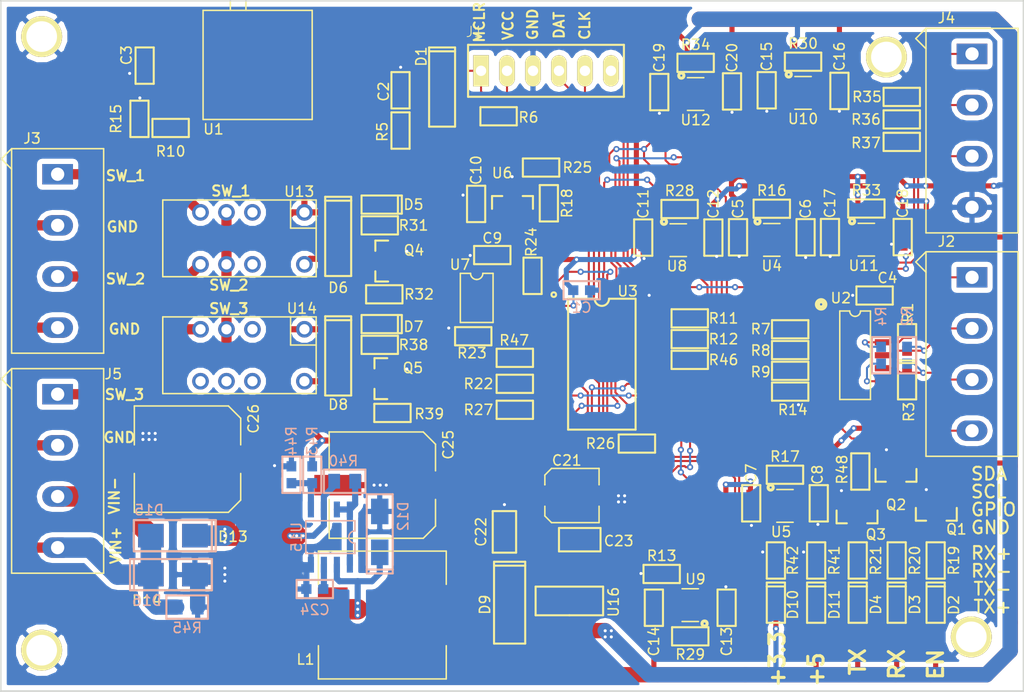
<source format=kicad_pcb>
(kicad_pcb (version 20171130) (host pcbnew 5.0.0-fee4fd1~66~ubuntu18.04.1)
  (layers (0 F.Cu signal hide) (31 B.Cu signal) (34 B.Paste user) (35 F.Paste user) (36 B.SilkS user) (37 F.SilkS user) (38 B.Mask user) (39 F.Mask user hide) (44 Edge.Cuts user))
  (net 0 "")
  (net 1 +3V3)
  (net 2 GND)
  (net 3 "Net-(C2-Pad1)")
  (net 4 +5V)
  (net 5 "Net-(C24-Pad1)")
  (net 6 /power/VIN)
  (net 7 /MCLR)
  (net 8 "Net-(D2-PadC)")
  (net 9 "Net-(D3-PadC)")
  (net 10 "Net-(D4-PadC)")
  (net 11 "Net-(D5-PadC)")
  (net 12 "Net-(D6-PadA)")
  (net 13 "Net-(D7-PadC)")
  (net 14 "Net-(D8-PadA)")
  (net 15 "Net-(D10-PadC)")
  (net 16 "Net-(D11-PadC)")
  (net 17 "Net-(D12-PadC)")
  (net 18 /VIN_AC)
  (net 19 /VIN_GND)
  (net 20 "Net-(J1-Pad2)")
  (net 21 /ICSPDAT)
  (net 22 /ICSPCLK)
  (net 23 "Net-(J1-Pad6)")
  (net 24 /RX+)
  (net 25 /RX-)
  (net 26 /TX-)
  (net 27 /TX+)
  (net 28 /SW_24V_1)
  (net 29 /SW_24V_2)
  (net 30 /SDA_5V)
  (net 31 /SCL_5V)
  (net 32 /GPIO_5V)
  (net 33 /SW_24V_3)
  (net 34 "Net-(R7-Pad2)")
  (net 35 /PIC_RX_5V)
  (net 36 /nRX_EN)
  (net 37 /TX_EN)
  (net 38 "Net-(R9-Pad2)")
  (net 39 /PIC_TX_5V)
  (net 40 /V_TankLevel)
  (net 41 "Net-(R10-Pad1)")
  (net 42 "Net-(R11-Pad1)")
  (net 43 "Net-(R12-Pad1)")
  (net 44 "Net-(R14-Pad1)")
  (net 45 "Net-(R16-Pad1)")
  (net 46 "Net-(R17-Pad1)")
  (net 47 "Net-(R18-Pad2)")
  (net 48 /V_Temp)
  (net 49 "Net-(Q1-PadD)")
  (net 50 "Net-(Q2-PadD)")
  (net 51 "Net-(Q3-PadD)")
  (net 52 "Net-(R22-Pad2)")
  (net 53 /nSPI_CS)
  (net 54 "Net-(R23-Pad2)")
  (net 55 /MISO)
  (net 56 "Net-(R24-Pad1)")
  (net 57 /SCLK)
  (net 58 "Net-(R26-Pad1)")
  (net 59 /MOSI)
  (net 60 "Net-(R27-Pad1)")
  (net 61 "Net-(R28-Pad1)")
  (net 62 "Net-(R29-Pad1)")
  (net 63 "Net-(R30-Pad1)")
  (net 64 /Fill_SW)
  (net 65 "Net-(Q4-PadG)")
  (net 66 "Net-(R33-Pad1)")
  (net 67 "Net-(R34-Pad1)")
  (net 68 /SDA)
  (net 69 /SCL)
  (net 70 /GPIO)
  (net 71 /Pump_SW)
  (net 72 "Net-(Q5-PadG)")
  (net 73 "Net-(R40-Pad2)")
  (net 74 "Net-(R43-Pad2)")
  (net 75 "Net-(U1-Pad1)")
  (net 76 "Net-(U1-Pad5)")
  (net 77 "Net-(U1-Pad6)")
  (net 78 "Net-(U1-Pad7)")
  (net 79 "Net-(U1-Pad8)")
  (net 80 "Net-(U2-Pad1)")
  (net 81 "Net-(U2-Pad8)")
  (net 82 "Net-(U2-Pad13)")
  (net 83 /TX_EN_3V3)
  (net 84 /nRX_EN_3V3)
  (net 85 /PIC_TX)
  (net 86 /PIC_RX)
  (net 87 "Net-(U7-Pad3)")
  (net 88 "Net-(U13-Pad3)")
  (net 89 "Net-(U13-Pad10)")
  (net 90 "Net-(U14-Pad3)")
  (net 91 "Net-(U14-Pad8)")
  (net 92 "Net-(U14-Pad9)")
  (net 93 "Net-(U14-Pad10)")
  (net 94 "Net-(Q1-PadG)")
  (net 95 "Net-(Q2-PadG)")
  (net 96 "Net-(Q3-PadG)")
  (module passives:CAP_ELEC_10mm (layer F.Cu) (at 67.31 149.86 270)
    (fp_text reference C25 (at -3.95 -6.45 270) (layer F.SilkS))
    (fp_text value CAP_ELEC)
    (pad 1 smd rect (at 0 -4.35 270) (size 2 4.6) (layers F.Cu F.Paste F.Mask) (net 4 +5V))
    (pad 2 smd rect (at 0 4.35 270) (size 2 4.6) (layers F.Cu F.Paste F.Mask) (net 2 GND))
  )
  (module passives:R0603 (layer F.Cu) (at 118.1 116.3)
    (fp_text reference R37 (at -3.5 0.1) (layer F.SilkS))
    (fp_text value RES_0603 hide)
    (pad 2 smd rect (at 0.825 0) (size 1 0.95) (layers F.Cu F.Paste F.Mask) (net 32 /GPIO_5V))
    (pad 1 smd rect (at -0.825 0) (size 1 0.95) (layers F.Cu F.Paste F.Mask) (net 70 /GPIO))
  )
  (module passives:R0603 (layer F.Cu) (at 118.1 111.9)
    (fp_text reference R35 (at -3.4 0) (layer F.SilkS))
    (fp_text value RES_0603 hide)
    (pad 2 smd rect (at 0.825 0) (size 1 0.95) (layers F.Cu F.Paste F.Mask) (net 30 /SDA_5V))
    (pad 1 smd rect (at -0.825 0) (size 1 0.95) (layers F.Cu F.Paste F.Mask) (net 68 /SDA))
  )
  (module ICs:SO-20_300 (layer F.Cu) (at 84.074 132.334 270)
    (fp_text reference U3 (at -1.434 -7.226) (layer F.SilkS))
    (fp_text value PIC16F1829_SOIC hide)
    (pad 20 smd rect (at 0 -9.4 270) (size 0.6 1.95) (layers F.Cu F.Paste F.Mask) (net 2 GND))
    (pad 18 smd rect (at 2.54 -9.4 270) (size 0.6 1.95) (layers F.Cu F.Paste F.Mask) (net 43 "Net-(R12-Pad1)"))
    (pad 17 smd rect (at 3.81 -9.4 270) (size 0.6 1.95) (layers F.Cu F.Paste F.Mask) (net 70 /GPIO))
    (pad 19 smd rect (at 1.27 -9.4 270) (size 0.6 1.95) (layers F.Cu F.Paste F.Mask) (net 42 "Net-(R11-Pad1)"))
    (pad 16 smd rect (at 5.08 -9.4 270) (size 0.6 1.95) (layers F.Cu F.Paste F.Mask) (net 83 /TX_EN_3V3))
    (pad 11 smd rect (at 11.43 -9.4 270) (size 0.6 1.95) (layers F.Cu F.Paste F.Mask) (net 57 /SCLK))
    (pad 14 smd rect (at 7.62 -9.4 270) (size 0.6 1.95) (layers F.Cu F.Paste F.Mask) (net 71 /Pump_SW))
    (pad 12 smd rect (at 10.16 -9.4 270) (size 0.6 1.95) (layers F.Cu F.Paste F.Mask) (net 68 /SDA))
    (pad 13 smd rect (at 8.89 -9.4 270) (size 0.6 1.95) (layers F.Cu F.Paste F.Mask) (net 55 /MISO))
    (pad 15 smd rect (at 6.35 -9.4 270) (size 0.6 1.95) (layers F.Cu F.Paste F.Mask) (net 84 /nRX_EN_3V3))
    (pad 6 smd rect (at 6.35 0 270) (size 0.6 1.95) (layers F.Cu F.Paste F.Mask) (net 85 /PIC_TX))
    (pad 8 smd rect (at 8.89 0 270) (size 0.6 1.95) (layers F.Cu F.Paste F.Mask) (net 53 /nSPI_CS))
    (pad 9 smd rect (at 10.16 0 270) (size 0.6 1.95) (layers F.Cu F.Paste F.Mask) (net 59 /MOSI))
    (pad 7 smd rect (at 7.62 0 270) (size 0.6 1.95) (layers F.Cu F.Paste F.Mask) (net 64 /Fill_SW))
    (pad 10 smd rect (at 11.43 0 270) (size 0.6 1.95) (layers F.Cu F.Paste F.Mask) (net 69 /SCL))
    (pad 5 smd rect (at 5.08 0 270) (size 0.6 1.95) (layers F.Cu F.Paste F.Mask) (net 86 /PIC_RX))
    (pad 2 smd rect (at 1.27 0 270) (size 0.6 1.95) (layers F.Cu F.Paste F.Mask) (net 48 /V_Temp))
    (pad 4 smd rect (at 3.81 0 270) (size 0.6 1.95) (layers F.Cu F.Paste F.Mask) (net 7 /MCLR))
    (pad 3 smd rect (at 2.54 0 270) (size 0.6 1.95) (layers F.Cu F.Paste F.Mask) (net 40 /V_TankLevel))
    (pad 1 smd rect (at 0 0 270) (size 0.6 1.95) (layers F.Cu F.Paste F.Mask) (net 1 +3V3))
  )
  (module passives:R0603 (layer F.Cu) (at 82.83 118.806 180)
    (fp_text reference R25 (at -3.556 0 180) (layer F.SilkS))
    (fp_text value RES_0603 hide)
    (pad 2 smd rect (at 0.825 0 180) (size 1 0.95) (layers F.Cu F.Paste F.Mask) (net 2 GND))
    (pad 1 smd rect (at -0.825 0 180) (size 1 0.95) (layers F.Cu F.Paste F.Mask) (net 48 /V_Temp))
  )
  (module passives:C0603 (layer F.Cu) (at 76.48 122.362 270)
    (fp_text reference C10 (at -3.302 0 270) (layer F.SilkS))
    (fp_text value CAP_0603 hide)
    (pad 2 smd rect (at 0.825 0 270) (size 1 0.95) (layers F.Cu F.Paste F.Mask) (net 4 +5V))
    (pad 1 smd rect (at -0.825 0 270) (size 1 0.95) (layers F.Cu F.Paste F.Mask) (net 2 GND))
  )
  (module passives:R0603 (layer F.Cu) (at 83.592 122.299 270)
    (fp_text reference R18 (at 0 -1.778 270) (layer F.SilkS))
    (fp_text value RES_0603 hide)
    (pad 2 smd rect (at 0.825 0 270) (size 1 0.95) (layers F.Cu F.Paste F.Mask) (net 47 "Net-(R18-Pad2)"))
    (pad 1 smd rect (at -0.825 0 270) (size 1 0.95) (layers F.Cu F.Paste F.Mask) (net 48 /V_Temp))
  )
  (module ICs:SOT-23-3 (layer F.Cu) (at 80.036 121.092)
    (fp_text reference U6 (at -1.016 -1.75) (layer F.SilkS))
    (fp_text value Temp_SOT23-3 hide)
    (pad 1 smd rect (at -0.95 2.2) (size 1 1.4) (layers F.Cu F.Paste F.Mask) (net 4 +5V))
    (pad 2 smd rect (at 0.95 2.2) (size 1 1.4) (layers F.Cu F.Paste F.Mask) (net 47 "Net-(R18-Pad2)"))
    (pad 3 smd rect (at 0 0) (size 1 1.4) (layers F.Cu F.Paste F.Mask) (net 2 GND))
  )
  (module passives:C0805 (layer F.Cu) (at 79.248 154.432 90)
    (fp_text reference C22 (at 0 -2.286 90) (layer F.SilkS))
    (fp_text value CAP_0805 hide)
    (pad 2 smd rect (at 1.025 0 90) (size 1.15 1.45) (layers F.Cu F.Paste F.Mask) (net 2 GND))
    (pad 1 smd rect (at -1.025 0 90) (size 1.15 1.45) (layers F.Cu F.Paste F.Mask) (net 4 +5V))
  )
  (module passives:C0805 (layer F.Cu) (at 86.614 155.194)
    (fp_text reference C23 (at 3.81 0.127) (layer F.SilkS))
    (fp_text value CAP_0805 hide)
    (pad 2 smd rect (at 1.025 0) (size 1.15 1.45) (layers F.Cu F.Paste F.Mask) (net 2 GND))
    (pad 1 smd rect (at -1.025 0) (size 1.15 1.45) (layers F.Cu F.Paste F.Mask) (net 1 +3V3))
  )
  (module ICs:SOT-223 (layer F.Cu) (at 85.598 158.284 180)
    (fp_text reference U16 (at -4.318 -3.006 270) (layer F.SilkS))
    (fp_text value TLV1117_3.3V hide)
    (pad 1 smd rect (at -2.3 0 180) (size 0.95 2.15) (layers F.Cu F.Paste F.Mask) (net 2 GND))
    (pad 2 smd rect (at 0 0 180) (size 0.95 2.15) (layers F.Cu F.Paste F.Mask) (net 1 +3V3))
    (pad 3 smd rect (at 2.3 0 180) (size 0.95 2.15) (layers F.Cu F.Paste F.Mask) (net 4 +5V))
    (pad 4 smd rect (at 0 -5.8 180) (size 3.25 2.15) (layers F.Cu F.Paste F.Mask) (net 1 +3V3))
  )
  (module passives:CAP_ELEC_5mm (layer F.Cu) (at 85.852 150.876 90)
    (fp_text reference C21 (at 3.429 -0.508 180) (layer F.SilkS))
    (fp_text value CAP_ELEC)
    (pad 1 smd rect (at 0 -2 90) (size 1.5 3) (layers F.Cu F.Paste F.Mask) (net 1 +3V3))
    (pad 2 smd rect (at 0 2 90) (size 1.5 3) (layers F.Cu F.Paste F.Mask) (net 2 GND))
  )
  (module diodes:SMB (layer F.Cu) (at 79.756 161.544 90)
    (fp_text reference D9 (at 0 -2.413 90) (layer F.SilkS))
    (fp_text value Diode_SMB hide)
    (pad C smd rect (at 2.15 0 90) (size 2.5 2.3) (layers F.Cu F.Paste F.Mask) (net 4 +5V))
    (pad A smd rect (at -2.15 0 90) (size 2.5 2.3) (layers F.Cu F.Paste F.Mask) (net 1 +3V3))
  )
  (module passives:C0603 (layer B.Cu) (at 86.8 130.8 180)
    (fp_text reference C1 (at 0 -1.7 180) (layer B.SilkS) (effects (justify mirror)))
    (fp_text value CAP_0603 hide)
    (pad 2 smd rect (at 0.825 0 180) (size 1 0.95) (layers B.Cu B.Paste B.Mask) (net 1 +3V3))
    (pad 1 smd rect (at -0.825 0 180) (size 1 0.95) (layers B.Cu B.Paste B.Mask) (net 2 GND))
  )
  (module passives:C0603 (layer F.Cu) (at 69.088 111.252 90)
    (fp_text reference C2 (at -0.127 -1.651 90) (layer F.SilkS))
    (fp_text value CAP_0603 hide)
    (pad 2 smd rect (at 0.825 0 90) (size 1 0.95) (layers F.Cu F.Paste F.Mask) (net 2 GND))
    (pad 1 smd rect (at -0.825 0 90) (size 1 0.95) (layers F.Cu F.Paste F.Mask) (net 3 "Net-(C2-Pad1)"))
  )
  (module passives:C0603 (layer F.Cu) (at 44.069 108.839 90)
    (fp_text reference C3 (at 1.016 -1.778 90) (layer F.SilkS))
    (fp_text value CAP_0603 hide)
    (pad 2 smd rect (at 0.825 0 90) (size 1 0.95) (layers F.Cu F.Paste F.Mask) (net 4 +5V))
    (pad 1 smd rect (at -0.825 0 90) (size 1 0.95) (layers F.Cu F.Paste F.Mask) (net 2 GND))
  )
  (module passives:C0603 (layer F.Cu) (at 115.443 131.318)
    (fp_text reference C4 (at 1.257 -1.718) (layer F.SilkS))
    (fp_text value CAP_0603 hide)
    (pad 2 smd rect (at 0.825 0) (size 1 0.95) (layers F.Cu F.Paste F.Mask) (net 4 +5V))
    (pad 1 smd rect (at -0.825 0) (size 1 0.95) (layers F.Cu F.Paste F.Mask) (net 2 GND))
  )
  (module passives:C0603 (layer F.Cu) (at 102.09 125.626 270)
    (fp_text reference C5 (at -2.794 0 270) (layer F.SilkS))
    (fp_text value CAP_0603 hide)
    (pad 2 smd rect (at 0.825 0 270) (size 1 0.95) (layers F.Cu F.Paste F.Mask) (net 2 GND))
    (pad 1 smd rect (at -0.825 0 270) (size 1 0.95) (layers F.Cu F.Paste F.Mask) (net 1 +3V3))
  )
  (module passives:C0603 (layer F.Cu) (at 108.694 125.626 90)
    (fp_text reference C6 (at 2.794 0 90) (layer F.SilkS))
    (fp_text value CAP_0603 hide)
    (pad 2 smd rect (at 0.825 0 90) (size 1 0.95) (layers F.Cu F.Paste F.Mask) (net 4 +5V))
    (pad 1 smd rect (at -0.825 0 90) (size 1 0.95) (layers F.Cu F.Paste F.Mask) (net 2 GND))
  )
  (module passives:C0603 (layer F.Cu) (at 103.378 151.638 270)
    (fp_text reference C7 (at -2.921 0 270) (layer F.SilkS))
    (fp_text value CAP_0603 hide)
    (pad 2 smd rect (at 0.825 0 270) (size 1 0.95) (layers F.Cu F.Paste F.Mask) (net 2 GND))
    (pad 1 smd rect (at -0.825 0 270) (size 1 0.95) (layers F.Cu F.Paste F.Mask) (net 1 +3V3))
  )
  (module passives:C0603 (layer F.Cu) (at 109.982 151.638 90)
    (fp_text reference C8 (at 2.794 -0.127 90) (layer F.SilkS))
    (fp_text value CAP_0603 hide)
    (pad 2 smd rect (at 0.825 0 90) (size 1 0.95) (layers F.Cu F.Paste F.Mask) (net 4 +5V))
    (pad 1 smd rect (at -0.825 0 90) (size 1 0.95) (layers F.Cu F.Paste F.Mask) (net 2 GND))
  )
  (module passives:C0603 (layer F.Cu) (at 78.061 127.363)
    (fp_text reference C9 (at 0 -1.651) (layer F.SilkS))
    (fp_text value CAP_0603 hide)
    (pad 2 smd rect (at 0.825 0) (size 1 0.95) (layers F.Cu F.Paste F.Mask) (net 1 +3V3))
    (pad 1 smd rect (at -0.825 0) (size 1 0.95) (layers F.Cu F.Paste F.Mask) (net 2 GND))
  )
  (module passives:C0603 (layer F.Cu) (at 92.818 125.654 270)
    (fp_text reference C11 (at -3.302 0 270) (layer F.SilkS))
    (fp_text value CAP_0603 hide)
    (pad 2 smd rect (at 0.825 0 270) (size 1 0.95) (layers F.Cu F.Paste F.Mask) (net 2 GND))
    (pad 1 smd rect (at -0.825 0 270) (size 1 0.95) (layers F.Cu F.Paste F.Mask) (net 1 +3V3))
  )
  (module passives:C0603 (layer F.Cu) (at 99.676 125.654 90)
    (fp_text reference C12 (at 3.302 0 90) (layer F.SilkS))
    (fp_text value CAP_0603 hide)
    (pad 2 smd rect (at 0.825 0 90) (size 1 0.95) (layers F.Cu F.Paste F.Mask) (net 4 +5V))
    (pad 1 smd rect (at -0.825 0 90) (size 1 0.95) (layers F.Cu F.Paste F.Mask) (net 2 GND))
  )
  (module passives:C0603 (layer F.Cu) (at 100.974 161.848 90)
    (fp_text reference C13 (at -3.302 0 90) (layer F.SilkS))
    (fp_text value CAP_0603 hide)
    (pad 2 smd rect (at 0.825 0 90) (size 1 0.95) (layers F.Cu F.Paste F.Mask) (net 2 GND))
    (pad 1 smd rect (at -0.825 0 90) (size 1 0.95) (layers F.Cu F.Paste F.Mask) (net 1 +3V3))
  )
  (module passives:C0603 (layer F.Cu) (at 93.862 161.848 270)
    (fp_text reference C14 (at 3.302 0 270) (layer F.SilkS))
    (fp_text value CAP_0603 hide)
    (pad 2 smd rect (at 0.825 0 270) (size 1 0.95) (layers F.Cu F.Paste F.Mask) (net 4 +5V))
    (pad 1 smd rect (at -0.825 0 270) (size 1 0.95) (layers F.Cu F.Paste F.Mask) (net 2 GND))
  )
  (module passives:C0603 (layer F.Cu) (at 104.892 111.252 270)
    (fp_text reference C15 (at -3.302 0 270) (layer F.SilkS))
    (fp_text value CAP_0603 hide)
    (pad 2 smd rect (at 0.825 0 270) (size 1 0.95) (layers F.Cu F.Paste F.Mask) (net 2 GND))
    (pad 1 smd rect (at -0.825 0 270) (size 1 0.95) (layers F.Cu F.Paste F.Mask) (net 1 +3V3))
  )
  (module passives:C0603 (layer F.Cu) (at 112.004 111.315 90)
    (fp_text reference C16 (at 3.365 0 90) (layer F.SilkS))
    (fp_text value CAP_0603 hide)
    (pad 2 smd rect (at 0.825 0 90) (size 1 0.95) (layers F.Cu F.Paste F.Mask) (net 4 +5V))
    (pad 1 smd rect (at -0.825 0 90) (size 1 0.95) (layers F.Cu F.Paste F.Mask) (net 2 GND))
  )
  (module passives:C0603 (layer F.Cu) (at 111.08 125.606 270)
    (fp_text reference C17 (at -3.302 0 270) (layer F.SilkS))
    (fp_text value CAP_0603 hide)
    (pad 2 smd rect (at 0.825 0 270) (size 1 0.95) (layers F.Cu F.Paste F.Mask) (net 2 GND))
    (pad 1 smd rect (at -0.825 0 270) (size 1 0.95) (layers F.Cu F.Paste F.Mask) (net 1 +3V3))
  )
  (module passives:C0603 (layer F.Cu) (at 118.192 125.606 90)
    (fp_text reference C18 (at 3.302 0 90) (layer F.SilkS))
    (fp_text value CAP_0603 hide)
    (pad 2 smd rect (at 0.825 0 90) (size 1 0.95) (layers F.Cu F.Paste F.Mask) (net 4 +5V))
    (pad 1 smd rect (at -0.825 0 90) (size 1 0.95) (layers F.Cu F.Paste F.Mask) (net 2 GND))
  )
  (module passives:C0603 (layer F.Cu) (at 94.388 111.427 270)
    (fp_text reference C19 (at -3.365 0 270) (layer F.SilkS))
    (fp_text value CAP_0603 hide)
    (pad 2 smd rect (at 0.825 0 270) (size 1 0.95) (layers F.Cu F.Paste F.Mask) (net 2 GND))
    (pad 1 smd rect (at -0.825 0 270) (size 1 0.95) (layers F.Cu F.Paste F.Mask) (net 1 +3V3))
  )
  (module passives:C0603 (layer F.Cu) (at 101.5 111.364 90)
    (fp_text reference C20 (at 3.302 0 90) (layer F.SilkS))
    (fp_text value CAP_0603 hide)
    (pad 2 smd rect (at 0.825 0 90) (size 1 0.95) (layers F.Cu F.Paste F.Mask) (net 4 +5V))
    (pad 1 smd rect (at -0.825 0 90) (size 1 0.95) (layers F.Cu F.Paste F.Mask) (net 2 GND))
  )
  (module passives:C0603 (layer B.Cu) (at 60.706 160.02 180)
    (fp_text reference C24 (at 0 -2.032 180) (layer B.SilkS) (effects (justify mirror)))
    (fp_text value CAP_0603 hide)
    (pad 2 smd rect (at 0.825 0 180) (size 1 0.95) (layers B.Cu B.Paste B.Mask) (net 2 GND))
    (pad 1 smd rect (at -0.825 0 180) (size 1 0.95) (layers B.Cu B.Paste B.Mask) (net 5 "Net-(C24-Pad1)"))
  )
  (module passives:CAP_ELEC_10mm (layer F.Cu) (at 48.26 147.32 270)
    (fp_text reference C26 (at -3.95 -6.45 270) (layer F.SilkS))
    (fp_text value CAP_ELEC)
    (pad 1 smd rect (at 0 -4.35 270) (size 2 4.6) (layers F.Cu F.Paste F.Mask) (net 6 /power/VIN))
    (pad 2 smd rect (at 0 4.35 270) (size 2 4.6) (layers F.Cu F.Paste F.Mask) (net 2 GND))
  )
  (module diodes:SMA (layer F.Cu) (at 73.152 111.125 90)
    (fp_text reference D1 (at 3.175 -2.032 90) (layer F.SilkS))
    (fp_text value Schottky_SMA hide)
    (pad C smd rect (at 2 0 90) (size 2.5 1.7) (layers F.Cu F.Paste F.Mask) (net 7 /MCLR))
    (pad A smd rect (at -2 0 90) (size 2.5 1.7) (layers F.Cu F.Paste F.Mask) (net 3 "Net-(C2-Pad1)"))
  )
  (module diodes:D0603 (layer F.Cu) (at 121.412 161.544 90)
    (fp_text reference D2 (at -0.036 1.778 90) (layer F.SilkS))
    (fp_text value LED_0603 hide)
    (pad C smd rect (at 0.825 0 90) (size 1 0.95) (layers F.Cu F.Paste F.Mask) (net 8 "Net-(D2-PadC)"))
    (pad A smd rect (at -0.825 0 90) (size 1 0.95) (layers F.Cu F.Paste F.Mask) (net 4 +5V))
  )
  (module diodes:D0603 (layer F.Cu) (at 117.602 161.544 90)
    (fp_text reference D3 (at 0 1.778 90) (layer F.SilkS))
    (fp_text value LED_0603 hide)
    (pad C smd rect (at 0.825 0 90) (size 1 0.95) (layers F.Cu F.Paste F.Mask) (net 9 "Net-(D3-PadC)"))
    (pad A smd rect (at -0.825 0 90) (size 1 0.95) (layers F.Cu F.Paste F.Mask) (net 4 +5V))
  )
  (module diodes:D0603 (layer F.Cu) (at 113.792 161.544 90)
    (fp_text reference D4 (at 0 1.778 90) (layer F.SilkS))
    (fp_text value LED_0603 hide)
    (pad C smd rect (at 0.825 0 90) (size 1 0.95) (layers F.Cu F.Paste F.Mask) (net 10 "Net-(D4-PadC)"))
    (pad A smd rect (at -0.825 0 90) (size 1 0.95) (layers F.Cu F.Paste F.Mask) (net 4 +5V))
  )
  (module diodes:D0603 (layer F.Cu) (at 67.056 122.428)
    (fp_text reference D5 (at 3.302 0) (layer F.SilkS))
    (fp_text value LED_0603 hide)
    (pad C smd rect (at 0.825 0) (size 1 0.95) (layers F.Cu F.Paste F.Mask) (net 11 "Net-(D5-PadC)"))
    (pad A smd rect (at -0.825 0) (size 1 0.95) (layers F.Cu F.Paste F.Mask) (net 4 +5V))
  )
  (module diodes:SMA (layer F.Cu) (at 62.992 125.73 90)
    (fp_text reference D6 (at -4.826 0 180) (layer F.SilkS))
    (fp_text value Schottky_SMA hide)
    (pad C smd rect (at 2 0 90) (size 2.5 1.7) (layers F.Cu F.Paste F.Mask) (net 4 +5V))
    (pad A smd rect (at -2 0 90) (size 2.5 1.7) (layers F.Cu F.Paste F.Mask) (net 12 "Net-(D6-PadA)"))
  )
  (module diodes:D0603 (layer F.Cu) (at 67.056 134.112)
    (fp_text reference D7 (at 3.302 0.254) (layer F.SilkS))
    (fp_text value LED_0603 hide)
    (pad C smd rect (at 0.825 0) (size 1 0.95) (layers F.Cu F.Paste F.Mask) (net 13 "Net-(D7-PadC)"))
    (pad A smd rect (at -0.825 0) (size 1 0.95) (layers F.Cu F.Paste F.Mask) (net 4 +5V))
  )
  (module diodes:SMA (layer F.Cu) (at 62.992 137.414 90)
    (fp_text reference D8 (at -4.572 0 180) (layer F.SilkS))
    (fp_text value Schottky_SMA hide)
    (pad C smd rect (at 2 0 90) (size 2.5 1.7) (layers F.Cu F.Paste F.Mask) (net 4 +5V))
    (pad A smd rect (at -2 0 90) (size 2.5 1.7) (layers F.Cu F.Paste F.Mask) (net 14 "Net-(D8-PadA)"))
  )
  (module diodes:D0603 (layer F.Cu) (at 105.791 161.544 90)
    (fp_text reference D10 (at 0 1.651 90) (layer F.SilkS))
    (fp_text value LED_0603 hide)
    (pad C smd rect (at 0.825 0 90) (size 1 0.95) (layers F.Cu F.Paste F.Mask) (net 15 "Net-(D10-PadC)"))
    (pad A smd rect (at -0.825 0 90) (size 1 0.95) (layers F.Cu F.Paste F.Mask) (net 1 +3V3))
  )
  (module diodes:D0603 (layer F.Cu) (at 109.728 161.544 90)
    (fp_text reference D11 (at 0 1.778 90) (layer F.SilkS))
    (fp_text value LED_0603 hide)
    (pad C smd rect (at 0.825 0 90) (size 1 0.95) (layers F.Cu F.Paste F.Mask) (net 16 "Net-(D11-PadC)"))
    (pad A smd rect (at -0.825 0 90) (size 1 0.95) (layers F.Cu F.Paste F.Mask) (net 4 +5V))
  )
  (module diodes:SMA (layer B.Cu) (at 67.056 154.432 270)
    (fp_text reference D12 (at -1.524 -2.286 270) (layer B.SilkS) (effects (justify mirror)))
    (fp_text value Schottky_SMA hide)
    (pad C smd rect (at 2 0 270) (size 2.5 1.7) (layers B.Cu B.Paste B.Mask) (net 17 "Net-(D12-PadC)"))
    (pad A smd rect (at -2 0 270) (size 2.5 1.7) (layers B.Cu B.Paste B.Mask) (net 2 GND))
  )
  (module diodes:SMB (layer F.Cu) (at 46.83 154.8)
    (fp_text reference D13 (at 5.87 0.1) (layer F.SilkS))
    (fp_text value Diode_SMB hide)
    (pad C smd rect (at 2.15 0) (size 2.5 2.3) (layers F.Cu F.Paste F.Mask) (net 6 /power/VIN))
    (pad A smd rect (at -2.15 0) (size 2.5 2.3) (layers F.Cu F.Paste F.Mask) (net 18 /VIN_AC))
  )
  (module diodes:SMB (layer F.Cu) (at 46.83 158.61 180)
    (fp_text reference D14 (at 2.54 -2.54 180) (layer F.SilkS))
    (fp_text value Diode_SMB hide)
    (pad C smd rect (at 2.15 0 180) (size 2.5 2.3) (layers F.Cu F.Paste F.Mask) (net 18 /VIN_AC))
    (pad A smd rect (at -2.15 0 180) (size 2.5 2.3) (layers F.Cu F.Paste F.Mask) (net 2 GND))
  )
  (module diodes:SMB (layer B.Cu) (at 46.83 154.8)
    (fp_text reference D15 (at -2.33 -2.5) (layer B.SilkS) (effects (justify mirror)))
    (fp_text value Diode_SMB hide)
    (pad C smd rect (at 2.15 0) (size 2.5 2.3) (layers B.Cu B.Paste B.Mask) (net 6 /power/VIN))
    (pad A smd rect (at -2.15 0) (size 2.5 2.3) (layers B.Cu B.Paste B.Mask) (net 19 /VIN_GND))
  )
  (module diodes:SMB (layer B.Cu) (at 46.83 158.61 180)
    (fp_text reference D16 (at 2.54 -2.54 180) (layer B.SilkS) (effects (justify mirror)))
    (fp_text value Diode_SMB hide)
    (pad C smd rect (at 2.15 0 180) (size 2.5 2.3) (layers B.Cu B.Paste B.Mask) (net 19 /VIN_GND))
    (pad A smd rect (at -2.15 0 180) (size 2.5 2.3) (layers B.Cu B.Paste B.Mask) (net 2 GND))
  )
  (module connectors:term_block_4-pin (layer F.Cu) (at 124.968 129.54)
    (fp_text reference J2 (at -2.5 -3.5) (layer F.SilkS))
    (fp_text value term_block_4-pin)
    (pad 1 thru_hole rect (at 0 0) (size 3 2) (drill 1.3) (layers *.Cu *.Mask) (net 24 /RX+))
    (pad 2 thru_hole oval (at 0 5) (size 3 2) (drill 1.3) (layers *.Cu *.Mask) (net 25 /RX-))
    (pad 3 thru_hole oval (at 0 10) (size 3 2) (drill 1.3) (layers *.Cu *.Mask) (net 26 /TX-))
    (pad 4 thru_hole oval (at 0 15) (size 3 2) (drill 1.3) (layers *.Cu *.Mask) (net 27 /TX+))
  )
  (module connectors:term_block_4-pin (layer F.Cu) (at 35.56 119.46)
    (fp_text reference J3 (at -2.5 -3.5) (layer F.SilkS))
    (fp_text value term_block_4-pin)
    (pad 1 thru_hole rect (at 0 0) (size 3 2) (drill 1.3) (layers *.Cu *.Mask) (net 28 /SW_24V_1))
    (pad 2 thru_hole oval (at 0 5) (size 3 2) (drill 1.3) (layers *.Cu *.Mask) (net 19 /VIN_GND))
    (pad 3 thru_hole oval (at 0 10) (size 3 2) (drill 1.3) (layers *.Cu *.Mask) (net 29 /SW_24V_2))
    (pad 4 thru_hole oval (at 0 15) (size 3 2) (drill 1.3) (layers *.Cu *.Mask) (net 19 /VIN_GND))
  )
  (module connectors:term_block_4-pin (layer F.Cu) (at 124.968 107.696)
    (fp_text reference J4 (at -2.5 -3.5) (layer F.SilkS))
    (fp_text value term_block_4-pin)
    (pad 1 thru_hole rect (at 0 0) (size 3 2) (drill 1.3) (layers *.Cu *.Mask) (net 30 /SDA_5V))
    (pad 2 thru_hole oval (at 0 5) (size 3 2) (drill 1.3) (layers *.Cu *.Mask) (net 31 /SCL_5V))
    (pad 3 thru_hole oval (at 0 10) (size 3 2) (drill 1.3) (layers *.Cu *.Mask) (net 32 /GPIO_5V))
    (pad 4 thru_hole oval (at 0 15) (size 3 2) (drill 1.3) (layers *.Cu *.Mask) (net 2 GND))
  )
  (module connectors:term_block_4-pin (layer F.Cu) (at 35.56 140.97)
    (fp_text reference J5 (at 5.44 -1.97) (layer F.SilkS))
    (fp_text value term_block_4-pin)
    (pad 1 thru_hole rect (at 0 0) (size 3 2) (drill 1.3) (layers *.Cu *.Mask) (net 33 /SW_24V_3))
    (pad 2 thru_hole oval (at 0 5) (size 3 2) (drill 1.3) (layers *.Cu *.Mask) (net 19 /VIN_GND))
    (pad 3 thru_hole oval (at 0 10) (size 3 2) (drill 1.3) (layers *.Cu *.Mask) (net 18 /VIN_AC))
    (pad 4 thru_hole oval (at 0 15) (size 3 2) (drill 1.3) (layers *.Cu *.Mask) (net 19 /VIN_GND))
  )
  (module passives:SRR1260-221K (layer F.Cu) (at 67.31 162.56)
    (fp_text reference L1 (at -7.51 4.34) (layer F.SilkS))
    (fp_text value IND)
    (pad 1 smd rect (at -4.85 0) (size 2.9 5.4) (layers F.Cu F.Paste F.Mask) (net 17 "Net-(D12-PadC)"))
    (pad 2 smd rect (at 4.85 0) (size 2.9 5.4) (layers F.Cu F.Paste F.Mask) (net 4 +5V))
  )
  (module mechanical:MNT-3mm (layer F.Cu) (at 34 166)
    (fp_text reference M1 hide)
    (fp_text value MNT-3MM hide)
    (pad 1 thru_hole circle (at 0 0) (size 4 4) (drill 3) (layers *.Cu F.Paste F.SilkS F.Mask) (net 2 GND))
  )
  (module mechanical:MNT-3mm (layer F.Cu) (at 124.9 164.7)
    (fp_text reference M2 hide)
    (fp_text value MNT-3MM hide)
    (pad 1 thru_hole circle (at 0 0) (size 4 4) (drill 3) (layers *.Cu F.Paste F.SilkS F.Mask) (net 2 GND))
  )
  (module mechanical:MNT-3mm (layer F.Cu) (at 116.6 108)
    (fp_text reference M3 hide)
    (fp_text value MNT-3MM hide)
    (pad 1 thru_hole circle (at 0 0) (size 4 4) (drill 3) (layers *.Cu F.Paste F.SilkS F.Mask) (net 2 GND))
  )
  (module mechanical:MNT-3mm (layer F.Cu) (at 34 106)
    (fp_text reference M4 hide)
    (fp_text value MNT-3MM hide)
    (pad 1 thru_hole circle (at 0 0) (size 4 4) (drill 3) (layers *.Cu F.Paste F.SilkS F.Mask) (net 2 GND))
  )
  (module ICs:SOT-23-3-FET (layer F.Cu) (at 121.478 153.838 180)
    (fp_text reference Q1 (at -1.966 -0.34 180) (layer F.SilkS))
    (fp_text value MOSFET-N hide)
    (pad G smd rect (at -0.95 2.2 180) (size 1 1.4) (layers F.Cu F.Paste F.Mask) (net 94 "Net-(Q1-PadG)"))
    (pad S smd rect (at 0.95 2.2 180) (size 1 1.4) (layers F.Cu F.Paste F.Mask) (net 2 GND))
    (pad D smd rect (at 0 0 180) (size 1 1.4) (layers F.Cu F.Paste F.Mask) (net 49 "Net-(Q1-PadD)"))
  )
  (module ICs:SOT-23-3-FET (layer F.Cu) (at 117.536 150.028 180)
    (fp_text reference Q2 (at 0 -1.75 180) (layer F.SilkS))
    (fp_text value MOSFET-N hide)
    (pad G smd rect (at -0.95 2.2 180) (size 1 1.4) (layers F.Cu F.Paste F.Mask) (net 95 "Net-(Q2-PadG)"))
    (pad S smd rect (at 0.95 2.2 180) (size 1 1.4) (layers F.Cu F.Paste F.Mask) (net 2 GND))
    (pad D smd rect (at 0 0 180) (size 1 1.4) (layers F.Cu F.Paste F.Mask) (net 50 "Net-(Q2-PadD)"))
  )
  (module ICs:SOT-23-3-FET (layer F.Cu) (at 113.726 154.092 180)
    (fp_text reference Q3 (at -1.844 -0.594 180) (layer F.SilkS))
    (fp_text value MOSFET-N hide)
    (pad G smd rect (at -0.95 2.2 180) (size 1 1.4) (layers F.Cu F.Paste F.Mask) (net 96 "Net-(Q3-PadG)"))
    (pad S smd rect (at 0.95 2.2 180) (size 1 1.4) (layers F.Cu F.Paste F.Mask) (net 2 GND))
    (pad D smd rect (at 0 0 180) (size 1 1.4) (layers F.Cu F.Paste F.Mask) (net 51 "Net-(Q3-PadD)"))
  )
  (module ICs:SOT-23-3-FET (layer F.Cu) (at 66.126 127.95 90)
    (fp_text reference Q4 (at 1.05 4.274 180) (layer F.SilkS))
    (fp_text value MOSFET-N hide)
    (pad G smd rect (at -0.95 2.2 90) (size 1 1.4) (layers F.Cu F.Paste F.Mask) (net 65 "Net-(Q4-PadG)"))
    (pad S smd rect (at 0.95 2.2 90) (size 1 1.4) (layers F.Cu F.Paste F.Mask) (net 2 GND))
    (pad D smd rect (at 0 0 90) (size 1 1.4) (layers F.Cu F.Paste F.Mask) (net 12 "Net-(D6-PadA)"))
  )
  (module ICs:SOT-23-3-FET (layer F.Cu) (at 66.04 139.446 90)
    (fp_text reference Q5 (at 1.046 4.26 180) (layer F.SilkS))
    (fp_text value MOSFET-N hide)
    (pad G smd rect (at -0.95 2.2 90) (size 1 1.4) (layers F.Cu F.Paste F.Mask) (net 72 "Net-(Q5-PadG)"))
    (pad S smd rect (at 0.95 2.2 90) (size 1 1.4) (layers F.Cu F.Paste F.Mask) (net 2 GND))
    (pad D smd rect (at 0 0 90) (size 1 1.4) (layers F.Cu F.Paste F.Mask) (net 14 "Net-(D8-PadA)"))
  )
  (module passives:R0603 (layer F.Cu) (at 118.618 135.89 90)
    (fp_text reference R1 (at 2.89 0.082 90) (layer F.SilkS))
    (fp_text value RES_0603 hide)
    (pad 2 smd rect (at 0.825 0 90) (size 1 0.95) (layers F.Cu F.Paste F.Mask) (net 24 /RX+))
    (pad 1 smd rect (at -0.825 0 90) (size 1 0.95) (layers F.Cu F.Paste F.Mask) (net 25 /RX-))
  )
  (module passives:R0603 (layer B.Cu) (at 118.618 137.16 270)
    (fp_text reference R2 (at -3.81 0 270) (layer B.SilkS) (effects (justify mirror)))
    (fp_text value RES_0603 hide)
    (pad 2 smd rect (at 0.825 0 270) (size 1 0.95) (layers B.Cu B.Paste B.Mask) (net 26 /TX-))
    (pad 1 smd rect (at -0.825 0 270) (size 1 0.95) (layers B.Cu B.Paste B.Mask) (net 25 /RX-))
  )
  (module passives:R0603 (layer F.Cu) (at 118.618 139.7 270)
    (fp_text reference R3 (at 3 -0.182 270) (layer F.SilkS))
    (fp_text value RES_0603 hide)
    (pad 2 smd rect (at 0.825 0 270) (size 1 0.95) (layers F.Cu F.Paste F.Mask) (net 27 /TX+))
    (pad 1 smd rect (at -0.825 0 270) (size 1 0.95) (layers F.Cu F.Paste F.Mask) (net 26 /TX-))
  )
  (module passives:R0603 (layer B.Cu) (at 116.078 137.16 270)
    (fp_text reference R4 (at -3.81 0 270) (layer B.SilkS) (effects (justify mirror)))
    (fp_text value RES_0603 hide)
    (pad 2 smd rect (at 0.825 0 270) (size 1 0.95) (layers B.Cu B.Paste B.Mask) (net 27 /TX+))
    (pad 1 smd rect (at -0.825 0 270) (size 1 0.95) (layers B.Cu B.Paste B.Mask) (net 24 /RX+))
  )
  (module passives:R0603 (layer F.Cu) (at 69.088 115.189 270)
    (fp_text reference R5 (at 0.127 1.778 270) (layer F.SilkS))
    (fp_text value RES_0603 hide)
    (pad 2 smd rect (at 0.825 0 270) (size 1 0.95) (layers F.Cu F.Paste F.Mask) (net 1 +3V3))
    (pad 1 smd rect (at -0.825 0 270) (size 1 0.95) (layers F.Cu F.Paste F.Mask) (net 3 "Net-(C2-Pad1)"))
  )
  (module passives:R0603 (layer F.Cu) (at 78.676 113.792)
    (fp_text reference R6 (at 2.924 0.108) (layer F.SilkS))
    (fp_text value RES_0603 hide)
    (pad 2 smd rect (at 0.825 0) (size 1 0.95) (layers F.Cu F.Paste F.Mask) (net 20 "Net-(J1-Pad2)"))
    (pad 1 smd rect (at -0.825 0) (size 1 0.95) (layers F.Cu F.Paste F.Mask) (net 1 +3V3))
  )
  (module passives:R0603 (layer F.Cu) (at 107.188 134.62)
    (fp_text reference R7 (at -2.888 -0.02) (layer F.SilkS))
    (fp_text value RES_0603 hide)
    (pad 2 smd rect (at 0.825 0) (size 1 0.95) (layers F.Cu F.Paste F.Mask) (net 34 "Net-(R7-Pad2)"))
    (pad 1 smd rect (at -0.825 0) (size 1 0.95) (layers F.Cu F.Paste F.Mask) (net 35 /PIC_RX_5V))
  )
  (module passives:R0603 (layer F.Cu) (at 107.188 136.652 180)
    (fp_text reference R8 (at 2.888 -0.048 180) (layer F.SilkS))
    (fp_text value RES_0603 hide)
    (pad 2 smd rect (at 0.825 0 180) (size 1 0.95) (layers F.Cu F.Paste F.Mask) (net 36 /nRX_EN))
    (pad 1 smd rect (at -0.825 0 180) (size 1 0.95) (layers F.Cu F.Paste F.Mask) (net 37 /TX_EN))
  )
  (module passives:R0603 (layer F.Cu) (at 107.188 138.684)
    (fp_text reference R9 (at -2.888 0.116) (layer F.SilkS))
    (fp_text value RES_0603 hide)
    (pad 2 smd rect (at 0.825 0) (size 1 0.95) (layers F.Cu F.Paste F.Mask) (net 38 "Net-(R9-Pad2)"))
    (pad 1 smd rect (at -0.825 0) (size 1 0.95) (layers F.Cu F.Paste F.Mask) (net 39 /PIC_TX_5V))
  )
  (module passives:R0603 (layer F.Cu) (at 46.609 114.935 180)
    (fp_text reference R10 (at 0 -2.286 180) (layer F.SilkS))
    (fp_text value RES_0603 hide)
    (pad 2 smd rect (at 0.825 0 180) (size 1 0.95) (layers F.Cu F.Paste F.Mask) (net 40 /V_TankLevel))
    (pad 1 smd rect (at -0.825 0 180) (size 1 0.95) (layers F.Cu F.Paste F.Mask) (net 41 "Net-(R10-Pad1)"))
  )
  (module passives:R0603 (layer F.Cu) (at 97.368 133.55)
    (fp_text reference R11 (at 3.302 0) (layer F.SilkS))
    (fp_text value RES_0603 hide)
    (pad 2 smd rect (at 0.825 0) (size 1 0.95) (layers F.Cu F.Paste F.Mask) (net 21 /ICSPDAT))
    (pad 1 smd rect (at -0.825 0) (size 1 0.95) (layers F.Cu F.Paste F.Mask) (net 42 "Net-(R11-Pad1)"))
  )
  (module passives:R0603 (layer F.Cu) (at 97.368 135.582)
    (fp_text reference R12 (at 3.302 0) (layer F.SilkS))
    (fp_text value RES_0603 hide)
    (pad 2 smd rect (at 0.825 0) (size 1 0.95) (layers F.Cu F.Paste F.Mask) (net 22 /ICSPCLK))
    (pad 1 smd rect (at -0.825 0) (size 1 0.95) (layers F.Cu F.Paste F.Mask) (net 43 "Net-(R12-Pad1)"))
  )
  (module passives:R0603 (layer F.Cu) (at 94.624 158.546 180)
    (fp_text reference R13 (at 0 1.778 180) (layer F.SilkS))
    (fp_text value RES_0603 hide)
    (pad 2 smd rect (at 0.825 0 180) (size 1 0.95) (layers F.Cu F.Paste F.Mask) (net 2 GND))
    (pad 1 smd rect (at -0.825 0 180) (size 1 0.95) (layers F.Cu F.Paste F.Mask) (net 37 /TX_EN))
  )
  (module passives:R0603 (layer F.Cu) (at 107.188 140.716)
    (fp_text reference R14 (at 0.254 1.778) (layer F.SilkS))
    (fp_text value RES_0603 hide)
    (pad 2 smd rect (at 0.825 0) (size 1 0.95) (layers F.Cu F.Paste F.Mask) (net 2 GND))
    (pad 1 smd rect (at -0.825 0) (size 1 0.95) (layers F.Cu F.Paste F.Mask) (net 44 "Net-(R14-Pad1)"))
  )
  (module passives:R0603 (layer F.Cu) (at 43.561 114.046 90)
    (fp_text reference R15 (at 0 -2.286 90) (layer F.SilkS))
    (fp_text value RES_0603 hide)
    (pad 2 smd rect (at 0.825 0 90) (size 1 0.95) (layers F.Cu F.Paste F.Mask) (net 2 GND))
    (pad 1 smd rect (at -0.825 0 90) (size 1 0.95) (layers F.Cu F.Paste F.Mask) (net 40 /V_TankLevel))
  )
  (module passives:R0603 (layer F.Cu) (at 105.392 122.832 180)
    (fp_text reference R16 (at 0 1.778 180) (layer F.SilkS))
    (fp_text value RES_0603 hide)
    (pad 2 smd rect (at 0.825 0 180) (size 1 0.95) (layers F.Cu F.Paste F.Mask) (net 1 +3V3))
    (pad 1 smd rect (at -0.825 0 180) (size 1 0.95) (layers F.Cu F.Paste F.Mask) (net 45 "Net-(R16-Pad1)"))
  )
  (module passives:R0603 (layer F.Cu) (at 106.68 148.844 180)
    (fp_text reference R17 (at 0 1.778 180) (layer F.SilkS))
    (fp_text value RES_0603 hide)
    (pad 2 smd rect (at 0.825 0 180) (size 1 0.95) (layers F.Cu F.Paste F.Mask) (net 1 +3V3))
    (pad 1 smd rect (at -0.825 0 180) (size 1 0.95) (layers F.Cu F.Paste F.Mask) (net 46 "Net-(R17-Pad1)"))
  )
  (module passives:R0603 (layer F.Cu) (at 121.412 157.226 90)
    (fp_text reference R19 (at 0 1.778 90) (layer F.SilkS))
    (fp_text value RES_0603 hide)
    (pad 2 smd rect (at 0.825 0 90) (size 1 0.95) (layers F.Cu F.Paste F.Mask) (net 49 "Net-(Q1-PadD)"))
    (pad 1 smd rect (at -0.825 0 90) (size 1 0.95) (layers F.Cu F.Paste F.Mask) (net 8 "Net-(D2-PadC)"))
  )
  (module passives:R0603 (layer F.Cu) (at 117.602 157.226 90)
    (fp_text reference R20 (at 0 1.778 90) (layer F.SilkS))
    (fp_text value RES_0603 hide)
    (pad 2 smd rect (at 0.825 0 90) (size 1 0.95) (layers F.Cu F.Paste F.Mask) (net 50 "Net-(Q2-PadD)"))
    (pad 1 smd rect (at -0.825 0 90) (size 1 0.95) (layers F.Cu F.Paste F.Mask) (net 9 "Net-(D3-PadC)"))
  )
  (module passives:R0603 (layer F.Cu) (at 113.792 157.226 90)
    (fp_text reference R21 (at 0 1.778 90) (layer F.SilkS))
    (fp_text value RES_0603 hide)
    (pad 2 smd rect (at 0.825 0 90) (size 1 0.95) (layers F.Cu F.Paste F.Mask) (net 51 "Net-(Q3-PadD)"))
    (pad 1 smd rect (at -0.825 0 90) (size 1 0.95) (layers F.Cu F.Paste F.Mask) (net 10 "Net-(D4-PadC)"))
  )
  (module passives:R0603 (layer F.Cu) (at 80.264 139.954 180)
    (fp_text reference R22 (at 3.556 0 180) (layer F.SilkS))
    (fp_text value RES_0603 hide)
    (pad 2 smd rect (at 0.825 0 180) (size 1 0.95) (layers F.Cu F.Paste F.Mask) (net 52 "Net-(R22-Pad2)"))
    (pad 1 smd rect (at -0.825 0 180) (size 1 0.95) (layers F.Cu F.Paste F.Mask) (net 53 /nSPI_CS))
  )
  (module passives:R0603 (layer F.Cu) (at 76.2 135.3 180)
    (fp_text reference R23 (at 0.127 -1.651 180) (layer F.SilkS))
    (fp_text value RES_0603 hide)
    (pad 2 smd rect (at 0.825 0 180) (size 1 0.95) (layers F.Cu F.Paste F.Mask) (net 54 "Net-(R23-Pad2)"))
    (pad 1 smd rect (at -0.825 0 180) (size 1 0.95) (layers F.Cu F.Paste F.Mask) (net 55 /MISO))
  )
  (module passives:R0603 (layer F.Cu) (at 81.998 129.395 90)
    (fp_text reference R24 (at 3.302 -0.127 90) (layer F.SilkS))
    (fp_text value RES_0603 hide)
    (pad 2 smd rect (at 0.825 0 90) (size 1 0.95) (layers F.Cu F.Paste F.Mask) (net 1 +3V3))
    (pad 1 smd rect (at -0.825 0 90) (size 1 0.95) (layers F.Cu F.Paste F.Mask) (net 56 "Net-(R24-Pad1)"))
  )
  (module passives:R0603 (layer F.Cu) (at 92.202 145.796)
    (fp_text reference R26 (at -3.556 0) (layer F.SilkS))
    (fp_text value RES_0603 hide)
    (pad 2 smd rect (at 0.825 0) (size 1 0.95) (layers F.Cu F.Paste F.Mask) (net 57 /SCLK))
    (pad 1 smd rect (at -0.825 0) (size 1 0.95) (layers F.Cu F.Paste F.Mask) (net 58 "Net-(R26-Pad1)"))
  )
  (module passives:R0603 (layer F.Cu) (at 80.264 142.494)
    (fp_text reference R27 (at -3.556 0) (layer F.SilkS))
    (fp_text value RES_0603 hide)
    (pad 2 smd rect (at 0.825 0) (size 1 0.95) (layers F.Cu F.Paste F.Mask) (net 59 /MOSI))
    (pad 1 smd rect (at -0.825 0) (size 1 0.95) (layers F.Cu F.Paste F.Mask) (net 60 "Net-(R27-Pad1)"))
  )
  (module passives:R0603 (layer F.Cu) (at 96.374 122.86 180)
    (fp_text reference R28 (at 0 1.778 180) (layer F.SilkS))
    (fp_text value RES_0603 hide)
    (pad 2 smd rect (at 0.825 0 180) (size 1 0.95) (layers F.Cu F.Paste F.Mask) (net 1 +3V3))
    (pad 1 smd rect (at -0.825 0 180) (size 1 0.95) (layers F.Cu F.Paste F.Mask) (net 61 "Net-(R28-Pad1)"))
  )
  (module passives:R0603 (layer F.Cu) (at 97.418 164.642)
    (fp_text reference R29 (at 0 1.778) (layer F.SilkS))
    (fp_text value RES_0603 hide)
    (pad 2 smd rect (at 0.825 0) (size 1 0.95) (layers F.Cu F.Paste F.Mask) (net 1 +3V3))
    (pad 1 smd rect (at -0.825 0) (size 1 0.95) (layers F.Cu F.Paste F.Mask) (net 62 "Net-(R29-Pad1)"))
  )
  (module passives:R0603 (layer F.Cu) (at 108.448 108.458 180)
    (fp_text reference R30 (at 0 1.778 180) (layer F.SilkS))
    (fp_text value RES_0603 hide)
    (pad 2 smd rect (at 0.825 0 180) (size 1 0.95) (layers F.Cu F.Paste F.Mask) (net 1 +3V3))
    (pad 1 smd rect (at -0.825 0 180) (size 1 0.95) (layers F.Cu F.Paste F.Mask) (net 63 "Net-(R30-Pad1)"))
  )
  (module passives:R0603 (layer F.Cu) (at 67.056 124.46)
    (fp_text reference R31 (at 3.302 0) (layer F.SilkS))
    (fp_text value RES_0603 hide)
    (pad 2 smd rect (at 0.825 0) (size 1 0.95) (layers F.Cu F.Paste F.Mask) (net 11 "Net-(D5-PadC)"))
    (pad 1 smd rect (at -0.825 0) (size 1 0.95) (layers F.Cu F.Paste F.Mask) (net 12 "Net-(D6-PadA)"))
  )
  (module passives:R0603 (layer F.Cu) (at 67.5 131.2)
    (fp_text reference R32 (at 3.4 0) (layer F.SilkS))
    (fp_text value RES_0603 hide)
    (pad 2 smd rect (at 0.825 0) (size 1 0.95) (layers F.Cu F.Paste F.Mask) (net 64 /Fill_SW))
    (pad 1 smd rect (at -0.825 0) (size 1 0.95) (layers F.Cu F.Paste F.Mask) (net 65 "Net-(Q4-PadG)"))
  )
  (module passives:R0603 (layer F.Cu) (at 114.636 122.812 180)
    (fp_text reference R33 (at 0 1.778 180) (layer F.SilkS))
    (fp_text value RES_0603 hide)
    (pad 2 smd rect (at 0.825 0 180) (size 1 0.95) (layers F.Cu F.Paste F.Mask) (net 1 +3V3))
    (pad 1 smd rect (at -0.825 0 180) (size 1 0.95) (layers F.Cu F.Paste F.Mask) (net 66 "Net-(R33-Pad1)"))
  )
  (module passives:R0603 (layer F.Cu) (at 97.944 108.57 180)
    (fp_text reference R34 (at 0 1.778 180) (layer F.SilkS))
    (fp_text value RES_0603 hide)
    (pad 2 smd rect (at 0.825 0 180) (size 1 0.95) (layers F.Cu F.Paste F.Mask) (net 1 +3V3))
    (pad 1 smd rect (at -0.825 0 180) (size 1 0.95) (layers F.Cu F.Paste F.Mask) (net 67 "Net-(R34-Pad1)"))
  )
  (module passives:R0603 (layer F.Cu) (at 118.1 114.1)
    (fp_text reference R36 (at -3.5 0) (layer F.SilkS))
    (fp_text value RES_0603 hide)
    (pad 2 smd rect (at 0.825 0) (size 1 0.95) (layers F.Cu F.Paste F.Mask) (net 31 /SCL_5V))
    (pad 1 smd rect (at -0.825 0) (size 1 0.95) (layers F.Cu F.Paste F.Mask) (net 69 /SCL))
  )
  (module passives:R0603 (layer F.Cu) (at 67.056 136.144)
    (fp_text reference R38 (at 3.302 0) (layer F.SilkS))
    (fp_text value RES_0603 hide)
    (pad 2 smd rect (at 0.825 0) (size 1 0.95) (layers F.Cu F.Paste F.Mask) (net 13 "Net-(D7-PadC)"))
    (pad 1 smd rect (at -0.825 0) (size 1 0.95) (layers F.Cu F.Paste F.Mask) (net 14 "Net-(D8-PadA)"))
  )
  (module passives:R0603 (layer F.Cu) (at 68.3 142.8)
    (fp_text reference R39 (at 3.6 0.1) (layer F.SilkS))
    (fp_text value RES_0603 hide)
    (pad 2 smd rect (at 0.825 0) (size 1 0.95) (layers F.Cu F.Paste F.Mask) (net 71 /Pump_SW))
    (pad 1 smd rect (at -0.825 0) (size 1 0.95) (layers F.Cu F.Paste F.Mask) (net 72 "Net-(Q5-PadG)"))
  )
  (module passives:R0603 (layer F.Cu) (at 109.728 157.226 270)
    (fp_text reference R41 (at 0 -1.778 270) (layer F.SilkS))
    (fp_text value RES_0603 hide)
    (pad 2 smd rect (at 0.825 0 270) (size 1 0.95) (layers F.Cu F.Paste F.Mask) (net 16 "Net-(D11-PadC)"))
    (pad 1 smd rect (at -0.825 0 270) (size 1 0.95) (layers F.Cu F.Paste F.Mask) (net 2 GND))
  )
  (module passives:R0603 (layer F.Cu) (at 105.791 157.226 270)
    (fp_text reference R42 (at 0 -1.651 270) (layer F.SilkS))
    (fp_text value RES_0603 hide)
    (pad 2 smd rect (at 0.825 0 270) (size 1 0.95) (layers F.Cu F.Paste F.Mask) (net 15 "Net-(D10-PadC)"))
    (pad 1 smd rect (at -0.825 0 270) (size 1 0.95) (layers F.Cu F.Paste F.Mask) (net 2 GND))
  )
  (module passives:R0603 (layer B.Cu) (at 60.452 148.844 270)
    (fp_text reference R43 (at -3.302 0 270) (layer B.SilkS) (effects (justify mirror)))
    (fp_text value RES_0603 hide)
    (pad 2 smd rect (at 0.825 0 270) (size 1 0.95) (layers B.Cu B.Paste B.Mask) (net 74 "Net-(R43-Pad2)"))
    (pad 1 smd rect (at -0.825 0 270) (size 1 0.95) (layers B.Cu B.Paste B.Mask) (net 4 +5V))
  )
  (module passives:R0603 (layer B.Cu) (at 58.42 148.844 270)
    (fp_text reference R44 (at -3.302 0 270) (layer B.SilkS) (effects (justify mirror)))
    (fp_text value RES_0603 hide)
    (pad 2 smd rect (at 0.825 0 270) (size 1 0.95) (layers B.Cu B.Paste B.Mask) (net 74 "Net-(R43-Pad2)"))
    (pad 1 smd rect (at -0.825 0 270) (size 1 0.95) (layers B.Cu B.Paste B.Mask) (net 2 GND))
  )
  (module passives:R0805 (layer B.Cu) (at 48.227 161.785)
    (fp_text reference R45 (at 0 2.032) (layer B.SilkS) (effects (justify mirror)))
    (fp_text value RES_0805 hide)
    (pad 2 smd rect (at 1.025 0) (size 1.15 1.45) (layers B.Cu B.Paste B.Mask) (net 2 GND))
    (pad 1 smd rect (at -1.025 0) (size 1.15 1.45) (layers B.Cu B.Paste B.Mask) (net 19 /VIN_GND))
  )
  (module ICs:SO-14 (layer F.Cu) (at 113.538 137.16)
    (fp_text reference U2 (at -1.397 -5.588) (layer F.SilkS))
    (fp_text value RS485_TRX_14pin hide)
    (pad 1 smd rect (at -2.7 -3.81) (size 1.55 0.6) (layers F.Cu F.Paste F.Mask) (net 80 "Net-(U2-Pad1)"))
    (pad 2 smd rect (at -2.7 -2.54) (size 1.55 0.6) (layers F.Cu F.Paste F.Mask) (net 34 "Net-(R7-Pad2)"))
    (pad 3 smd rect (at -2.7 -1.27) (size 1.55 0.6) (layers F.Cu F.Paste F.Mask) (net 36 /nRX_EN))
    (pad 4 smd rect (at -2.7 0) (size 1.55 0.6) (layers F.Cu F.Paste F.Mask) (net 37 /TX_EN))
    (pad 5 smd rect (at -2.7 1.27) (size 1.55 0.6) (layers F.Cu F.Paste F.Mask) (net 38 "Net-(R9-Pad2)"))
    (pad 6 smd rect (at -2.7 2.54) (size 1.55 0.6) (layers F.Cu F.Paste F.Mask) (net 44 "Net-(R14-Pad1)"))
    (pad 7 smd rect (at -2.7 3.81) (size 1.55 0.6) (layers F.Cu F.Paste F.Mask) (net 2 GND))
    (pad 8 smd rect (at 2.7 3.81) (size 1.55 0.6) (layers F.Cu F.Paste F.Mask) (net 81 "Net-(U2-Pad8)"))
    (pad 9 smd rect (at 2.7 2.54) (size 1.55 0.6) (layers F.Cu F.Paste F.Mask) (net 27 /TX+))
    (pad 10 smd rect (at 2.7 1.27) (size 1.55 0.6) (layers F.Cu F.Paste F.Mask) (net 26 /TX-))
    (pad 11 smd rect (at 2.7 0) (size 1.55 0.6) (layers F.Cu F.Paste F.Mask) (net 25 /RX-))
    (pad 12 smd rect (at 2.7 -1.27) (size 1.55 0.6) (layers F.Cu F.Paste F.Mask) (net 24 /RX+))
    (pad 13 smd rect (at 2.7 -2.54) (size 1.55 0.6) (layers F.Cu F.Paste F.Mask) (net 82 "Net-(U2-Pad13)"))
    (pad 14 smd rect (at 2.7 -3.81) (size 1.55 0.6) (layers F.Cu F.Paste F.Mask) (net 4 +5V))
  )
  (module ICs:SOT-23-6 (layer F.Cu) (at 105.392 125.88)
    (fp_text reference U4 (at 0 2.54) (layer F.SilkS))
    (fp_text value Level_Shifter_single)
    (pad 1 smd rect (at -1.2 -0.95) (size 1 0.7) (layers F.Cu F.Paste F.Mask) (net 1 +3V3))
    (pad 2 smd rect (at -1.2 0) (size 1 0.7) (layers F.Cu F.Paste F.Mask) (net 2 GND))
    (pad 3 smd rect (at -1.2 0.95) (size 1 0.7) (layers F.Cu F.Paste F.Mask) (net 86 /PIC_RX))
    (pad 4 smd rect (at 1.2 0.95) (size 1 0.7) (layers F.Cu F.Paste F.Mask) (net 35 /PIC_RX_5V))
    (pad 5 smd rect (at 1.2 0) (size 1 0.7) (layers F.Cu F.Paste F.Mask) (net 45 "Net-(R16-Pad1)"))
    (pad 6 smd rect (at 1.2 -0.95) (size 1 0.7) (layers F.Cu F.Paste F.Mask) (net 4 +5V))
  )
  (module ICs:SOT-23-6 (layer F.Cu) (at 106.68 151.892)
    (fp_text reference U5 (at -0.381 2.54) (layer F.SilkS))
    (fp_text value Level_Shifter_single)
    (pad 1 smd rect (at -1.2 -0.95) (size 1 0.7) (layers F.Cu F.Paste F.Mask) (net 1 +3V3))
    (pad 2 smd rect (at -1.2 0) (size 1 0.7) (layers F.Cu F.Paste F.Mask) (net 2 GND))
    (pad 3 smd rect (at -1.2 0.95) (size 1 0.7) (layers F.Cu F.Paste F.Mask) (net 85 /PIC_TX))
    (pad 4 smd rect (at 1.2 0.95) (size 1 0.7) (layers F.Cu F.Paste F.Mask) (net 39 /PIC_TX_5V))
    (pad 5 smd rect (at 1.2 0) (size 1 0.7) (layers F.Cu F.Paste F.Mask) (net 46 "Net-(R17-Pad1)"))
    (pad 6 smd rect (at 1.2 -0.95) (size 1 0.7) (layers F.Cu F.Paste F.Mask) (net 4 +5V))
  )
  (module ICs:SO-8 (layer F.Cu) (at 76.537 131.554)
    (fp_text reference U7 (at -1.637 -3.254) (layer F.SilkS))
    (fp_text value 23K256)
    (pad 1 smd rect (at -2.7 -1.905) (size 1.55 0.6) (layers F.Cu F.Paste F.Mask) (net 52 "Net-(R22-Pad2)"))
    (pad 2 smd rect (at -2.7 -0.635) (size 1.55 0.6) (layers F.Cu F.Paste F.Mask) (net 54 "Net-(R23-Pad2)"))
    (pad 3 smd rect (at -2.7 0.635) (size 1.55 0.6) (layers F.Cu F.Paste F.Mask) (net 87 "Net-(U7-Pad3)"))
    (pad 4 smd rect (at -2.7 1.905) (size 1.55 0.6) (layers F.Cu F.Paste F.Mask) (net 2 GND))
    (pad 5 smd rect (at 2.7 1.905) (size 1.55 0.6) (layers F.Cu F.Paste F.Mask) (net 60 "Net-(R27-Pad1)"))
    (pad 6 smd rect (at 2.7 0.635) (size 1.55 0.6) (layers F.Cu F.Paste F.Mask) (net 58 "Net-(R26-Pad1)"))
    (pad 7 smd rect (at 2.7 -0.635) (size 1.55 0.6) (layers F.Cu F.Paste F.Mask) (net 56 "Net-(R24-Pad1)"))
    (pad 8 smd rect (at 2.7 -1.905) (size 1.55 0.6) (layers F.Cu F.Paste F.Mask) (net 1 +3V3))
  )
  (module ICs:SOT-23-6 (layer F.Cu) (at 96.247 125.908)
    (fp_text reference U8 (at -0.127 2.54) (layer F.SilkS))
    (fp_text value Level_Shifter_single)
    (pad 1 smd rect (at -1.2 -0.95) (size 1 0.7) (layers F.Cu F.Paste F.Mask) (net 1 +3V3))
    (pad 2 smd rect (at -1.2 0) (size 1 0.7) (layers F.Cu F.Paste F.Mask) (net 2 GND))
    (pad 3 smd rect (at -1.2 0.95) (size 1 0.7) (layers F.Cu F.Paste F.Mask) (net 84 /nRX_EN_3V3))
    (pad 4 smd rect (at 1.2 0.95) (size 1 0.7) (layers F.Cu F.Paste F.Mask) (net 36 /nRX_EN))
    (pad 5 smd rect (at 1.2 0) (size 1 0.7) (layers F.Cu F.Paste F.Mask) (net 61 "Net-(R28-Pad1)"))
    (pad 6 smd rect (at 1.2 -0.95) (size 1 0.7) (layers F.Cu F.Paste F.Mask) (net 4 +5V))
  )
  (module ICs:SOT-23-6 (layer F.Cu) (at 97.418 161.594 180)
    (fp_text reference U9 (at -0.508 2.54 180) (layer F.SilkS))
    (fp_text value Level_Shifter_single)
    (pad 1 smd rect (at -1.2 -0.95 180) (size 1 0.7) (layers F.Cu F.Paste F.Mask) (net 1 +3V3))
    (pad 2 smd rect (at -1.2 0 180) (size 1 0.7) (layers F.Cu F.Paste F.Mask) (net 2 GND))
    (pad 3 smd rect (at -1.2 0.95 180) (size 1 0.7) (layers F.Cu F.Paste F.Mask) (net 83 /TX_EN_3V3))
    (pad 4 smd rect (at 1.2 0.95 180) (size 1 0.7) (layers F.Cu F.Paste F.Mask) (net 37 /TX_EN))
    (pad 5 smd rect (at 1.2 0 180) (size 1 0.7) (layers F.Cu F.Paste F.Mask) (net 62 "Net-(R29-Pad1)"))
    (pad 6 smd rect (at 1.2 -0.95 180) (size 1 0.7) (layers F.Cu F.Paste F.Mask) (net 4 +5V))
  )
  (module ICs:SOT-23-6 (layer F.Cu) (at 108.448 111.506)
    (fp_text reference U10 (at 0 2.54) (layer F.SilkS))
    (fp_text value Level_Shifter_single)
    (pad 1 smd rect (at -1.2 -0.95) (size 1 0.7) (layers F.Cu F.Paste F.Mask) (net 1 +3V3))
    (pad 2 smd rect (at -1.2 0) (size 1 0.7) (layers F.Cu F.Paste F.Mask) (net 2 GND))
    (pad 3 smd rect (at -1.2 0.95) (size 1 0.7) (layers F.Cu F.Paste F.Mask) (net 68 /SDA))
    (pad 4 smd rect (at 1.2 0.95) (size 1 0.7) (layers F.Cu F.Paste F.Mask) (net 30 /SDA_5V))
    (pad 5 smd rect (at 1.2 0) (size 1 0.7) (layers F.Cu F.Paste F.Mask) (net 63 "Net-(R30-Pad1)"))
    (pad 6 smd rect (at 1.2 -0.95) (size 1 0.7) (layers F.Cu F.Paste F.Mask) (net 4 +5V))
  )
  (module ICs:SOT-23-6 (layer F.Cu) (at 114.636 125.86)
    (fp_text reference U11 (at -0.254 2.54) (layer F.SilkS))
    (fp_text value Level_Shifter_single)
    (pad 1 smd rect (at -1.2 -0.95) (size 1 0.7) (layers F.Cu F.Paste F.Mask) (net 1 +3V3))
    (pad 2 smd rect (at -1.2 0) (size 1 0.7) (layers F.Cu F.Paste F.Mask) (net 2 GND))
    (pad 3 smd rect (at -1.2 0.95) (size 1 0.7) (layers F.Cu F.Paste F.Mask) (net 70 /GPIO))
    (pad 4 smd rect (at 1.2 0.95) (size 1 0.7) (layers F.Cu F.Paste F.Mask) (net 32 /GPIO_5V))
    (pad 5 smd rect (at 1.2 0) (size 1 0.7) (layers F.Cu F.Paste F.Mask) (net 66 "Net-(R33-Pad1)"))
    (pad 6 smd rect (at 1.2 -0.95) (size 1 0.7) (layers F.Cu F.Paste F.Mask) (net 4 +5V))
  )
  (module ICs:SOT-23-6 (layer F.Cu) (at 97.944 111.618)
    (fp_text reference U12 (at 0 2.54) (layer F.SilkS))
    (fp_text value Level_Shifter_single)
    (pad 1 smd rect (at -1.2 -0.95) (size 1 0.7) (layers F.Cu F.Paste F.Mask) (net 1 +3V3))
    (pad 2 smd rect (at -1.2 0) (size 1 0.7) (layers F.Cu F.Paste F.Mask) (net 2 GND))
    (pad 3 smd rect (at -1.2 0.95) (size 1 0.7) (layers F.Cu F.Paste F.Mask) (net 69 /SCL))
    (pad 4 smd rect (at 1.2 0.95) (size 1 0.7) (layers F.Cu F.Paste F.Mask) (net 31 /SCL_5V))
    (pad 5 smd rect (at 1.2 0) (size 1 0.7) (layers F.Cu F.Paste F.Mask) (net 67 "Net-(R34-Pad1)"))
    (pad 6 smd rect (at 1.2 -0.95) (size 1 0.7) (layers F.Cu F.Paste F.Mask) (net 4 +5V))
  )
  (module switches:EC2-5NU (layer F.Cu) (at 53.34 125.73 270)
    (fp_text reference U13 (at -4.572 -5.842) (layer F.SilkS))
    (fp_text value Relay-EC2-5NU)
    (pad 1 thru_hole circle (at -2.54 -6.35 270) (size 1.625 1.625) (drill 1) (layers *.Cu *.Mask) (net 4 +5V))
    (pad 3 thru_hole circle (at -2.54 -1.27 270) (size 1.625 1.625) (drill 1) (layers *.Cu *.Mask) (net 88 "Net-(U13-Pad3)"))
    (pad 4 thru_hole circle (at -2.54 1.27 270) (size 1.625 1.625) (drill 1) (layers *.Cu *.Mask) (net 18 /VIN_AC))
    (pad 5 thru_hole circle (at -2.54 3.81 270) (size 1.625 1.625) (drill 1) (layers *.Cu *.Mask) (net 28 /SW_24V_1))
    (pad 8 thru_hole circle (at 2.54 3.81 270) (size 1.625 1.625) (drill 1) (layers *.Cu *.Mask) (net 29 /SW_24V_2))
    (pad 9 thru_hole circle (at 2.54 1.27 270) (size 1.625 1.625) (drill 1) (layers *.Cu *.Mask) (net 18 /VIN_AC))
    (pad 10 thru_hole circle (at 2.54 -1.27 270) (size 1.625 1.625) (drill 1) (layers *.Cu *.Mask) (net 89 "Net-(U13-Pad10)"))
    (pad 12 thru_hole circle (at 2.54 -6.35 270) (size 1.625 1.625) (drill 1) (layers *.Cu *.Mask) (net 12 "Net-(D6-PadA)"))
  )
  (module switches:EC2-5NU (layer F.Cu) (at 53.34 137.16 270)
    (fp_text reference U14 (at -4.572 -6.096) (layer F.SilkS))
    (fp_text value Relay-EC2-5NU)
    (pad 1 thru_hole circle (at -2.54 -6.35 270) (size 1.625 1.625) (drill 1) (layers *.Cu *.Mask) (net 4 +5V))
    (pad 3 thru_hole circle (at -2.54 -1.27 270) (size 1.625 1.625) (drill 1) (layers *.Cu *.Mask) (net 90 "Net-(U14-Pad3)"))
    (pad 4 thru_hole circle (at -2.54 1.27 270) (size 1.625 1.625) (drill 1) (layers *.Cu *.Mask) (net 18 /VIN_AC))
    (pad 5 thru_hole circle (at -2.54 3.81 270) (size 1.625 1.625) (drill 1) (layers *.Cu *.Mask) (net 33 /SW_24V_3))
    (pad 8 thru_hole circle (at 2.54 3.81 270) (size 1.625 1.625) (drill 1) (layers *.Cu *.Mask) (net 91 "Net-(U14-Pad8)"))
    (pad 9 thru_hole circle (at 2.54 1.27 270) (size 1.625 1.625) (drill 1) (layers *.Cu *.Mask) (net 92 "Net-(U14-Pad9)"))
    (pad 10 thru_hole circle (at 2.54 -1.27 270) (size 1.625 1.625) (drill 1) (layers *.Cu *.Mask) (net 93 "Net-(U14-Pad10)"))
    (pad 12 thru_hole circle (at 2.54 -6.35 270) (size 1.625 1.625) (drill 1) (layers *.Cu *.Mask) (net 14 "Net-(D8-PadA)"))
  )
  (module ICs:SO-8 (layer B.Cu) (at 62.23 154.94 90)
    (fp_text reference U15 (at 0 -3.302 90) (layer B.SilkS) (effects (justify mirror)))
    (fp_text value MC34063A_buck)
    (pad 1 smd rect (at -2.7 1.905 90) (size 1.55 0.6) (layers B.Cu B.Paste B.Mask) (net 73 "Net-(R40-Pad2)"))
    (pad 2 smd rect (at -2.7 0.635 90) (size 1.55 0.6) (layers B.Cu B.Paste B.Mask) (net 17 "Net-(D12-PadC)"))
    (pad 3 smd rect (at -2.7 -0.635 90) (size 1.55 0.6) (layers B.Cu B.Paste B.Mask) (net 5 "Net-(C24-Pad1)"))
    (pad 4 smd rect (at -2.7 -1.905 90) (size 1.55 0.6) (layers B.Cu B.Paste B.Mask) (net 2 GND))
    (pad 5 smd rect (at 2.7 -1.905 90) (size 1.55 0.6) (layers B.Cu B.Paste B.Mask) (net 74 "Net-(R43-Pad2)"))
    (pad 6 smd rect (at 2.7 -0.635 90) (size 1.55 0.6) (layers B.Cu B.Paste B.Mask) (net 6 /power/VIN))
    (pad 7 smd rect (at 2.7 0.635 90) (size 1.55 0.6) (layers B.Cu B.Paste B.Mask) (net 73 "Net-(R40-Pad2)"))
    (pad 8 smd rect (at 2.7 1.905 90) (size 1.55 0.6) (layers B.Cu B.Paste B.Mask) (net 73 "Net-(R40-Pad2)"))
  )
  (module R0805 (layer B.Cu) (at 63.627 149.479)
    (fp_text reference R40 (at -0.127 -1.979) (layer B.SilkS) (effects (justify mirror)))
    (fp_text value RES_0805 hide)
    (pad 2 smd rect (at 1.025 0) (size 1.15 1.45) (layers B.Cu B.Paste B.Mask) (net 73 "Net-(R40-Pad2)"))
    (pad 1 smd rect (at -1.025 0) (size 1.15 1.45) (layers B.Cu B.Paste B.Mask) (net 6 /power/VIN))
  )
  (module ICs:MPX5100 (layer F.Cu) (at 46.736 104.96)
    (fp_text reference U1 (at 4.064 10.102) (layer F.SilkS))
    (fp_text value MPX5100)
    (pad 1 smd rect (at 0 0) (size 2.54 1.52) (layers F.Cu F.Paste F.Mask) (net 75 "Net-(U1-Pad1)"))
    (pad 2 smd rect (at 0 2.54) (size 2.54 1.52) (layers F.Cu F.Paste F.Mask) (net 4 +5V))
    (pad 3 smd rect (at 0 5.08) (size 2.54 1.52) (layers F.Cu F.Paste F.Mask) (net 2 GND))
    (pad 4 smd rect (at 0 7.62) (size 2.54 1.52) (layers F.Cu F.Paste F.Mask) (net 41 "Net-(R10-Pad1)"))
    (pad 8 smd rect (at 16.76 0) (size 2.54 1.52) (layers F.Cu F.Paste F.Mask) (net 79 "Net-(U1-Pad8)"))
    (pad 7 smd rect (at 16.76 2.54) (size 2.54 1.52) (layers F.Cu F.Paste F.Mask) (net 78 "Net-(U1-Pad7)"))
    (pad 6 smd rect (at 16.76 5.08) (size 2.54 1.52) (layers F.Cu F.Paste F.Mask) (net 77 "Net-(U1-Pad6)"))
    (pad 5 smd rect (at 16.76 7.62) (size 2.54 1.52) (layers F.Cu F.Paste F.Mask) (net 76 "Net-(U1-Pad5)"))
  )
  (module passives:R0603 (layer F.Cu) (at 97.368 137.614 180)
    (fp_text reference R46 (at -3.302 0 180) (layer F.SilkS))
    (fp_text value RES_0603 hide)
    (pad 2 smd rect (at 0.825 0 180) (size 1 0.95) (layers F.Cu F.Paste F.Mask) (net 83 /TX_EN_3V3))
    (pad 1 smd rect (at -0.825 0 180) (size 1 0.95) (layers F.Cu F.Paste F.Mask) (net 94 "Net-(Q1-PadG)"))
  )
  (module passives:R0603 (layer F.Cu) (at 80.264 137.414)
    (fp_text reference R47 (at -0.064 -1.714) (layer F.SilkS))
    (fp_text value RES_0603 hide)
    (pad 2 smd rect (at 0.825 0) (size 1 0.95) (layers F.Cu F.Paste F.Mask) (net 86 /PIC_RX))
    (pad 1 smd rect (at -0.825 0) (size 1 0.95) (layers F.Cu F.Paste F.Mask) (net 95 "Net-(Q2-PadG)"))
  )
  (module passives:R0603 (layer F.Cu) (at 114.046 148.527 90)
    (fp_text reference R48 (at 0.191 -1.778 90) (layer F.SilkS))
    (fp_text value RES_0603 hide)
    (pad 2 smd rect (at 0.825 0 90) (size 1 0.95) (layers F.Cu F.Paste F.Mask) (net 85 /PIC_TX))
    (pad 1 smd rect (at -0.825 0 90) (size 1 0.95) (layers F.Cu F.Paste F.Mask) (net 96 "Net-(Q3-PadG)"))
  )
  (module connectors:Header_6-pin_100mil (layer F.Cu) (at 83.312 109.347)
    (fp_text reference J1 (at -6.985 -3.81) (layer F.SilkS) (effects (font (size 1.016 1.016) (thickness 0.0889))))
    (fp_text value HEADER_1X6 hide)
    (pad 1 thru_hole rect (at -6.35 0) (size 1.524 3.048) (drill 1.016) (layers *.Cu *.Mask F.Paste F.SilkS) (net 7 /MCLR))
    (pad 2 thru_hole oval (at -3.81 0) (size 1.524 3.048) (drill 1.016) (layers *.Cu *.Mask F.Paste F.SilkS) (net 20 "Net-(J1-Pad2)"))
    (pad 3 thru_hole oval (at -1.27 0) (size 1.524 3.048) (drill 1.016) (layers *.Cu *.Mask F.Paste F.SilkS) (net 2 GND))
    (pad 4 thru_hole oval (at 1.27 0) (size 1.524 3.048) (drill 1.016) (layers *.Cu *.Mask F.Paste F.SilkS) (net 21 /ICSPDAT))
    (pad 5 thru_hole oval (at 3.81 0) (size 1.524 3.048) (drill 1.016) (layers *.Cu *.Mask F.Paste F.SilkS) (net 22 /ICSPCLK))
    (pad 6 thru_hole oval (at 6.35 0) (size 1.524 3.048) (drill 1.016) (layers *.Cu *.Mask F.Paste F.SilkS) (net 23 "Net-(J1-Pad6)"))
  )
  (gr_text GND (at 124.75 154) (layer F.SilkS) (effects (font (size 1.25 1.25) (thickness 0.2)) (justify left)))
  (gr_text GPIO (at 124.75 152.25) (layer F.SilkS) (effects (font (size 1.25 1.25) (thickness 0.2)) (justify left)))
  (gr_text SDA (at 124.75 148.75) (layer F.SilkS) (effects (font (size 1.25 1.25) (thickness 0.2)) (justify left)))
  (gr_text SCL (at 124.75 150.5) (layer F.SilkS) (effects (font (size 1.25 1.25) (thickness 0.2)) (justify left)))
  (gr_text RX+ (at 124.75 156.5) (layer F.SilkS) (effects (font (size 1.25 1.25) (thickness 0.2)) (justify left)))
  (gr_text RX- (at 124.75 158.25) (layer F.SilkS) (effects (font (size 1.25 1.25) (thickness 0.2)) (justify left)))
  (gr_text TX- (at 125 160) (layer F.SilkS) (effects (font (size 1.25 1.25) (thickness 0.2)) (justify left)))
  (gr_text TX+ (at 125 161.75) (layer F.SilkS) (effects (font (size 1.25 1.25) (thickness 0.2)) (justify left)))
  (gr_text VCC (at 79.6 104.9 90) (layer F.SilkS) (effects (font (size 1 1) (thickness 0.2))))
  (gr_text CLK (at 87.1 104.9 90) (layer F.SilkS) (effects (font (size 1 1) (thickness 0.2))))
  (gr_text DAT (at 84.6 104.9 90) (layer F.SilkS) (effects (font (size 1 1) (thickness 0.2))))
  (gr_text GND (at 82 104.8 90) (layer F.SilkS) (effects (font (size 1 1) (thickness 0.2))))
  (gr_text MCLR (at 76.8 104.6 90) (layer F.SilkS) (effects (font (size 1 1) (thickness 0.2))))
  (gr_text SW_3 (at 52.3 132.6) (layer F.SilkS) (effects (font (size 1 1) (thickness 0.2))))
  (gr_text SW_2 (at 52.3 130.3) (layer F.SilkS) (effects (font (size 1 1) (thickness 0.2))))
  (gr_text SW_1 (at 52.5 121.1) (layer F.SilkS) (effects (font (size 1 1) (thickness 0.2))))
  (gr_text GND (at 41.9 124.6) (layer F.SilkS) (effects (font (size 1 1) (thickness 0.2))))
  (gr_text GND (at 42.1 134.6) (layer F.SilkS) (effects (font (size 1 1) (thickness 0.2))))
  (gr_text SW_1 (at 42.2 119.6) (layer F.SilkS) (effects (font (size 1 1) (thickness 0.2))))
  (gr_text SW_2 (at 42.2 129.7) (layer F.SilkS) (effects (font (size 1 1) (thickness 0.2))))
  (gr_text SW_3 (at 42.1 141) (layer F.SilkS) (effects (font (size 1 1) (thickness 0.2))))
  (gr_text GND (at 41.6 145.2) (layer F.SilkS) (effects (font (size 1 1) (thickness 0.2))))
  (gr_text VIN- (at 41.1 150.9 90) (layer F.SilkS) (effects (font (size 1 1) (thickness 0.2))))
  (gr_text VIN+ (at 41.25 155.75 90) (layer F.SilkS) (effects (font (size 1 1) (thickness 0.2))))
  (gr_text EN (at 121.412 167.386 90) (layer F.SilkS) (effects (font (size 1.5 1.5) (thickness 0.3))))
  (gr_text RX (at 117.602 167.386 90) (layer F.SilkS) (effects (font (size 1.5 1.5) (thickness 0.3))))
  (gr_text TX (at 113.792 167.132 90) (layer F.SilkS) (effects (font (size 1.5 1.5) (thickness 0.3))))
  (gr_text +5 (at 109.728 167.894 90) (layer F.SilkS) (effects (font (size 1.5 1.5) (thickness 0.3))))
  (gr_text +3.3 (at 105.918 166.878 90) (layer F.SilkS) (effects (font (size 1.5 1.5) (thickness 0.3))))
  (gr_line (start 30 102.5) (end 30 170) (layer Edge.Cuts) (width 0.15))
  (gr_line (start 130 102.5) (end 30 102.5) (layer Edge.Cuts) (width 0.15))
  (gr_line (start 130 170) (end 130 102.5) (layer Edge.Cuts) (width 0.15))
  (gr_line (start 30 170) (end 130 170) (layer Edge.Cuts) (width 0.15))
  (segment (start 103.3 149.5) (end 103.3 150.735) (width 0.5) (layer F.Cu) (net 1))
  (segment (start 103.3 150.735) (end 103.378 150.813) (width 0.5) (layer F.Cu) (net 1))
  (segment (start 100.9 149.8) (end 103 149.8) (width 0.5) (layer B.Cu) (net 1))
  (segment (start 103 149.8) (end 103.3 149.5) (width 0.5) (layer B.Cu) (net 1))
  (via (at 103.3 149.5) (size 0.6) (drill 0.3) (layers F.Cu B.Cu) (net 1))
  (segment (start 100.9 156.3) (end 100.9 149.8) (width 0.5) (layer F.Cu) (net 1))
  (via (at 100.9 149.8) (size 0.6) (drill 0.3) (layers F.Cu B.Cu) (net 1))
  (segment (start 103.7 159.1) (end 100.9 156.3) (width 0.5) (layer F.Cu) (net 1))
  (segment (start 103.7 162.673) (end 105.487 162.673) (width 0.5) (layer F.Cu) (net 1))
  (segment (start 100.974 162.673) (end 103.7 162.673) (width 0.5) (layer F.Cu) (net 1))
  (segment (start 103.7 162.673) (end 103.7 159.1) (width 0.5) (layer F.Cu) (net 1))
  (segment (start 68.4 105.6) (end 96.1 105.6) (width 0.5) (layer F.Cu) (net 1))
  (segment (start 96.1 105.6) (end 97.1 106.6) (width 0.5) (layer F.Cu) (net 1))
  (segment (start 66.9 107.1) (end 68.4 105.6) (width 0.5) (layer F.Cu) (net 1))
  (segment (start 66.9 114.801) (end 66.9 107.1) (width 0.5) (layer F.Cu) (net 1))
  (segment (start 69.088 116.014) (end 68.113 116.014) (width 0.5) (layer F.Cu) (net 1))
  (segment (start 68.113 116.014) (end 66.9 114.801) (width 0.5) (layer F.Cu) (net 1))
  (segment (start 77.851 113.792) (end 77.826 113.792) (width 0.5) (layer F.Cu) (net 1))
  (segment (start 77.826 113.792) (end 75.604 116.014) (width 0.5) (layer F.Cu) (net 1))
  (segment (start 75.604 116.014) (end 70.063 116.014) (width 0.5) (layer F.Cu) (net 1))
  (segment (start 70.063 116.014) (end 69.088 116.014) (width 0.5) (layer F.Cu) (net 1))
  (segment (start 81.998 128.57) (end 82.768001 127.799999) (width 0.5) (layer F.Cu) (net 1))
  (segment (start 82.768001 127.799999) (end 86.300001 127.799999) (width 0.5) (layer F.Cu) (net 1))
  (via (at 86.300001 127.799999) (size 0.6) (drill 0.3) (layers F.Cu B.Cu) (net 1))
  (segment (start 127.1 104.3) (end 107.9 104.3) (width 1.5) (layer B.Cu) (net 1))
  (segment (start 107.9 104.3) (end 98.3 104.3) (width 1.5) (layer B.Cu) (net 1))
  (segment (start 107.6 106.3) (end 107.9 106) (width 0.5) (layer B.Cu) (net 1))
  (segment (start 107.9 106) (end 107.9 104.3) (width 0.5) (layer B.Cu) (net 1))
  (segment (start 107.623 108.458) (end 107.623 106.323) (width 0.5) (layer F.Cu) (net 1))
  (segment (start 107.623 106.323) (end 107.6 106.3) (width 0.5) (layer F.Cu) (net 1))
  (via (at 107.6 106.3) (size 0.6) (drill 0.3) (layers F.Cu B.Cu) (net 1))
  (segment (start 128.7 166.067) (end 128.7 120.5) (width 1.5) (layer B.Cu) (net 1))
  (segment (start 128.7 120.5) (end 128.7 105.9) (width 1.5) (layer B.Cu) (net 1))
  (segment (start 127.1 120.6) (end 127.524264 120.6) (width 0.5) (layer B.Cu) (net 1))
  (segment (start 127.524264 120.6) (end 127.624264 120.5) (width 0.5) (layer B.Cu) (net 1))
  (segment (start 127.624264 120.5) (end 128.7 120.5) (width 0.5) (layer B.Cu) (net 1))
  (segment (start 120.4 120.6) (end 127.1 120.6) (width 0.5) (layer F.Cu) (net 1))
  (via (at 127.1 120.6) (size 0.6) (drill 0.3) (layers F.Cu B.Cu) (net 1))
  (segment (start 118.6 120.6) (end 120.4 120.6) (width 0.5) (layer B.Cu) (net 1))
  (via (at 120.4 120.6) (size 0.6) (drill 0.3) (layers F.Cu B.Cu) (net 1))
  (segment (start 117.5 119.7) (end 117.7 119.7) (width 0.5) (layer F.Cu) (net 1))
  (segment (start 117.7 119.7) (end 118.6 120.6) (width 0.5) (layer F.Cu) (net 1))
  (via (at 118.6 120.6) (size 0.6) (drill 0.3) (layers F.Cu B.Cu) (net 1))
  (segment (start 101.99 119.7) (end 113.8 119.7) (width 0.5) (layer F.Cu) (net 1))
  (segment (start 113.8 121.5) (end 113.8 119.7) (width 0.5) (layer B.Cu) (net 1))
  (segment (start 113.8 119.7) (end 117.5 119.7) (width 0.5) (layer F.Cu) (net 1))
  (via (at 113.8 119.7) (size 0.6) (drill 0.3) (layers F.Cu B.Cu) (net 1))
  (segment (start 113.811 122.812) (end 113.811 121.511) (width 0.5) (layer F.Cu) (net 1))
  (segment (start 113.811 121.511) (end 113.8 121.5) (width 0.5) (layer F.Cu) (net 1))
  (via (at 113.8 121.5) (size 0.6) (drill 0.3) (layers F.Cu B.Cu) (net 1))
  (segment (start 102.09 122.112169) (end 101.450001 121.47217) (width 0.5) (layer F.Cu) (net 1))
  (segment (start 101.450001 121.47217) (end 101.450001 120.239999) (width 0.5) (layer F.Cu) (net 1))
  (segment (start 101.450001 120.239999) (end 101.99 119.7) (width 0.5) (layer F.Cu) (net 1))
  (segment (start 102.09 124.801) (end 102.09 122.112169) (width 0.5) (layer F.Cu) (net 1))
  (segment (start 85.3 130.1) (end 85.975 130.775) (width 0.5) (layer B.Cu) (net 1))
  (segment (start 85.975 130.775) (end 85.975 130.8) (width 0.5) (layer B.Cu) (net 1))
  (segment (start 85.3 128.8) (end 85.3 130.1) (width 0.5) (layer B.Cu) (net 1))
  (segment (start 86.300001 127.799999) (end 85.3 128.8) (width 0.5) (layer B.Cu) (net 1))
  (segment (start 91.9 127.5) (end 91.600001 127.799999) (width 0.5) (layer B.Cu) (net 1))
  (segment (start 91.600001 127.799999) (end 86.300001 127.799999) (width 0.5) (layer B.Cu) (net 1))
  (segment (start 92.818 124.829) (end 91.892999 125.754001) (width 0.5) (layer F.Cu) (net 1))
  (via (at 91.9 127.5) (size 0.6) (drill 0.3) (layers F.Cu B.Cu) (net 1))
  (segment (start 91.892999 125.754001) (end 91.892999 127.492999) (width 0.5) (layer F.Cu) (net 1))
  (segment (start 91.892999 127.492999) (end 91.9 127.5) (width 0.5) (layer F.Cu) (net 1))
  (segment (start 92.149999 121.149999) (end 92.818 121.818) (width 0.5) (layer F.Cu) (net 1))
  (segment (start 92.818 121.818) (end 92.818 124.829) (width 0.5) (layer F.Cu) (net 1))
  (segment (start 94.388 110.602) (end 93.413 110.602) (width 0.5) (layer F.Cu) (net 1))
  (segment (start 93.413 110.602) (end 92.149999 111.865001) (width 0.5) (layer F.Cu) (net 1))
  (segment (start 92.149999 111.865001) (end 92.149999 121.149999) (width 0.5) (layer F.Cu) (net 1))
  (segment (start 97.1 106.6) (end 97.1 106.175736) (width 0.5) (layer B.Cu) (net 1))
  (segment (start 97.1 106.175736) (end 98.3 104.975736) (width 0.5) (layer B.Cu) (net 1))
  (segment (start 98.3 104.975736) (end 98.3 104.3) (width 0.5) (layer B.Cu) (net 1))
  (segment (start 97.119 108.57) (end 97.119 106.619) (width 0.5) (layer F.Cu) (net 1))
  (segment (start 97.119 106.619) (end 97.1 106.6) (width 0.5) (layer F.Cu) (net 1))
  (via (at 97.1 106.6) (size 0.6) (drill 0.3) (layers F.Cu B.Cu) (net 1))
  (segment (start 105.487 162.673) (end 105.791 162.369) (width 0.5) (layer F.Cu) (net 1))
  (segment (start 106.1 168.4) (end 126.367 168.4) (width 1.5) (layer B.Cu) (net 1))
  (segment (start 126.367 168.4) (end 128.7 166.067) (width 1.5) (layer B.Cu) (net 1))
  (segment (start 128.7 105.9) (end 127.1 104.3) (width 1.5) (layer B.Cu) (net 1))
  (segment (start 86 132.3) (end 86 130.825) (width 0.2) (layer B.Cu) (net 1))
  (segment (start 86 130.825) (end 85.975 130.8) (width 0.2) (layer B.Cu) (net 1))
  (segment (start 84.074 132.334) (end 85.966 132.334) (width 0.2) (layer F.Cu) (net 1))
  (segment (start 85.966 132.334) (end 86 132.3) (width 0.2) (layer F.Cu) (net 1))
  (via (at 86 132.3) (size 0.6) (drill 0.3) (layers F.Cu B.Cu) (net 1))
  (segment (start 89.084 163.8238) (end 89.084 164.084) (width 0.5) (layer F.Cu) (net 1))
  (segment (start 93.4 168.4) (end 106.1 168.4) (width 1.5) (layer B.Cu) (net 1))
  (segment (start 105.8 163.9) (end 105.8 168.1) (width 0.5) (layer B.Cu) (net 1))
  (segment (start 105.8 168.1) (end 106.1 168.4) (width 0.5) (layer B.Cu) (net 1))
  (segment (start 105.791 162.369) (end 105.791 163.891) (width 0.5) (layer F.Cu) (net 1))
  (segment (start 105.791 163.891) (end 105.8 163.9) (width 0.5) (layer F.Cu) (net 1))
  (via (at 105.8 163.9) (size 0.6) (drill 0.3) (layers F.Cu B.Cu) (net 1))
  (segment (start 91.4 166.4) (end 93.4 168.4) (width 1.5) (layer B.Cu) (net 1))
  (segment (start 89.1 164.1) (end 91.4 166.4) (width 1.5) (layer B.Cu) (net 1))
  (segment (start 85.598 164.084) (end 89.084 164.084) (width 1.5) (layer F.Cu) (net 1))
  (segment (start 89.084 164.084) (end 89.7 164.7) (width 1.5) (layer F.Cu) (net 1))
  (via (at 89.1 164.7) (size 0.6) (drill 0.3) (layers F.Cu B.Cu) (net 1))
  (via (at 89.7 164.7) (size 0.6) (drill 0.3) (layers F.Cu B.Cu) (net 1))
  (via (at 89.7 164.1) (size 0.6) (drill 0.3) (layers F.Cu B.Cu) (net 1))
  (via (at 89.1 164.1) (size 0.6) (drill 0.3) (layers F.Cu B.Cu) (net 1))
  (segment (start 95.047 124.958) (end 92.947 124.958) (width 0.5) (layer F.Cu) (net 1))
  (segment (start 113.436 124.91) (end 111.209 124.91) (width 0.5) (layer F.Cu) (net 1))
  (segment (start 111.209 124.91) (end 111.08 124.781) (width 0.5) (layer F.Cu) (net 1))
  (segment (start 113.811 122.812) (end 113.811 124.535) (width 0.5) (layer F.Cu) (net 1))
  (segment (start 113.811 124.535) (end 113.436 124.91) (width 0.5) (layer F.Cu) (net 1))
  (segment (start 107.623 108.458) (end 107.623 110.181) (width 0.5) (layer F.Cu) (net 1))
  (segment (start 107.623 110.181) (end 107.248 110.556) (width 0.5) (layer F.Cu) (net 1))
  (segment (start 104.892 110.427) (end 107.119 110.427) (width 0.5) (layer F.Cu) (net 1))
  (segment (start 107.119 110.427) (end 107.248 110.556) (width 0.5) (layer F.Cu) (net 1))
  (segment (start 97.119 108.57) (end 97.119 110.293) (width 0.5) (layer F.Cu) (net 1))
  (segment (start 97.119 110.293) (end 96.744 110.668) (width 0.5) (layer F.Cu) (net 1))
  (segment (start 94.388 110.602) (end 96.678 110.602) (width 0.5) (layer F.Cu) (net 1))
  (segment (start 96.678 110.602) (end 96.744 110.668) (width 0.5) (layer F.Cu) (net 1))
  (segment (start 78.886 127.363) (end 79.886 127.363) (width 0.5) (layer F.Cu) (net 1))
  (segment (start 79.886 127.363) (end 80.316 127.793) (width 0.5) (layer F.Cu) (net 1))
  (segment (start 80.316 127.793) (end 80.316 128.57) (width 0.5) (layer F.Cu) (net 1))
  (segment (start 81.998 128.57) (end 80.316 128.57) (width 0.5) (layer F.Cu) (net 1))
  (segment (start 80.316 128.57) (end 79.237 129.649) (width 0.5) (layer F.Cu) (net 1))
  (segment (start 98.618 162.544) (end 98.618 164.267) (width 0.5) (layer F.Cu) (net 1))
  (segment (start 98.618 164.267) (end 98.243 164.642) (width 0.5) (layer F.Cu) (net 1))
  (segment (start 100.974 162.673) (end 98.747 162.673) (width 0.5) (layer F.Cu) (net 1))
  (segment (start 98.747 162.673) (end 98.618 162.544) (width 0.5) (layer F.Cu) (net 1))
  (segment (start 104.567 122.832) (end 104.567 124.555) (width 0.5) (layer F.Cu) (net 1))
  (segment (start 104.567 124.555) (end 104.192 124.93) (width 0.5) (layer F.Cu) (net 1))
  (segment (start 102.09 124.801) (end 104.063 124.801) (width 0.5) (layer F.Cu) (net 1))
  (segment (start 104.063 124.801) (end 104.192 124.93) (width 0.5) (layer F.Cu) (net 1))
  (segment (start 92.947 124.958) (end 92.818 124.829) (width 0.5) (layer F.Cu) (net 1))
  (segment (start 95.549 122.86) (end 95.549 124.456) (width 0.5) (layer F.Cu) (net 1))
  (segment (start 95.549 124.456) (end 95.047 124.958) (width 0.5) (layer F.Cu) (net 1))
  (segment (start 105.48 150.942) (end 105.48 149.219) (width 0.5) (layer F.Cu) (net 1))
  (segment (start 105.48 149.219) (end 105.855 148.844) (width 0.5) (layer F.Cu) (net 1))
  (segment (start 103.378 150.813) (end 105.351 150.813) (width 0.5) (layer F.Cu) (net 1))
  (segment (start 105.351 150.813) (end 105.48 150.942) (width 0.5) (layer F.Cu) (net 1))
  (segment (start 83.852 153.457) (end 85.589 155.194) (width 1) (layer F.Cu) (net 1))
  (segment (start 83.852 150.876) (end 83.852 153.457) (width 1) (layer F.Cu) (net 1))
  (segment (start 85.589 158.275) (end 85.598 158.284) (width 1) (layer F.Cu) (net 1))
  (segment (start 85.589 155.194) (end 85.589 158.275) (width 1) (layer F.Cu) (net 1))
  (segment (start 85.598 158.284) (end 85.598 164.084) (width 1) (layer F.Cu) (net 1))
  (segment (start 79.756 163.694) (end 85.208 163.694) (width 2) (layer F.Cu) (net 1))
  (segment (start 85.208 163.694) (end 85.598 164.084) (width 2) (layer F.Cu) (net 1))
  (segment (start 62.96 149.86) (end 66.5 149.86) (width 0.6) (layer F.Cu) (net 2))
  (segment (start 66.5 149.86) (end 67.1 149.86) (width 0.6) (layer F.Cu) (net 2))
  (segment (start 67.1 149.86) (end 66.5 149.86) (width 0.2) (layer B.Cu) (net 2))
  (via (at 66.5 149.86) (size 0.6) (drill 0.3) (layers F.Cu B.Cu) (net 2))
  (segment (start 67.1 149.86) (end 67.691 149.86) (width 0.6) (layer F.Cu) (net 2))
  (segment (start 67.691 149.86) (end 67.1 149.86) (width 0.2) (layer B.Cu) (net 2))
  (via (at 67.1 149.86) (size 0.6) (drill 0.3) (layers F.Cu B.Cu) (net 2))
  (segment (start 68.24 138.496) (end 69.696 138.496) (width 0.6) (layer F.Cu) (net 2))
  (segment (start 69.696 138.496) (end 69.7 138.5) (width 0.6) (layer F.Cu) (net 2))
  (via (at 69.7 138.5) (size 0.6) (drill 0.3) (layers F.Cu B.Cu) (net 2))
  (segment (start 44.5 144.8) (end 44.5 146.73) (width 2) (layer F.Cu) (net 2))
  (segment (start 44.5 146.73) (end 43.91 147.32) (width 2) (layer F.Cu) (net 2))
  (via (at 45.1 144.8) (size 0.6) (drill 0.3) (layers F.Cu B.Cu) (net 2))
  (via (at 43.9 144.8) (size 0.6) (drill 0.3) (layers F.Cu B.Cu) (net 2))
  (via (at 44.5 144.8) (size 0.6) (drill 0.3) (layers F.Cu B.Cu) (net 2))
  (via (at 45.1 145.4) (size 0.6) (drill 0.3) (layers F.Cu B.Cu) (net 2))
  (via (at 44.5 145.4) (size 0.6) (drill 0.3) (layers F.Cu B.Cu) (net 2))
  (segment (start 43.91 145.41) (end 43.9 145.4) (width 0.2) (layer F.Cu) (net 2))
  (via (at 43.9 145.4) (size 0.6) (drill 0.3) (layers F.Cu B.Cu) (net 2))
  (segment (start 87.852 150.876) (end 90.976 150.876) (width 2) (layer F.Cu) (net 2))
  (segment (start 90.976 150.876) (end 91 150.9) (width 2) (layer F.Cu) (net 2))
  (via (at 90.4 151.5) (size 0.6) (drill 0.3) (layers F.Cu B.Cu) (net 2))
  (via (at 91 151.5) (size 0.6) (drill 0.3) (layers F.Cu B.Cu) (net 2))
  (via (at 91 150.9) (size 0.6) (drill 0.3) (layers F.Cu B.Cu) (net 2))
  (via (at 90.4 150.9) (size 0.6) (drill 0.3) (layers F.Cu B.Cu) (net 2))
  (segment (start 93.799 158.546) (end 92.646 158.546) (width 0.5) (layer F.Cu) (net 2))
  (segment (start 92.646 158.546) (end 92.6 158.5) (width 0.5) (layer F.Cu) (net 2))
  (via (at 92.6 158.5) (size 0.6) (drill 0.3) (layers F.Cu B.Cu) (net 2))
  (segment (start 93.862 161.023) (end 93.862 158.609) (width 0.5) (layer F.Cu) (net 2))
  (segment (start 93.862 158.609) (end 93.799 158.546) (width 0.5) (layer F.Cu) (net 2))
  (segment (start 100.974 161.023) (end 100.974 159.874) (width 0.5) (layer F.Cu) (net 2))
  (segment (start 100.974 159.874) (end 100.9 159.8) (width 0.5) (layer F.Cu) (net 2))
  (via (at 100.9 159.8) (size 0.6) (drill 0.3) (layers F.Cu B.Cu) (net 2))
  (segment (start 98.618 161.594) (end 100.403 161.594) (width 0.5) (layer F.Cu) (net 2))
  (segment (start 100.403 161.594) (end 100.974 161.023) (width 0.5) (layer F.Cu) (net 2))
  (segment (start 118.192 126.431) (end 117.231 126.431) (width 0.5) (layer F.Cu) (net 2))
  (segment (start 117.231 126.431) (end 117.1 126.3) (width 0.5) (layer F.Cu) (net 2))
  (segment (start 111.08 126.431) (end 111.08 127.48) (width 0.5) (layer F.Cu) (net 2))
  (segment (start 111.08 127.48) (end 111.1 127.5) (width 0.5) (layer F.Cu) (net 2))
  (via (at 111.1 127.5) (size 0.6) (drill 0.3) (layers F.Cu B.Cu) (net 2))
  (segment (start 113.436 125.86) (end 111.651 125.86) (width 0.5) (layer F.Cu) (net 2))
  (segment (start 111.651 125.86) (end 111.08 126.431) (width 0.5) (layer F.Cu) (net 2))
  (segment (start 108.694 126.451) (end 108.694 127.594) (width 0.5) (layer F.Cu) (net 2))
  (segment (start 108.694 127.594) (end 108.7 127.6) (width 0.5) (layer F.Cu) (net 2))
  (via (at 108.7 127.6) (size 0.6) (drill 0.3) (layers F.Cu B.Cu) (net 2))
  (segment (start 92.818 126.479) (end 92.818 127.618) (width 0.5) (layer F.Cu) (net 2))
  (segment (start 92.818 127.618) (end 92.9 127.7) (width 0.5) (layer F.Cu) (net 2))
  (via (at 92.9 127.7) (size 0.6) (drill 0.3) (layers F.Cu B.Cu) (net 2))
  (segment (start 95.047 125.908) (end 93.389 125.908) (width 0.5) (layer F.Cu) (net 2))
  (segment (start 93.389 125.908) (end 92.818 126.479) (width 0.5) (layer F.Cu) (net 2))
  (segment (start 102.09 126.451) (end 102.09 127.39) (width 0.5) (layer F.Cu) (net 2))
  (segment (start 102.09 127.39) (end 102.2 127.5) (width 0.5) (layer F.Cu) (net 2))
  (via (at 102.2 127.5) (size 0.6) (drill 0.3) (layers F.Cu B.Cu) (net 2))
  (segment (start 104.192 125.88) (end 102.661 125.88) (width 0.5) (layer F.Cu) (net 2))
  (segment (start 102.661 125.88) (end 102.09 126.451) (width 0.5) (layer F.Cu) (net 2))
  (segment (start 99.676 126.479) (end 99.676 127.176) (width 0.5) (layer F.Cu) (net 2))
  (segment (start 99.676 127.176) (end 100 127.5) (width 0.5) (layer F.Cu) (net 2))
  (via (at 100 127.5) (size 0.6) (drill 0.3) (layers F.Cu B.Cu) (net 2))
  (segment (start 112.004 112.14) (end 112.004 113.296) (width 0.5) (layer F.Cu) (net 2))
  (segment (start 112.004 113.296) (end 112 113.3) (width 0.5) (layer F.Cu) (net 2))
  (via (at 112 113.3) (size 0.6) (drill 0.3) (layers F.Cu B.Cu) (net 2))
  (segment (start 107.248 111.506) (end 105.463 111.506) (width 0.5) (layer F.Cu) (net 2))
  (segment (start 105.463 111.506) (end 104.892 112.077) (width 0.5) (layer F.Cu) (net 2))
  (segment (start 104.892 112.077) (end 104.892 113.292) (width 0.5) (layer F.Cu) (net 2))
  (segment (start 104.892 113.292) (end 104.9 113.3) (width 0.5) (layer F.Cu) (net 2))
  (via (at 104.9 113.3) (size 0.6) (drill 0.3) (layers F.Cu B.Cu) (net 2))
  (segment (start 101.5 112.189) (end 101.5 113.4) (width 0.5) (layer F.Cu) (net 2))
  (via (at 101.5 113.4) (size 0.6) (drill 0.3) (layers F.Cu B.Cu) (net 2))
  (segment (start 94.388 112.252) (end 94.388 113.488) (width 0.5) (layer F.Cu) (net 2))
  (segment (start 94.388 113.488) (end 94.4 113.5) (width 0.5) (layer F.Cu) (net 2))
  (via (at 94.4 113.5) (size 0.6) (drill 0.3) (layers F.Cu B.Cu) (net 2))
  (segment (start 96.744 111.618) (end 95.022 111.618) (width 0.5) (layer F.Cu) (net 2))
  (segment (start 95.022 111.618) (end 94.388 112.252) (width 0.5) (layer F.Cu) (net 2))
  (segment (start 43.561 113.221) (end 43.561 112.039) (width 0.5) (layer F.Cu) (net 2))
  (segment (start 43.561 112.039) (end 43.6 112) (width 0.5) (layer F.Cu) (net 2))
  (via (at 43.6 112) (size 0.6) (drill 0.3) (layers F.Cu B.Cu) (net 2))
  (segment (start 44.069 109.664) (end 42.664 109.664) (width 0.5) (layer F.Cu) (net 2))
  (segment (start 42.664 109.664) (end 42.6 109.6) (width 0.5) (layer F.Cu) (net 2))
  (via (at 42.6 109.6) (size 0.6) (drill 0.3) (layers F.Cu B.Cu) (net 2))
  (segment (start 46.736 110.04) (end 44.445 110.04) (width 0.5) (layer F.Cu) (net 2))
  (segment (start 44.445 110.04) (end 44.069 109.664) (width 0.5) (layer F.Cu) (net 2))
  (segment (start 69.088 110.427) (end 69.088 109.012) (width 0.5) (layer F.Cu) (net 2))
  (segment (start 69.088 109.012) (end 69.1 109) (width 0.5) (layer F.Cu) (net 2))
  (via (at 69.1 109) (size 0.6) (drill 0.3) (layers F.Cu B.Cu) (net 2))
  (segment (start 82.005 118.806) (end 80.894 118.806) (width 0.5) (layer F.Cu) (net 2))
  (segment (start 80.894 118.806) (end 80 119.7) (width 0.5) (layer F.Cu) (net 2))
  (segment (start 80.036 121.092) (end 80.036 119.736) (width 0.5) (layer F.Cu) (net 2))
  (segment (start 80.036 119.736) (end 80 119.7) (width 0.5) (layer F.Cu) (net 2))
  (via (at 80 119.7) (size 0.6) (drill 0.3) (layers F.Cu B.Cu) (net 2))
  (segment (start 76.48 121.537) (end 75.237 121.537) (width 0.5) (layer F.Cu) (net 2))
  (segment (start 75.237 121.537) (end 75.2 121.5) (width 0.5) (layer F.Cu) (net 2))
  (via (at 75.2 121.5) (size 0.6) (drill 0.3) (layers F.Cu B.Cu) (net 2))
  (segment (start 77.236 127.363) (end 75.937 127.363) (width 0.5) (layer F.Cu) (net 2))
  (segment (start 75.937 127.363) (end 75.9 127.4) (width 0.5) (layer F.Cu) (net 2))
  (via (at 75.9 127.4) (size 0.6) (drill 0.3) (layers F.Cu B.Cu) (net 2))
  (segment (start 68.326 127) (end 69.7 127) (width 0.5) (layer F.Cu) (net 2))
  (via (at 69.7 127) (size 0.6) (drill 0.3) (layers F.Cu B.Cu) (net 2))
  (segment (start 114.618 131.318) (end 113.318 131.318) (width 0.5) (layer F.Cu) (net 2))
  (segment (start 113.318 131.318) (end 113.3 131.3) (width 0.5) (layer F.Cu) (net 2))
  (via (at 113.3 131.3) (size 0.6) (drill 0.3) (layers F.Cu B.Cu) (net 2))
  (segment (start 109.728 156.401) (end 108.501 156.401) (width 0.2) (layer F.Cu) (net 2))
  (segment (start 108.501 156.401) (end 108.5 156.4) (width 0.2) (layer F.Cu) (net 2))
  (via (at 108.5 156.4) (size 0.6) (drill 0.3) (layers F.Cu B.Cu) (net 2))
  (segment (start 105.791 156.401) (end 104.501 156.401) (width 0.2) (layer F.Cu) (net 2))
  (segment (start 104.501 156.401) (end 104.5 156.4) (width 0.2) (layer F.Cu) (net 2))
  (via (at 104.5 156.4) (size 0.6) (drill 0.3) (layers F.Cu B.Cu) (net 2))
  (segment (start 116.586 147.828) (end 116.586 146.414) (width 0.2) (layer F.Cu) (net 2))
  (segment (start 116.586 146.414) (end 116.6 146.4) (width 0.2) (layer F.Cu) (net 2))
  (via (at 116.6 146.4) (size 0.6) (drill 0.3) (layers F.Cu B.Cu) (net 2))
  (segment (start 120.528 151.638) (end 120.528 150.328) (width 0.2) (layer F.Cu) (net 2))
  (segment (start 120.528 150.328) (end 120.5 150.3) (width 0.2) (layer F.Cu) (net 2))
  (via (at 120.5 150.3) (size 0.6) (drill 0.3) (layers F.Cu B.Cu) (net 2))
  (segment (start 108.013 140.716) (end 108.013 141.987) (width 0.2) (layer F.Cu) (net 2))
  (segment (start 108.013 141.987) (end 108 142) (width 0.2) (layer F.Cu) (net 2))
  (via (at 108 142) (size 0.6) (drill 0.3) (layers F.Cu B.Cu) (net 2))
  (via (at 117.1 126.3) (size 0.6) (drill 0.3) (layers F.Cu B.Cu) (net 2))
  (segment (start 73.837 133.459) (end 73.837 134.463) (width 0.2) (layer F.Cu) (net 2))
  (segment (start 73.837 134.463) (end 73.8 134.5) (width 0.2) (layer F.Cu) (net 2))
  (via (at 73.8 134.5) (size 0.6) (drill 0.3) (layers F.Cu B.Cu) (net 2))
  (segment (start 112.776 151.892) (end 112.776 150.976) (width 0.2) (layer F.Cu) (net 2))
  (segment (start 112.776 150.976) (end 112.2 150.4) (width 0.2) (layer F.Cu) (net 2))
  (via (at 112.2 150.4) (size 0.6) (drill 0.3) (layers F.Cu B.Cu) (net 2))
  (segment (start 103.378 152.463) (end 103.378 153.778) (width 0.2) (layer F.Cu) (net 2))
  (segment (start 103.378 153.778) (end 103.4 153.8) (width 0.2) (layer F.Cu) (net 2))
  (via (at 103.4 153.8) (size 0.6) (drill 0.3) (layers F.Cu B.Cu) (net 2))
  (segment (start 105.48 151.892) (end 103.949 151.892) (width 0.2) (layer F.Cu) (net 2))
  (segment (start 103.949 151.892) (end 103.378 152.463) (width 0.2) (layer F.Cu) (net 2))
  (segment (start 109.982 152.463) (end 109.982 153.618) (width 0.2) (layer F.Cu) (net 2))
  (segment (start 109.982 153.618) (end 109.9 153.7) (width 0.2) (layer F.Cu) (net 2))
  (via (at 109.9 153.7) (size 0.6) (drill 0.3) (layers F.Cu B.Cu) (net 2))
  (segment (start 110.838 140.97) (end 108.267 140.97) (width 0.2) (layer F.Cu) (net 2))
  (segment (start 108.267 140.97) (end 108.013 140.716) (width 0.2) (layer F.Cu) (net 2))
  (segment (start 93.474 132.334) (end 93.474 131.374) (width 0.2) (layer F.Cu) (net 2))
  (segment (start 93.474 131.374) (end 93.4 131.3) (width 0.2) (layer F.Cu) (net 2))
  (via (at 93.4 131.3) (size 0.6) (drill 0.3) (layers F.Cu B.Cu) (net 2))
  (segment (start 48.98 158.61) (end 51.91 158.61) (width 2) (layer F.Cu) (net 2))
  (segment (start 49.252 161.785) (end 49.252 158.882) (width 1.5) (layer B.Cu) (net 2))
  (segment (start 49.252 158.882) (end 48.98 158.61) (width 1.5) (layer B.Cu) (net 2))
  (via (at 79.248 151.765) (size 0.6) (drill 0.3) (layers F.Cu B.Cu) (net 2))
  (segment (start 79.248 153.407) (end 79.248 151.765) (width 1) (layer F.Cu) (net 2))
  (segment (start 87.852 154.981) (end 87.639 155.194) (width 1) (layer F.Cu) (net 2))
  (segment (start 87.852 150.876) (end 87.852 154.981) (width 1) (layer F.Cu) (net 2))
  (segment (start 87.639 155.194) (end 87.639 158.025) (width 1) (layer F.Cu) (net 2))
  (segment (start 87.639 158.025) (end 87.898 158.284) (width 1) (layer F.Cu) (net 2))
  (segment (start 48.98 158.61) (end 51.91 158.61) (width 2) (layer B.Cu) (net 2))
  (via (at 51.91 159.245) (size 0.6) (drill 0.3) (layers F.Cu B.Cu) (net 2))
  (via (at 51.91 157.975) (size 0.6) (drill 0.3) (layers F.Cu B.Cu) (net 2))
  (via (at 51.91 158.61) (size 0.6) (drill 0.3) (layers F.Cu B.Cu) (net 2))
  (segment (start 59.881 158.084) (end 59.213 158.084) (width 0.6) (layer B.Cu) (net 2))
  (segment (start 59.881 160.02) (end 59.881 158.084) (width 0.6) (layer B.Cu) (net 2))
  (segment (start 59.881 158.084) (end 60.325 157.64) (width 0.6) (layer B.Cu) (net 2))
  (via (at 67.691 149.86) (size 0.6) (drill 0.3) (layers F.Cu B.Cu) (net 2))
  (segment (start 58.42 148.019) (end 56.833 148.019) (width 0.6) (layer B.Cu) (net 2))
  (segment (start 56.833 148.019) (end 56.769 147.955) (width 0.6) (layer B.Cu) (net 2))
  (via (at 56.769 147.955) (size 0.6) (drill 0.3) (layers F.Cu B.Cu) (net 2))
  (segment (start 69.088 114.364) (end 71.913 114.364) (width 0.5) (layer F.Cu) (net 3))
  (segment (start 71.913 114.364) (end 73.152 113.125) (width 0.5) (layer F.Cu) (net 3))
  (segment (start 69.088 112.077) (end 69.088 114.364) (width 0.5) (layer F.Cu) (net 3))
  (segment (start 128.7 163.3) (end 128.7 148) (width 1.5) (layer F.Cu) (net 4))
  (segment (start 121.8 147.7) (end 128.4 147.7) (width 0.5) (layer F.Cu) (net 4))
  (segment (start 128.7 148) (end 128.7 125.6) (width 1.5) (layer F.Cu) (net 4))
  (segment (start 128.4 147.7) (end 128.7 148) (width 0.5) (layer F.Cu) (net 4))
  (segment (start 118.4 144.3) (end 121.8 147.7) (width 0.5) (layer F.Cu) (net 4))
  (segment (start 113.4 144.3) (end 118.4 144.3) (width 0.5) (layer F.Cu) (net 4))
  (segment (start 112.2 145.5) (end 113.4 144.3) (width 0.5) (layer B.Cu) (net 4))
  (via (at 113.4 144.3) (size 0.6) (drill 0.3) (layers F.Cu B.Cu) (net 4))
  (segment (start 109.982 150.813) (end 109.982 147.718) (width 0.5) (layer F.Cu) (net 4))
  (segment (start 109.982 147.718) (end 112.2 145.5) (width 0.5) (layer F.Cu) (net 4))
  (via (at 112.2 145.5) (size 0.6) (drill 0.3) (layers F.Cu B.Cu) (net 4))
  (segment (start 76.75 168.4) (end 94.2 168.4) (width 1.5) (layer F.Cu) (net 4))
  (segment (start 94.2 168.4) (end 102.8 168.4) (width 1.5) (layer F.Cu) (net 4))
  (segment (start 93.862 162.673) (end 93.862 168.062) (width 0.5) (layer F.Cu) (net 4))
  (segment (start 93.862 168.062) (end 94.2 168.4) (width 0.5) (layer F.Cu) (net 4))
  (segment (start 101.900003 120.899999) (end 102.200002 120.6) (width 0.5) (layer B.Cu) (net 4))
  (segment (start 101.1 120.9) (end 101.900003 120.899999) (width 0.5) (layer B.Cu) (net 4))
  (segment (start 108.8 120.6) (end 102.200002 120.6) (width 0.5) (layer F.Cu) (net 4))
  (segment (start 100.1 121.9) (end 101.1 120.9) (width 0.5) (layer B.Cu) (net 4))
  (via (at 102.200002 120.6) (size 0.6) (drill 0.3) (layers F.Cu B.Cu) (net 4))
  (segment (start 76.48 123.187) (end 78.981 123.187) (width 0.6) (layer F.Cu) (net 4))
  (segment (start 78.981 123.187) (end 79.086 123.292) (width 0.6) (layer F.Cu) (net 4))
  (segment (start 71.3 120.3) (end 74.187 123.187) (width 0.6) (layer F.Cu) (net 4))
  (segment (start 74.187 123.187) (end 76.48 123.187) (width 0.6) (layer F.Cu) (net 4))
  (segment (start 60.88 120.3) (end 71.3 120.3) (width 0.6) (layer F.Cu) (net 4))
  (segment (start 59.69 121.49) (end 60.88 120.3) (width 0.6) (layer F.Cu) (net 4))
  (segment (start 46.736 107.5) (end 44.583 107.5) (width 0.6) (layer F.Cu) (net 4))
  (segment (start 44.583 107.5) (end 44.069 108.014) (width 0.6) (layer F.Cu) (net 4))
  (segment (start 40.8 109.4) (end 42.186 108.014) (width 0.6) (layer F.Cu) (net 4))
  (segment (start 42.186 108.014) (end 44.069 108.014) (width 0.6) (layer F.Cu) (net 4))
  (segment (start 40.8 115.9) (end 40.8 109.4) (width 0.6) (layer F.Cu) (net 4))
  (segment (start 42.9 118) (end 40.8 115.9) (width 0.6) (layer F.Cu) (net 4))
  (segment (start 56.2 118) (end 42.9 118) (width 0.6) (layer F.Cu) (net 4))
  (segment (start 59.69 121.49) (end 56.2 118) (width 0.6) (layer F.Cu) (net 4))
  (segment (start 59.69 123.19) (end 59.69 121.49) (width 0.6) (layer F.Cu) (net 4))
  (segment (start 60.452 148.019) (end 60.452 146.474) (width 0.6) (layer B.Cu) (net 4))
  (segment (start 60.452 146.474) (end 61.426 145.5) (width 0.6) (layer B.Cu) (net 4))
  (via (at 61.426 145.5) (size 0.6) (drill 0.3) (layers F.Cu B.Cu) (net 4))
  (segment (start 57.228451 141.302451) (end 57.5 141.574) (width 0.6) (layer F.Cu) (net 4))
  (segment (start 68.9 145.5) (end 61.426 145.5) (width 0.6) (layer F.Cu) (net 4))
  (segment (start 61.426 145.5) (end 57.5 141.574) (width 0.6) (layer F.Cu) (net 4))
  (segment (start 57.5 141.574) (end 58.928 143.002) (width 0.6) (layer F.Cu) (net 4))
  (segment (start 71.66 149.86) (end 71.66 148.26) (width 0.6) (layer F.Cu) (net 4))
  (segment (start 71.66 148.26) (end 68.9 145.5) (width 0.6) (layer F.Cu) (net 4))
  (segment (start 127.1 104.3) (end 112.2 104.3) (width 1.5) (layer F.Cu) (net 4))
  (segment (start 112.2 104.3) (end 101.6 104.3) (width 1.5) (layer F.Cu) (net 4))
  (segment (start 112.004 110.49) (end 112.004 104.496) (width 0.5) (layer F.Cu) (net 4))
  (segment (start 112.004 104.496) (end 112.2 104.3) (width 0.5) (layer F.Cu) (net 4))
  (segment (start 101.6 104.3) (end 98.3 104.3) (width 1.5) (layer F.Cu) (net 4))
  (segment (start 101.5 110.539) (end 101.5 104.4) (width 0.5) (layer F.Cu) (net 4))
  (segment (start 101.5 104.4) (end 101.6 104.3) (width 0.5) (layer F.Cu) (net 4))
  (segment (start 117.882 131.318) (end 121.6 127.6) (width 0.5) (layer F.Cu) (net 4))
  (segment (start 121.6 127.6) (end 121.6 125.6) (width 0.5) (layer F.Cu) (net 4))
  (segment (start 117.482 131.318) (end 117.882 131.318) (width 0.5) (layer F.Cu) (net 4))
  (segment (start 128.7 125.6) (end 128.7 105.9) (width 1.5) (layer F.Cu) (net 4))
  (segment (start 121.6 125.6) (end 128.7 125.6) (width 0.5) (layer F.Cu) (net 4))
  (segment (start 120.5 124.5) (end 121.6 125.6) (width 0.5) (layer F.Cu) (net 4))
  (segment (start 120.5 122.1) (end 120.5 124.5) (width 0.5) (layer F.Cu) (net 4))
  (segment (start 118.192 122.067736) (end 120.467736 122.067736) (width 0.5) (layer B.Cu) (net 4))
  (via (at 120.5 122.1) (size 0.6) (drill 0.3) (layers F.Cu B.Cu) (net 4))
  (segment (start 120.467736 122.067736) (end 120.5 122.1) (width 0.5) (layer B.Cu) (net 4))
  (via (at 118.192 122.067736) (size 0.6) (drill 0.3) (layers F.Cu B.Cu) (net 4))
  (segment (start 108.8 120.6) (end 116.724264 120.6) (width 0.5) (layer F.Cu) (net 4))
  (segment (start 116.724264 120.6) (end 118.192 122.067736) (width 0.5) (layer F.Cu) (net 4))
  (segment (start 118.192 122.067736) (end 118.192 123.781) (width 0.5) (layer F.Cu) (net 4))
  (segment (start 118.192 123.781) (end 118.192 124.781) (width 0.5) (layer F.Cu) (net 4))
  (segment (start 108.694 124.801) (end 108.694 123.801) (width 0.5) (layer F.Cu) (net 4))
  (segment (start 108.694 123.801) (end 108.8 123.695) (width 0.5) (layer F.Cu) (net 4))
  (segment (start 108.8 123.695) (end 108.8 120.6) (width 0.5) (layer F.Cu) (net 4))
  (segment (start 99.676 124.829) (end 99.676 122.324) (width 0.5) (layer F.Cu) (net 4))
  (segment (start 99.676 122.324) (end 100.1 121.9) (width 0.5) (layer F.Cu) (net 4))
  (via (at 100.1 121.9) (size 0.6) (drill 0.3) (layers F.Cu B.Cu) (net 4))
  (segment (start 115.836 124.91) (end 118.063 124.91) (width 0.5) (layer F.Cu) (net 4))
  (segment (start 118.063 124.91) (end 118.192 124.781) (width 0.5) (layer F.Cu) (net 4))
  (segment (start 99.144 110.668) (end 101.371 110.668) (width 0.5) (layer F.Cu) (net 4))
  (segment (start 101.371 110.668) (end 101.5 110.539) (width 0.5) (layer F.Cu) (net 4))
  (segment (start 109.648 110.556) (end 111.938 110.556) (width 0.5) (layer F.Cu) (net 4))
  (segment (start 111.938 110.556) (end 112.004 110.49) (width 0.5) (layer F.Cu) (net 4))
  (segment (start 116.268 131.318) (end 117.482 131.318) (width 0.5) (layer F.Cu) (net 4))
  (segment (start 117.482 131.318) (end 117.5 131.3) (width 0.5) (layer F.Cu) (net 4))
  (segment (start 116.238 133.35) (end 116.238 131.348) (width 0.5) (layer F.Cu) (net 4))
  (segment (start 116.238 131.348) (end 116.268 131.318) (width 0.5) (layer F.Cu) (net 4))
  (segment (start 117.475 168.4) (end 120.904 168.4) (width 1.5) (layer F.Cu) (net 4))
  (segment (start 120.904 168.4) (end 126.367 168.4) (width 1.5) (layer F.Cu) (net 4))
  (segment (start 121.412 162.369) (end 121.412 167.892) (width 0.5) (layer F.Cu) (net 4))
  (segment (start 121.412 167.892) (end 120.904 168.4) (width 0.5) (layer F.Cu) (net 4))
  (segment (start 113.919 168.4) (end 117.475 168.4) (width 1.5) (layer F.Cu) (net 4))
  (segment (start 117.602 162.369) (end 117.602 168.273) (width 0.5) (layer F.Cu) (net 4))
  (segment (start 117.602 168.273) (end 117.475 168.4) (width 0.5) (layer F.Cu) (net 4))
  (segment (start 109.855 168.4) (end 113.919 168.4) (width 1.5) (layer F.Cu) (net 4))
  (segment (start 113.792 162.369) (end 113.792 168.273) (width 0.5) (layer F.Cu) (net 4))
  (segment (start 113.792 168.273) (end 113.919 168.4) (width 0.5) (layer F.Cu) (net 4))
  (segment (start 105.1 168.4) (end 109.855 168.4) (width 1.5) (layer F.Cu) (net 4))
  (segment (start 109.728 162.369) (end 109.728 168.273) (width 0.5) (layer F.Cu) (net 4))
  (segment (start 109.728 168.273) (end 109.855 168.4) (width 0.5) (layer F.Cu) (net 4))
  (segment (start 126.367 168.4) (end 128.7 166.067) (width 1.5) (layer F.Cu) (net 4))
  (segment (start 128.7 166.067) (end 128.7 163.3) (width 1.5) (layer F.Cu) (net 4))
  (segment (start 128.7 105.9) (end 127.1 104.3) (width 1.5) (layer F.Cu) (net 4))
  (segment (start 102.8 168.4) (end 105.1 168.4) (width 1.5) (layer F.Cu) (net 4))
  (segment (start 72.16 162.56) (end 72.16 163.81) (width 1.5) (layer F.Cu) (net 4))
  (segment (start 72.16 163.81) (end 76.75 168.4) (width 1.5) (layer F.Cu) (net 4))
  (segment (start 72.16 162.56) (end 72.16 163.56) (width 2) (layer F.Cu) (net 4))
  (segment (start 72.16 162.56) (end 72.16 162.96) (width 2) (layer F.Cu) (net 4))
  (segment (start 72.16 162.56) (end 72.16 163.3206) (width 2) (layer F.Cu) (net 4))
  (segment (start 106.592 124.93) (end 108.565 124.93) (width 0.5) (layer F.Cu) (net 4))
  (segment (start 108.565 124.93) (end 108.694 124.801) (width 0.5) (layer F.Cu) (net 4))
  (segment (start 93.862 162.673) (end 96.089 162.673) (width 0.5) (layer F.Cu) (net 4))
  (segment (start 96.089 162.673) (end 96.218 162.544) (width 0.5) (layer F.Cu) (net 4))
  (segment (start 107.88 150.942) (end 109.853 150.942) (width 0.5) (layer F.Cu) (net 4))
  (segment (start 109.853 150.942) (end 109.982 150.813) (width 0.5) (layer F.Cu) (net 4))
  (segment (start 99.676 124.829) (end 97.576 124.829) (width 0.5) (layer F.Cu) (net 4))
  (segment (start 97.576 124.829) (end 97.447 124.958) (width 0.5) (layer F.Cu) (net 4))
  (segment (start 79.756 159.394) (end 72.804 159.394) (width 2) (layer F.Cu) (net 4))
  (segment (start 72.804 159.394) (end 72.16 158.75) (width 2) (layer F.Cu) (net 4))
  (segment (start 79.248 155.457) (end 79.248 158.886) (width 1) (layer F.Cu) (net 4))
  (segment (start 79.248 158.886) (end 79.756 159.394) (width 1) (layer F.Cu) (net 4))
  (segment (start 80.866 158.284) (end 79.756 159.394) (width 1) (layer F.Cu) (net 4))
  (segment (start 83.298 158.284) (end 80.866 158.284) (width 1) (layer F.Cu) (net 4))
  (segment (start 72.16 162.56) (end 72.16 158.75) (width 2) (layer F.Cu) (net 4))
  (segment (start 72.16 158.75) (end 72.16 150.36) (width 2) (layer F.Cu) (net 4))
  (segment (start 57.228451 124.502501) (end 57.228451 134.62) (width 0.6) (layer F.Cu) (net 4))
  (segment (start 57.228451 134.62) (end 57.228451 141.302451) (width 0.6) (layer F.Cu) (net 4))
  (segment (start 59.69 134.62) (end 57.228451 134.62) (width 0.6) (layer F.Cu) (net 4))
  (segment (start 59.69 134.62) (end 62.198 134.62) (width 0.6) (layer F.Cu) (net 4))
  (segment (start 62.198 134.62) (end 62.992 135.414) (width 0.6) (layer F.Cu) (net 4))
  (segment (start 66.231 134.112) (end 64.294 134.112) (width 0.6) (layer F.Cu) (net 4))
  (segment (start 64.294 134.112) (end 62.992 135.414) (width 0.6) (layer F.Cu) (net 4))
  (segment (start 57.404 124.326952) (end 57.228451 124.502501) (width 0.6) (layer F.Cu) (net 4))
  (segment (start 59.69 123.19) (end 58.540952 123.19) (width 0.6) (layer F.Cu) (net 4))
  (segment (start 58.540952 123.19) (end 57.404 124.326952) (width 0.6) (layer F.Cu) (net 4))
  (segment (start 59.69 123.19) (end 62.452 123.19) (width 0.6) (layer F.Cu) (net 4))
  (segment (start 62.452 123.19) (end 62.992 123.73) (width 0.6) (layer F.Cu) (net 4))
  (segment (start 66.231 122.428) (end 64.294 122.428) (width 0.6) (layer F.Cu) (net 4))
  (segment (start 64.294 122.428) (end 62.992 123.73) (width 0.6) (layer F.Cu) (net 4))
  (segment (start 72.16 150.36) (end 71.66 149.86) (width 2) (layer F.Cu) (net 4))
  (segment (start 61.595 157.64) (end 61.595 159.956) (width 0.6) (layer B.Cu) (net 5))
  (segment (start 61.595 159.956) (end 61.531 160.02) (width 0.6) (layer B.Cu) (net 5))
  (segment (start 51.91 154.8) (end 51.91 148.02) (width 2) (layer F.Cu) (net 6))
  (segment (start 51.91 148.02) (end 52.61 147.32) (width 2) (layer F.Cu) (net 6))
  (segment (start 51.91 154.8) (end 58.915 154.8) (width 2) (layer F.Cu) (net 6))
  (segment (start 58.915 154.8) (end 58.928 154.813) (width 2) (layer F.Cu) (net 6))
  (segment (start 48.98 154.8) (end 51.91 154.8) (width 2) (layer F.Cu) (net 6))
  (segment (start 48.98 154.8) (end 51.91 154.8) (width 2) (layer B.Cu) (net 6))
  (via (at 51.91 155.435) (size 0.6) (drill 0.3) (layers F.Cu B.Cu) (net 6))
  (via (at 51.91 154.165) (size 0.6) (drill 0.3) (layers F.Cu B.Cu) (net 6))
  (via (at 51.91 154.8) (size 0.6) (drill 0.3) (layers F.Cu B.Cu) (net 6))
  (segment (start 59.563 154.813) (end 58.293 154.813) (width 0.6) (layer B.Cu) (net 6))
  (via (at 58.293 154.813) (size 0.6) (drill 0.3) (layers F.Cu B.Cu) (net 6))
  (via (at 58.928 154.813) (size 0.6) (drill 0.3) (layers F.Cu B.Cu) (net 6))
  (segment (start 61.087 154.305) (end 60.579 154.813) (width 0.6) (layer B.Cu) (net 6))
  (segment (start 60.579 154.813) (end 59.563 154.813) (width 0.6) (layer B.Cu) (net 6))
  (via (at 59.563 154.813) (size 0.6) (drill 0.3) (layers F.Cu B.Cu) (net 6))
  (segment (start 62.675 149.86) (end 61.595 150.94) (width 0.6) (layer B.Cu) (net 6))
  (segment (start 61.595 150.94) (end 61.595 152.24) (width 0.6) (layer B.Cu) (net 6))
  (segment (start 61.595 153.797) (end 61.087 154.305) (width 0.6) (layer B.Cu) (net 6))
  (segment (start 61.595 152.24) (end 61.595 153.797) (width 0.6) (layer B.Cu) (net 6))
  (segment (start 85.7 116.5) (end 79.8 116.5) (width 0.2) (layer F.Cu) (net 7))
  (segment (start 76.962 111.362) (end 78.651001 113.051001) (width 0.2) (layer F.Cu) (net 7))
  (segment (start 78.651001 113.051001) (end 78.651001 115.351001) (width 0.2) (layer F.Cu) (net 7))
  (segment (start 78.651001 115.351001) (end 79.8 116.5) (width 0.2) (layer F.Cu) (net 7))
  (segment (start 76.962 109.347) (end 76.962 111.362) (width 0.2) (layer F.Cu) (net 7))
  (segment (start 88.5 128.9686) (end 88.5 119.3) (width 0.2) (layer F.Cu) (net 7))
  (segment (start 88.499978 128.968622) (end 88.5 128.9686) (width 0.2) (layer F.Cu) (net 7))
  (segment (start 88.5 119.3) (end 85.7 116.5) (width 0.2) (layer F.Cu) (net 7))
  (segment (start 88.499978 134.400022) (end 88.499978 128.968622) (width 0.2) (layer F.Cu) (net 7))
  (segment (start 86.756 136.144) (end 88.499978 134.400022) (width 0.2) (layer F.Cu) (net 7))
  (segment (start 84.074 136.144) (end 86.756 136.144) (width 0.2) (layer F.Cu) (net 7))
  (segment (start 76.962 109.347) (end 73.374 109.347) (width 0.2) (layer F.Cu) (net 7))
  (segment (start 73.374 109.347) (end 73.152 109.125) (width 0.2) (layer F.Cu) (net 7))
  (segment (start 121.412 160.719) (end 121.412 160.019) (width 0.2) (layer F.Cu) (net 8))
  (segment (start 121.412 160.019) (end 121.412 158.051) (width 0.2) (layer F.Cu) (net 8))
  (segment (start 117.602 160.719) (end 117.602 158.051) (width 0.2) (layer F.Cu) (net 9))
  (segment (start 113.792 160.719) (end 113.792 158.051) (width 0.2) (layer F.Cu) (net 10))
  (segment (start 67.881 122.428) (end 67.881 124.46) (width 0.6) (layer F.Cu) (net 11))
  (segment (start 62.992 127.73) (end 60.23 127.73) (width 0.6) (layer F.Cu) (net 12))
  (segment (start 60.23 127.73) (end 59.69 128.27) (width 0.6) (layer F.Cu) (net 12))
  (segment (start 66.126 127.95) (end 63.212 127.95) (width 0.6) (layer F.Cu) (net 12))
  (segment (start 63.212 127.95) (end 62.992 127.73) (width 0.6) (layer F.Cu) (net 12))
  (segment (start 66.231 124.46) (end 66.231 127.845) (width 0.6) (layer F.Cu) (net 12))
  (segment (start 66.231 127.845) (end 66.126 127.95) (width 0.6) (layer F.Cu) (net 12))
  (segment (start 67.881 136.144) (end 67.881 134.112) (width 0.6) (layer F.Cu) (net 13))
  (segment (start 66.04 139.446) (end 66.04 136.335) (width 0.6) (layer F.Cu) (net 14))
  (segment (start 66.04 136.335) (end 66.231 136.144) (width 0.6) (layer F.Cu) (net 14))
  (segment (start 62.992 139.414) (end 66.008 139.414) (width 0.6) (layer F.Cu) (net 14))
  (segment (start 66.008 139.414) (end 66.04 139.446) (width 0.6) (layer F.Cu) (net 14))
  (segment (start 59.69 139.7) (end 62.706 139.7) (width 0.6) (layer F.Cu) (net 14))
  (segment (start 62.706 139.7) (end 62.992 139.414) (width 0.6) (layer F.Cu) (net 14))
  (segment (start 105.791 160.719) (end 105.791 158.051) (width 0.2) (layer F.Cu) (net 15))
  (segment (start 109.728 160.719) (end 109.728 160.019) (width 0.2) (layer F.Cu) (net 16))
  (segment (start 109.728 160.019) (end 109.728 158.051) (width 0.2) (layer F.Cu) (net 16))
  (segment (start 64.9 162) (end 63.02 162) (width 2) (layer F.Cu) (net 17))
  (segment (start 63.02 162) (end 62.46 162.56) (width 2) (layer F.Cu) (net 17))
  (segment (start 64.9 162.6) (end 64.9 159.261) (width 0.6) (layer B.Cu) (net 17))
  (segment (start 64.9 159.261) (end 64.897 159.258) (width 0.6) (layer B.Cu) (net 17))
  (via (at 64.9 161.4) (size 0.6) (drill 0.3) (layers F.Cu B.Cu) (net 17))
  (via (at 64.9 162) (size 0.6) (drill 0.3) (layers F.Cu B.Cu) (net 17))
  (via (at 64.9 162.6) (size 0.6) (drill 0.3) (layers F.Cu B.Cu) (net 17))
  (segment (start 63.119 159.258) (end 64.897 159.258) (width 0.6) (layer B.Cu) (net 17))
  (segment (start 64.897 159.258) (end 66.294 159.258) (width 0.6) (layer B.Cu) (net 17))
  (segment (start 66.294 159.258) (end 67.056 158.496) (width 0.6) (layer B.Cu) (net 17))
  (segment (start 67.056 158.496) (end 67.056 156.432) (width 0.6) (layer B.Cu) (net 17))
  (segment (start 63.119 161.901) (end 62.46 162.56) (width 0.6) (layer F.Cu) (net 17))
  (segment (start 62.865 157.64) (end 62.865 159.004) (width 0.6) (layer B.Cu) (net 17))
  (segment (start 62.865 159.004) (end 63.119 159.258) (width 0.6) (layer B.Cu) (net 17))
  (segment (start 51.4 137.3) (end 52.07 136.63) (width 1) (layer F.Cu) (net 18))
  (segment (start 52.07 136.63) (end 52.07 123.19) (width 1) (layer F.Cu) (net 18))
  (segment (start 46 137.3) (end 51.4 137.3) (width 1) (layer F.Cu) (net 18))
  (segment (start 39 144.3) (end 46 137.3) (width 1) (layer F.Cu) (net 18))
  (segment (start 39 150.97) (end 40.85 150.97) (width 2) (layer F.Cu) (net 18))
  (segment (start 35.56 150.97) (end 39 150.97) (width 2) (layer F.Cu) (net 18))
  (segment (start 39 150.97) (end 39 144.3) (width 1) (layer F.Cu) (net 18))
  (segment (start 40.85 150.97) (end 44.68 154.8) (width 2) (layer F.Cu) (net 18))
  (segment (start 44.68 158.61) (end 44.68 154.8) (width 2) (layer F.Cu) (net 18))
  (segment (start 31.8 125.72) (end 31.8 134.4) (width 1) (layer F.Cu) (net 19))
  (segment (start 31.8 134.4) (end 31.8 146.6) (width 1) (layer F.Cu) (net 19))
  (segment (start 35.56 134.46) (end 33.06 134.46) (width 1) (layer F.Cu) (net 19))
  (segment (start 33.06 134.46) (end 33 134.4) (width 1) (layer F.Cu) (net 19))
  (segment (start 33 134.4) (end 31.8 134.4) (width 1) (layer F.Cu) (net 19))
  (segment (start 31.8 146.6) (end 31.8 154.9) (width 1) (layer F.Cu) (net 19))
  (segment (start 35.56 145.97) (end 32.43 145.97) (width 1) (layer F.Cu) (net 19))
  (segment (start 32.43 145.97) (end 31.8 146.6) (width 1) (layer F.Cu) (net 19))
  (segment (start 31.8 154.9) (end 32.87 155.97) (width 1) (layer F.Cu) (net 19))
  (segment (start 32.87 155.97) (end 35.56 155.97) (width 1) (layer F.Cu) (net 19))
  (segment (start 35.56 124.46) (end 33.06 124.46) (width 1) (layer F.Cu) (net 19))
  (segment (start 33.06 124.46) (end 31.8 125.72) (width 1) (layer F.Cu) (net 19))
  (segment (start 44.68 158.61) (end 41.43 158.61) (width 2) (layer B.Cu) (net 19))
  (segment (start 41.43 158.61) (end 38.79 155.97) (width 2) (layer B.Cu) (net 19))
  (segment (start 38.79 155.97) (end 35.56 155.97) (width 2) (layer B.Cu) (net 19))
  (segment (start 45.205 161.785) (end 47.202 161.785) (width 1.5) (layer B.Cu) (net 19))
  (segment (start 44.68 158.61) (end 44.68 161.26) (width 1.5) (layer B.Cu) (net 19))
  (segment (start 44.68 161.26) (end 45.205 161.785) (width 1.5) (layer B.Cu) (net 19))
  (segment (start 44.68 154.8) (end 44.68 158.61) (width 2) (layer B.Cu) (net 19))
  (segment (start 44.44 158.37) (end 44.68 158.61) (width 2) (layer B.Cu) (net 19))
  (segment (start 79.501 113.792) (end 79.501 109.348) (width 0.2) (layer F.Cu) (net 20))
  (segment (start 79.501 109.348) (end 79.502 109.347) (width 0.2) (layer F.Cu) (net 20))
  (segment (start 84.582 110.109) (end 84.582 109.347) (width 0.2) (layer F.Cu) (net 21))
  (segment (start 85.544 111.071) (end 84.582 110.109) (width 0.2) (layer F.Cu) (net 21))
  (segment (start 90.899989 116.299991) (end 85.670998 111.071) (width 0.2) (layer F.Cu) (net 21))
  (segment (start 98.200011 129.400011) (end 92.234311 129.400011) (width 0.2) (layer F.Cu) (net 21))
  (segment (start 85.670998 111.071) (end 85.544 111.071) (width 0.2) (layer F.Cu) (net 21))
  (segment (start 99.099989 131.968011) (end 99.099989 130.299989) (width 0.2) (layer F.Cu) (net 21))
  (segment (start 98.193 132.875) (end 99.099989 131.968011) (width 0.2) (layer F.Cu) (net 21))
  (segment (start 99.099989 130.299989) (end 98.200011 129.400011) (width 0.2) (layer F.Cu) (net 21))
  (segment (start 90.899989 128.065689) (end 90.899989 116.299991) (width 0.2) (layer F.Cu) (net 21))
  (segment (start 98.193 133.55) (end 98.193 132.875) (width 0.2) (layer F.Cu) (net 21))
  (segment (start 92.234311 129.400011) (end 90.899989 128.065689) (width 0.2) (layer F.Cu) (net 21))
  (segment (start 99.5 134.975) (end 99.5 129.9) (width 0.2) (layer F.Cu) (net 22))
  (segment (start 98.893 135.582) (end 99.5 134.975) (width 0.2) (layer F.Cu) (net 22))
  (segment (start 98.193 135.582) (end 98.893 135.582) (width 0.2) (layer F.Cu) (net 22))
  (segment (start 91.3 116.134301) (end 90.265698 115.1) (width 0.2) (layer F.Cu) (net 22))
  (segment (start 99.5 129.9) (end 98.6 129) (width 0.2) (layer F.Cu) (net 22))
  (segment (start 98.6 129) (end 92.4 129) (width 0.2) (layer F.Cu) (net 22))
  (segment (start 92.4 129) (end 91.3 127.9) (width 0.2) (layer F.Cu) (net 22))
  (segment (start 91.3 127.9) (end 91.3 116.134301) (width 0.2) (layer F.Cu) (net 22))
  (segment (start 90.265698 115.1) (end 87.122 111.956302) (width 0.2) (layer F.Cu) (net 22))
  (segment (start 87.122 111.956302) (end 87.122 109.347) (width 0.2) (layer F.Cu) (net 22))
  (segment (start 114.5 135.9) (end 114.935 136.335) (width 0.2) (layer B.Cu) (net 24))
  (segment (start 114.935 136.335) (end 116.078 136.335) (width 0.2) (layer B.Cu) (net 24))
  (segment (start 116.238 135.89) (end 114.51 135.89) (width 0.2) (layer F.Cu) (net 24))
  (segment (start 114.51 135.89) (end 114.5 135.9) (width 0.2) (layer F.Cu) (net 24))
  (via (at 114.5 135.9) (size 0.6) (drill 0.3) (layers F.Cu B.Cu) (net 24))
  (segment (start 118.618 132.382) (end 121.46 129.54) (width 0.2) (layer F.Cu) (net 24))
  (segment (start 121.46 129.54) (end 124.968 129.54) (width 0.2) (layer F.Cu) (net 24))
  (segment (start 118.618 135.065) (end 118.618 132.382) (width 0.2) (layer F.Cu) (net 24))
  (segment (start 116.238 135.89) (end 117.818 135.89) (width 0.2) (layer F.Cu) (net 24))
  (segment (start 117.818 135.89) (end 118.618 135.09) (width 0.2) (layer F.Cu) (net 24))
  (segment (start 118.618 135.09) (end 118.618 135.065) (width 0.2) (layer F.Cu) (net 24))
  (segment (start 118.618 136.335) (end 119.905 136.335) (width 0.2) (layer B.Cu) (net 25))
  (segment (start 119.905 136.335) (end 120.285 136.715) (width 0.2) (layer B.Cu) (net 25))
  (via (at 120.285 136.715) (size 0.6) (drill 0.3) (layers F.Cu B.Cu) (net 25))
  (segment (start 118.618 136.715) (end 120.285 136.715) (width 0.2) (layer F.Cu) (net 25))
  (segment (start 120.285 136.715) (end 122.46 134.54) (width 0.2) (layer F.Cu) (net 25))
  (segment (start 122.46 134.54) (end 124.968 134.54) (width 0.2) (layer F.Cu) (net 25))
  (segment (start 116.238 137.16) (end 117.213 137.16) (width 0.2) (layer F.Cu) (net 25))
  (segment (start 117.658 136.715) (end 118.618 136.715) (width 0.2) (layer F.Cu) (net 25))
  (segment (start 117.213 137.16) (end 117.658 136.715) (width 0.2) (layer F.Cu) (net 25))
  (segment (start 121.475 138.875) (end 120.2 138.875) (width 0.2) (layer F.Cu) (net 26))
  (segment (start 120.2 138.875) (end 118.618 138.875) (width 0.2) (layer F.Cu) (net 26))
  (segment (start 118.618 137.985) (end 119.31 137.985) (width 0.2) (layer B.Cu) (net 26))
  (segment (start 119.31 137.985) (end 120.2 138.875) (width 0.2) (layer B.Cu) (net 26))
  (via (at 120.2 138.875) (size 0.6) (drill 0.3) (layers F.Cu B.Cu) (net 26))
  (segment (start 118.618 138.875) (end 117.943 138.875) (width 0.2) (layer F.Cu) (net 26))
  (segment (start 117.943 138.875) (end 117.498 138.43) (width 0.2) (layer F.Cu) (net 26))
  (segment (start 117.498 138.43) (end 116.238 138.43) (width 0.2) (layer F.Cu) (net 26))
  (segment (start 122.14 139.54) (end 121.475 138.875) (width 0.2) (layer F.Cu) (net 26))
  (segment (start 124.968 139.54) (end 122.14 139.54) (width 0.2) (layer F.Cu) (net 26))
  (segment (start 114.7 138.4) (end 115.115 137.985) (width 0.2) (layer B.Cu) (net 27))
  (segment (start 115.115 137.985) (end 116.078 137.985) (width 0.2) (layer B.Cu) (net 27))
  (segment (start 114.7 139.7) (end 114.7 138.4) (width 0.2) (layer B.Cu) (net 27))
  (segment (start 116.238 139.7) (end 114.7 139.7) (width 0.2) (layer F.Cu) (net 27))
  (via (at 114.7 139.7) (size 0.6) (drill 0.3) (layers F.Cu B.Cu) (net 27))
  (segment (start 120 143.5) (end 121.04 144.54) (width 0.2) (layer F.Cu) (net 27))
  (segment (start 121.04 144.54) (end 124.968 144.54) (width 0.2) (layer F.Cu) (net 27))
  (segment (start 120 141.232) (end 120 143.5) (width 0.2) (layer F.Cu) (net 27))
  (segment (start 118.618 140.525) (end 119.293 140.525) (width 0.2) (layer F.Cu) (net 27))
  (segment (start 119.293 140.525) (end 120 141.232) (width 0.2) (layer F.Cu) (net 27))
  (segment (start 116.238 139.7) (end 116.713 139.7) (width 0.2) (layer F.Cu) (net 27))
  (segment (start 116.713 139.7) (end 117.538 140.525) (width 0.2) (layer F.Cu) (net 27))
  (segment (start 117.538 140.525) (end 118.618 140.525) (width 0.2) (layer F.Cu) (net 27))
  (segment (start 35.56 119.46) (end 45.8 119.46) (width 1) (layer F.Cu) (net 28))
  (segment (start 45.8 119.46) (end 49.53 123.19) (width 1) (layer F.Cu) (net 28))
  (segment (start 35.56 129.46) (end 48.34 129.46) (width 1) (layer F.Cu) (net 29))
  (segment (start 48.34 129.46) (end 49.53 128.27) (width 1) (layer F.Cu) (net 29))
  (segment (start 118.8 110.8) (end 118.9 110.7) (width 0.2) (layer F.Cu) (net 30))
  (segment (start 118.9 110.7) (end 121.904 107.696) (width 0.2) (layer F.Cu) (net 30))
  (segment (start 118.925 111.9) (end 118.925 110.725) (width 0.2) (layer F.Cu) (net 30))
  (segment (start 118.925 110.725) (end 118.9 110.7) (width 0.2) (layer F.Cu) (net 30))
  (segment (start 109.648 112.456) (end 109.648 113.248) (width 0.2) (layer F.Cu) (net 30))
  (segment (start 109.648 113.248) (end 110.6 114.2) (width 0.2) (layer F.Cu) (net 30))
  (segment (start 110.6 114.2) (end 112.7 114.2) (width 0.2) (layer F.Cu) (net 30))
  (segment (start 112.7 114.2) (end 116.1 110.8) (width 0.2) (layer F.Cu) (net 30))
  (segment (start 116.1 110.8) (end 118.8 110.8) (width 0.2) (layer F.Cu) (net 30))
  (segment (start 121.904 107.696) (end 124.968 107.696) (width 0.2) (layer F.Cu) (net 30))
  (segment (start 119 113.1) (end 116.2 113.1) (width 0.2) (layer F.Cu) (net 31))
  (segment (start 116.2 113.1) (end 110.8 118.5) (width 0.2) (layer F.Cu) (net 31))
  (segment (start 110.8 118.5) (end 95.4 118.5) (width 0.2) (layer F.Cu) (net 31))
  (segment (start 95.4 118.5) (end 95 118.1) (width 0.2) (layer F.Cu) (net 31))
  (segment (start 95 118.1) (end 95 116.012) (width 0.2) (layer F.Cu) (net 31))
  (segment (start 95 116.012) (end 98.444 112.568) (width 0.2) (layer F.Cu) (net 31))
  (segment (start 98.444 112.568) (end 99.144 112.568) (width 0.2) (layer F.Cu) (net 31))
  (segment (start 119 113.1) (end 121.892 113.1) (width 0.2) (layer F.Cu) (net 31))
  (segment (start 118.925 114.1) (end 118.925 113.175) (width 0.2) (layer F.Cu) (net 31))
  (segment (start 118.925 113.175) (end 119 113.1) (width 0.2) (layer F.Cu) (net 31))
  (segment (start 122.192 112.8) (end 122.296 112.696) (width 0.2) (layer F.Cu) (net 31))
  (segment (start 121.892 113.1) (end 122.192 112.8) (width 0.2) (layer F.Cu) (net 31))
  (segment (start 122.296 112.696) (end 124.968 112.696) (width 0.2) (layer F.Cu) (net 31))
  (segment (start 115.836 126.81) (end 116.536 126.81) (width 0.2) (layer F.Cu) (net 32))
  (segment (start 116.536 126.81) (end 117.826 128.1) (width 0.2) (layer F.Cu) (net 32))
  (segment (start 117.826 128.1) (end 119 128.1) (width 0.2) (layer F.Cu) (net 32))
  (segment (start 119 128.1) (end 119.7 127.4) (width 0.2) (layer F.Cu) (net 32))
  (segment (start 119.7 127.4) (end 119.7 117.8) (width 0.2) (layer F.Cu) (net 32))
  (segment (start 118.925 116.3) (end 118.925 116.975) (width 0.2) (layer F.Cu) (net 32))
  (segment (start 118.925 116.975) (end 119.7 117.75) (width 0.2) (layer F.Cu) (net 32))
  (segment (start 119.7 117.75) (end 119.7 117.8) (width 0.2) (layer F.Cu) (net 32))
  (segment (start 124.968 117.696) (end 119.804 117.696) (width 0.2) (layer F.Cu) (net 32))
  (segment (start 119.804 117.696) (end 119.7 117.8) (width 0.2) (layer F.Cu) (net 32))
  (segment (start 38.06 140.97) (end 44.41 134.62) (width 1) (layer F.Cu) (net 33))
  (segment (start 44.41 134.62) (end 49.53 134.62) (width 1) (layer F.Cu) (net 33))
  (segment (start 38.06 140.97) (end 35.56 140.97) (width 1) (layer F.Cu) (net 33))
  (segment (start 108.013 134.62) (end 110.838 134.62) (width 0.2) (layer F.Cu) (net 34))
  (segment (start 106.363 134.62) (end 101.52 134.62) (width 0.2) (layer F.Cu) (net 35))
  (segment (start 101.5 128.9) (end 105.4 128.9) (width 0.2) (layer F.Cu) (net 35))
  (segment (start 101.52 134.62) (end 101 134.1) (width 0.2) (layer F.Cu) (net 35))
  (segment (start 101 134.1) (end 101 129.4) (width 0.2) (layer F.Cu) (net 35))
  (segment (start 101 129.4) (end 101.5 128.9) (width 0.2) (layer F.Cu) (net 35))
  (segment (start 105.4 128.9) (end 106.363 127.937) (width 0.2) (layer F.Cu) (net 35))
  (segment (start 106.363 127.937) (end 106.363 127.059) (width 0.2) (layer F.Cu) (net 35))
  (segment (start 106.363 127.059) (end 106.592 126.83) (width 0.2) (layer F.Cu) (net 35))
  (segment (start 99.2 127.9) (end 97.939 127.9) (width 0.2) (layer F.Cu) (net 36))
  (segment (start 97.939 127.9) (end 97.447 127.408) (width 0.2) (layer F.Cu) (net 36))
  (segment (start 100.5 129.2) (end 99.2 127.9) (width 0.2) (layer F.Cu) (net 36))
  (segment (start 100.5 135.6) (end 100.5 129.2) (width 0.2) (layer F.Cu) (net 36))
  (segment (start 101.552 136.652) (end 100.5 135.6) (width 0.2) (layer F.Cu) (net 36))
  (segment (start 104.652 136.652) (end 101.552 136.652) (width 0.2) (layer F.Cu) (net 36))
  (segment (start 106.363 136.652) (end 104.652 136.652) (width 0.2) (layer F.Cu) (net 36))
  (segment (start 97.447 127.408) (end 97.447 126.858) (width 0.2) (layer F.Cu) (net 36))
  (segment (start 106.363 136.652) (end 106.363 135.977) (width 0.2) (layer F.Cu) (net 36))
  (segment (start 106.363 135.977) (end 106.463001 135.876999) (width 0.2) (layer F.Cu) (net 36))
  (segment (start 106.463001 135.876999) (end 109.849999 135.876999) (width 0.2) (layer F.Cu) (net 36))
  (segment (start 109.849999 135.876999) (end 109.863 135.89) (width 0.2) (layer F.Cu) (net 36))
  (segment (start 109.863 135.89) (end 110.838 135.89) (width 0.2) (layer F.Cu) (net 36))
  (segment (start 97.4 146.5) (end 97.4 138.336002) (width 0.2) (layer F.Cu) (net 37))
  (segment (start 97.4 138.336002) (end 97.343001 138.279003) (width 0.2) (layer F.Cu) (net 37))
  (segment (start 96.975736 148.100032) (end 97.4 148.100032) (width 0.2) (layer F.Cu) (net 37))
  (segment (start 95.449 158.546) (end 95.449 148.762998) (width 0.2) (layer F.Cu) (net 37))
  (segment (start 96.211999 147.999999) (end 96.875703 147.999999) (width 0.2) (layer F.Cu) (net 37))
  (segment (start 95.449 148.762998) (end 96.211999 147.999999) (width 0.2) (layer F.Cu) (net 37))
  (segment (start 96.875703 147.999999) (end 96.975736 148.100032) (width 0.2) (layer F.Cu) (net 37))
  (via (at 97.4 148.100032) (size 0.6) (drill 0.3) (layers F.Cu B.Cu) (net 37))
  (segment (start 97.4 146.5) (end 97.4 148.100032) (width 0.2) (layer B.Cu) (net 37))
  (via (at 97.4 146.5) (size 0.6) (drill 0.3) (layers F.Cu B.Cu) (net 37))
  (segment (start 96.218 160.644) (end 96.218 159.29) (width 0.2) (layer F.Cu) (net 37))
  (segment (start 96.218 159.29) (end 95.474 158.546) (width 0.2) (layer F.Cu) (net 37))
  (segment (start 95.474 158.546) (end 95.449 158.546) (width 0.2) (layer F.Cu) (net 37))
  (segment (start 108.013 136.652) (end 108.013 137.327) (width 0.2) (layer F.Cu) (net 37))
  (segment (start 103.3 137.2) (end 99.2 137.2) (width 0.2) (layer F.Cu) (net 37))
  (segment (start 108.013 137.327) (end 107.84 137.5) (width 0.2) (layer F.Cu) (net 37))
  (segment (start 107.84 137.5) (end 103.6 137.5) (width 0.2) (layer F.Cu) (net 37))
  (segment (start 103.6 137.5) (end 103.3 137.2) (width 0.2) (layer F.Cu) (net 37))
  (segment (start 97.491998 136.8) (end 97.343001 136.948997) (width 0.2) (layer F.Cu) (net 37))
  (segment (start 99.2 137.2) (end 98.8 136.8) (width 0.2) (layer F.Cu) (net 37))
  (segment (start 98.8 136.8) (end 97.491998 136.8) (width 0.2) (layer F.Cu) (net 37))
  (segment (start 97.343001 136.948997) (end 97.343001 138.279003) (width 0.2) (layer F.Cu) (net 37))
  (segment (start 109.093 136.652) (end 109.601 137.16) (width 0.2) (layer F.Cu) (net 37))
  (segment (start 109.601 137.16) (end 110.838 137.16) (width 0.2) (layer F.Cu) (net 37))
  (segment (start 108.013 136.652) (end 109.093 136.652) (width 0.2) (layer F.Cu) (net 37))
  (segment (start 110.838 138.43) (end 108.267 138.43) (width 0.2) (layer F.Cu) (net 38))
  (segment (start 108.267 138.43) (end 108.013 138.684) (width 0.2) (layer F.Cu) (net 38))
  (segment (start 106.363 138.684) (end 105.663 138.684) (width 0.2) (layer F.Cu) (net 39))
  (segment (start 106.704999 149.509003) (end 106.29999 149.914012) (width 0.2) (layer F.Cu) (net 39))
  (segment (start 106.29999 149.914012) (end 106.29999 151.96199) (width 0.2) (layer F.Cu) (net 39))
  (segment (start 105.663 138.684) (end 104.8 139.547) (width 0.2) (layer F.Cu) (net 39))
  (segment (start 104.8 139.547) (end 104.8 145.5) (width 0.2) (layer F.Cu) (net 39))
  (segment (start 104.8 145.5) (end 106.704999 147.404999) (width 0.2) (layer F.Cu) (net 39))
  (segment (start 106.704999 147.404999) (end 106.704999 149.509003) (width 0.2) (layer F.Cu) (net 39))
  (segment (start 106.29999 151.96199) (end 107.18 152.842) (width 0.2) (layer F.Cu) (net 39))
  (segment (start 107.18 152.842) (end 107.88 152.842) (width 0.2) (layer F.Cu) (net 39))
  (segment (start 84.074 134.874) (end 86.7603 134.874) (width 0.2) (layer F.Cu) (net 40))
  (segment (start 86.7603 134.874) (end 88 133.6343) (width 0.2) (layer F.Cu) (net 40))
  (segment (start 88 133.6343) (end 88 119.7) (width 0.2) (layer F.Cu) (net 40))
  (segment (start 88 119.7) (end 85.4 117.1) (width 0.2) (layer F.Cu) (net 40))
  (segment (start 85.4 117.1) (end 44.5 117.1) (width 0.2) (layer F.Cu) (net 40))
  (segment (start 44.5 117.1) (end 43.561 116.161) (width 0.2) (layer F.Cu) (net 40))
  (segment (start 43.561 116.161) (end 43.561 114.871) (width 0.2) (layer F.Cu) (net 40))
  (segment (start 43.561 114.871) (end 45.72 114.871) (width 0.2) (layer F.Cu) (net 40))
  (segment (start 45.72 114.871) (end 45.784 114.935) (width 0.2) (layer F.Cu) (net 40))
  (segment (start 47.434 114.935) (end 47.434 113.278) (width 0.2) (layer F.Cu) (net 41))
  (segment (start 47.434 113.278) (end 46.736 112.58) (width 0.2) (layer F.Cu) (net 41))
  (segment (start 46.736 112.58) (end 46.226 112.58) (width 0.2) (layer F.Cu) (net 41))
  (segment (start 93.474 133.604) (end 96.489 133.604) (width 0.2) (layer F.Cu) (net 42))
  (segment (start 96.489 133.604) (end 96.543 133.55) (width 0.2) (layer F.Cu) (net 42))
  (segment (start 93.474 134.874) (end 95.81 134.874) (width 0.2) (layer F.Cu) (net 43))
  (segment (start 95.81 134.874) (end 96.518 135.582) (width 0.2) (layer F.Cu) (net 43))
  (segment (start 96.518 135.582) (end 96.543 135.582) (width 0.2) (layer F.Cu) (net 43))
  (segment (start 110.838 139.7) (end 106.704 139.7) (width 0.2) (layer F.Cu) (net 44))
  (segment (start 106.704 139.7) (end 106.363 140.041) (width 0.2) (layer F.Cu) (net 44))
  (segment (start 106.363 140.041) (end 106.363 140.716) (width 0.2) (layer F.Cu) (net 44))
  (segment (start 105.4682 124.5338) (end 106.217 123.785) (width 0.2) (layer F.Cu) (net 45))
  (segment (start 106.217 123.785) (end 106.217 122.832) (width 0.2) (layer F.Cu) (net 45))
  (segment (start 105.4682 125.6514) (end 105.4682 124.5338) (width 0.2) (layer F.Cu) (net 45))
  (segment (start 105.6968 125.88) (end 105.4682 125.6514) (width 0.2) (layer F.Cu) (net 45))
  (segment (start 106.592 125.88) (end 105.6968 125.88) (width 0.2) (layer F.Cu) (net 45))
  (segment (start 106.7 150.324) (end 106.7 151.412) (width 0.2) (layer F.Cu) (net 46))
  (segment (start 106.7 151.412) (end 107.18 151.892) (width 0.2) (layer F.Cu) (net 46))
  (segment (start 107.18 151.892) (end 107.88 151.892) (width 0.2) (layer F.Cu) (net 46))
  (segment (start 107.505 148.844) (end 107.505 149.519) (width 0.2) (layer F.Cu) (net 46))
  (segment (start 107.505 149.519) (end 106.7 150.324) (width 0.2) (layer F.Cu) (net 46))
  (segment (start 80.986 123.292) (end 83.424 123.292) (width 0.5) (layer F.Cu) (net 47))
  (segment (start 83.424 123.292) (end 83.592 123.124) (width 0.5) (layer F.Cu) (net 47))
  (segment (start 83.592 121.474) (end 83.592 118.869) (width 0.2) (layer F.Cu) (net 48))
  (segment (start 83.592 118.869) (end 83.655 118.806) (width 0.2) (layer F.Cu) (net 48))
  (segment (start 87.5 123.4) (end 85.574 121.474) (width 0.2) (layer F.Cu) (net 48))
  (segment (start 85.574 121.474) (end 83.592 121.474) (width 0.2) (layer F.Cu) (net 48))
  (segment (start 87.5 132.6) (end 87.5 123.4) (width 0.2) (layer F.Cu) (net 48))
  (segment (start 86.496 133.604) (end 87.5 132.6) (width 0.2) (layer F.Cu) (net 48))
  (segment (start 84.074 133.604) (end 86.496 133.604) (width 0.2) (layer F.Cu) (net 48))
  (segment (start 121.412 156.401) (end 121.412 153.904) (width 0.2) (layer F.Cu) (net 49))
  (segment (start 121.412 153.904) (end 121.478 153.838) (width 0.2) (layer F.Cu) (net 49))
  (segment (start 117.602 156.401) (end 117.602 150.094) (width 0.2) (layer F.Cu) (net 50))
  (segment (start 117.602 150.094) (end 117.536 150.028) (width 0.2) (layer F.Cu) (net 50))
  (segment (start 113.792 156.401) (end 113.792 154.158) (width 0.2) (layer F.Cu) (net 51))
  (segment (start 113.792 154.158) (end 113.726 154.092) (width 0.2) (layer F.Cu) (net 51))
  (segment (start 79.439 139.954) (end 75.454 139.954) (width 0.2) (layer F.Cu) (net 52))
  (segment (start 75.454 139.954) (end 72.2 136.7) (width 0.2) (layer F.Cu) (net 52))
  (segment (start 72.2 136.7) (end 72.2 130.311) (width 0.2) (layer F.Cu) (net 52))
  (segment (start 72.2 130.311) (end 72.862 129.649) (width 0.2) (layer F.Cu) (net 52))
  (segment (start 72.862 129.649) (end 73.837 129.649) (width 0.2) (layer F.Cu) (net 52))
  (segment (start 81.089 139.954) (end 81.089 140.629) (width 0.2) (layer F.Cu) (net 53))
  (segment (start 81.089 140.629) (end 81.684 141.224) (width 0.2) (layer F.Cu) (net 53))
  (segment (start 81.684 141.224) (end 82.899 141.224) (width 0.2) (layer F.Cu) (net 53))
  (segment (start 82.899 141.224) (end 84.074 141.224) (width 0.2) (layer F.Cu) (net 53))
  (segment (start 81.114 139.954) (end 81.089 139.954) (width 0.2) (layer F.Cu) (net 53))
  (segment (start 75.375 135.3) (end 75.375 131.482) (width 0.2) (layer F.Cu) (net 54))
  (segment (start 75.375 131.482) (end 74.812 130.919) (width 0.2) (layer F.Cu) (net 54))
  (segment (start 74.812 130.919) (end 73.837 130.919) (width 0.2) (layer F.Cu) (net 54))
  (segment (start 73.71 130.792) (end 73.837 130.919) (width 0.2) (layer F.Cu) (net 54))
  (segment (start 86.7 141.1) (end 85.852002 141.1) (width 0.2) (layer F.Cu) (net 55))
  (segment (start 85.852002 141.1) (end 85.376001 140.623999) (width 0.2) (layer F.Cu) (net 55))
  (segment (start 82.623999 140.623999) (end 82.2 140.2) (width 0.2) (layer F.Cu) (net 55))
  (segment (start 82.2 139.3) (end 81.6 138.7) (width 0.2) (layer F.Cu) (net 55))
  (segment (start 85.376001 140.623999) (end 82.623999 140.623999) (width 0.2) (layer F.Cu) (net 55))
  (segment (start 82.2 140.2) (end 82.2 139.3) (width 0.2) (layer F.Cu) (net 55))
  (segment (start 81.6 138.7) (end 78.3 138.7) (width 0.2) (layer F.Cu) (net 55))
  (segment (start 78.3 138.7) (end 77.025 137.425) (width 0.2) (layer F.Cu) (net 55))
  (segment (start 77.025 137.425) (end 77.025 135.3) (width 0.2) (layer F.Cu) (net 55))
  (segment (start 91.4 141.1) (end 93.35 141.1) (width 0.2) (layer F.Cu) (net 55))
  (segment (start 93.35 141.1) (end 93.474 141.224) (width 0.2) (layer F.Cu) (net 55))
  (segment (start 86.7 141.1) (end 91.4 141.1) (width 0.2) (layer B.Cu) (net 55))
  (via (at 91.4 141.1) (size 0.6) (drill 0.3) (layers F.Cu B.Cu) (net 55))
  (via (at 86.7 141.1) (size 0.6) (drill 0.3) (layers F.Cu B.Cu) (net 55))
  (segment (start 93.474 141.224) (end 94.149 141.224) (width 0.2) (layer F.Cu) (net 55))
  (segment (start 79.237 130.919) (end 81.299 130.919) (width 0.2) (layer F.Cu) (net 56))
  (segment (start 81.299 130.919) (end 81.3 130.92) (width 0.2) (layer F.Cu) (net 56))
  (segment (start 81.3 130.92) (end 81.323 130.92) (width 0.2) (layer F.Cu) (net 56))
  (segment (start 81.323 130.92) (end 81.998 130.245) (width 0.2) (layer F.Cu) (net 56))
  (segment (start 81.998 130.245) (end 81.998 130.22) (width 0.2) (layer F.Cu) (net 56))
  (segment (start 93.027 145.796) (end 93.027 144.211) (width 0.2) (layer F.Cu) (net 57))
  (segment (start 93.027 144.211) (end 93.474 143.764) (width 0.2) (layer F.Cu) (net 57))
  (segment (start 89.6 129) (end 89.3 129.3) (width 0.2) (layer F.Cu) (net 58))
  (segment (start 89.3 129.3) (end 89.3 143.044) (width 0.2) (layer F.Cu) (net 58))
  (segment (start 89.3 143.044) (end 91.377 145.121) (width 0.2) (layer F.Cu) (net 58))
  (segment (start 91.377 145.121) (end 91.377 145.796) (width 0.2) (layer F.Cu) (net 58))
  (segment (start 91 145.419) (end 91.377 145.796) (width 0.2) (layer F.Cu) (net 58))
  (segment (start 86.7 129) (end 89.6 129) (width 0.2) (layer B.Cu) (net 58))
  (via (at 89.6 129) (size 0.6) (drill 0.3) (layers F.Cu B.Cu) (net 58))
  (segment (start 82.9 131.5) (end 85.4 129) (width 0.2) (layer F.Cu) (net 58))
  (segment (start 85.4 129) (end 86.7 129) (width 0.2) (layer F.Cu) (net 58))
  (via (at 86.7 129) (size 0.6) (drill 0.3) (layers F.Cu B.Cu) (net 58))
  (segment (start 82.1 131.5) (end 82.9 131.5) (width 0.2) (layer F.Cu) (net 58))
  (segment (start 81.411 132.189) (end 82.1 131.5) (width 0.2) (layer F.Cu) (net 58))
  (segment (start 79.237 132.189) (end 81.411 132.189) (width 0.2) (layer F.Cu) (net 58))
  (segment (start 84.074 142.494) (end 82.899 142.494) (width 0.2) (layer F.Cu) (net 59))
  (segment (start 82.899 142.494) (end 81.089 142.494) (width 0.2) (layer F.Cu) (net 59))
  (segment (start 79.439 142.494) (end 79.439 141.819) (width 0.2) (layer F.Cu) (net 60))
  (segment (start 77.8 139.1) (end 76.2 137.5) (width 0.2) (layer F.Cu) (net 60))
  (segment (start 79.439 141.819) (end 80.288999 140.969001) (width 0.2) (layer F.Cu) (net 60))
  (segment (start 76.2 133.9) (end 76.641 133.459) (width 0.2) (layer F.Cu) (net 60))
  (segment (start 80.288999 140.969001) (end 80.288999 139.388999) (width 0.2) (layer F.Cu) (net 60))
  (segment (start 80.288999 139.388999) (end 80 139.1) (width 0.2) (layer F.Cu) (net 60))
  (segment (start 80 139.1) (end 77.8 139.1) (width 0.2) (layer F.Cu) (net 60))
  (segment (start 76.2 137.5) (end 76.2 133.9) (width 0.2) (layer F.Cu) (net 60))
  (segment (start 76.641 133.459) (end 79.237 133.459) (width 0.2) (layer F.Cu) (net 60))
  (segment (start 96.4 125.6) (end 96.708 125.908) (width 0.2) (layer F.Cu) (net 61))
  (segment (start 96.708 125.908) (end 97.447 125.908) (width 0.2) (layer F.Cu) (net 61))
  (segment (start 96.4 124.334) (end 96.4 125.6) (width 0.2) (layer F.Cu) (net 61))
  (segment (start 97.199 122.86) (end 97.199 123.535) (width 0.2) (layer F.Cu) (net 61))
  (segment (start 97.199 123.535) (end 96.4 124.334) (width 0.2) (layer F.Cu) (net 61))
  (segment (start 97.4 163.86) (end 97.4 162.076) (width 0.2) (layer F.Cu) (net 62))
  (segment (start 97.4 162.076) (end 96.918 161.594) (width 0.2) (layer F.Cu) (net 62))
  (segment (start 96.918 161.594) (end 96.218 161.594) (width 0.2) (layer F.Cu) (net 62))
  (segment (start 96.593 164.642) (end 96.618 164.642) (width 0.2) (layer F.Cu) (net 62))
  (segment (start 96.618 164.642) (end 97.4 163.86) (width 0.2) (layer F.Cu) (net 62))
  (segment (start 108.6 111.2) (end 108.906 111.506) (width 0.2) (layer F.Cu) (net 63))
  (segment (start 108.906 111.506) (end 109.648 111.506) (width 0.2) (layer F.Cu) (net 63))
  (segment (start 108.6 109.806) (end 108.6 111.2) (width 0.2) (layer F.Cu) (net 63))
  (segment (start 109.273 108.458) (end 109.273 109.133) (width 0.2) (layer F.Cu) (net 63))
  (segment (start 109.273 109.133) (end 108.6 109.806) (width 0.2) (layer F.Cu) (net 63))
  (segment (start 84.074 139.954) (end 86.554 139.954) (width 0.2) (layer F.Cu) (net 64))
  (segment (start 86.554 139.954) (end 87.4 140.8) (width 0.2) (layer F.Cu) (net 64))
  (segment (start 87.4 140.8) (end 87.4 142.7) (width 0.2) (layer F.Cu) (net 64))
  (segment (start 87.4 142.7) (end 85.3 144.8) (width 0.2) (layer F.Cu) (net 64))
  (segment (start 85.3 144.8) (end 76.9 144.8) (width 0.2) (layer F.Cu) (net 64))
  (segment (start 76.9 144.8) (end 71.3 139.2) (width 0.2) (layer F.Cu) (net 64))
  (segment (start 71.3 139.2) (end 71.3 132.4) (width 0.2) (layer F.Cu) (net 64))
  (segment (start 71.3 132.4) (end 70.1 131.2) (width 0.2) (layer F.Cu) (net 64))
  (segment (start 70.1 131.2) (end 68.325 131.2) (width 0.2) (layer F.Cu) (net 64))
  (segment (start 66.675 131.2) (end 66.675 130.551) (width 0.6) (layer F.Cu) (net 65))
  (segment (start 66.675 130.551) (end 68.326 128.9) (width 0.6) (layer F.Cu) (net 65))
  (segment (start 115.461 122.812) (end 115.461 123.487) (width 0.2) (layer F.Cu) (net 66))
  (segment (start 115.461 123.487) (end 115.035999 123.912001) (width 0.2) (layer F.Cu) (net 66))
  (segment (start 115.035999 123.912001) (end 115.035999 125.759999) (width 0.2) (layer F.Cu) (net 66))
  (segment (start 115.035999 125.759999) (end 115.136 125.86) (width 0.2) (layer F.Cu) (net 66))
  (segment (start 115.136 125.86) (end 115.836 125.86) (width 0.2) (layer F.Cu) (net 66))
  (segment (start 98.2 111.4) (end 98.418 111.618) (width 0.2) (layer F.Cu) (net 67))
  (segment (start 98.418 111.618) (end 99.144 111.618) (width 0.2) (layer F.Cu) (net 67))
  (segment (start 98.2 109.814) (end 98.2 111.4) (width 0.2) (layer F.Cu) (net 67))
  (segment (start 98.769 108.57) (end 98.769 109.245) (width 0.2) (layer F.Cu) (net 67))
  (segment (start 98.769 109.245) (end 98.2 109.814) (width 0.2) (layer F.Cu) (net 67))
  (segment (start 95.7 117.9) (end 95.8 117.8) (width 0.2) (layer B.Cu) (net 68))
  (segment (start 96.224264 117.8) (end 95.8 117.8) (width 0.2) (layer F.Cu) (net 68))
  (segment (start 90.2 117.9) (end 95.7 117.9) (width 0.2) (layer B.Cu) (net 68))
  (segment (start 107.3 117.9) (end 107.2 117.8) (width 0.2) (layer F.Cu) (net 68))
  (segment (start 107.2 117.8) (end 96.224264 117.8) (width 0.2) (layer F.Cu) (net 68))
  (via (at 95.8 117.8) (size 0.6) (drill 0.3) (layers F.Cu B.Cu) (net 68))
  (segment (start 107.3 117.9) (end 110.8343 117.9) (width 0.2) (layer F.Cu) (net 68))
  (segment (start 110.8343 117.9) (end 115.3 113.434302) (width 0.2) (layer F.Cu) (net 68))
  (segment (start 115.3 113.434302) (end 115.3 112.6) (width 0.2) (layer F.Cu) (net 68))
  (segment (start 115.3 112.6) (end 116 111.9) (width 0.2) (layer F.Cu) (net 68))
  (segment (start 116 111.9) (end 117.275 111.9) (width 0.2) (layer F.Cu) (net 68))
  (segment (start 107.248 112.456) (end 107.248 117.848) (width 0.2) (layer F.Cu) (net 68))
  (segment (start 107.248 117.848) (end 107.3 117.9) (width 0.2) (layer F.Cu) (net 68))
  (segment (start 90.49998 118.5) (end 90.49998 118.19998) (width 0.2) (layer F.Cu) (net 68))
  (segment (start 90.49998 118.19998) (end 90.2 117.9) (width 0.2) (layer F.Cu) (net 68))
  (via (at 90.2 117.9) (size 0.6) (drill 0.3) (layers F.Cu B.Cu) (net 68))
  (segment (start 90.49998 123.10002) (end 90.49998 118.5) (width 0.2) (layer F.Cu) (net 68))
  (segment (start 90.10001 123.9) (end 90.10001 123.49999) (width 0.2) (layer F.Cu) (net 68))
  (segment (start 90.10001 123.49999) (end 90.49998 123.10002) (width 0.2) (layer F.Cu) (net 68))
  (segment (start 90.10001 127.934311) (end 90.10001 123.9) (width 0.2) (layer F.Cu) (net 68))
  (segment (start 90.60001 130.065689) (end 90.60001 128.434311) (width 0.2) (layer F.Cu) (net 68))
  (segment (start 90.60001 128.434311) (end 90.10001 127.934311) (width 0.2) (layer F.Cu) (net 68))
  (segment (start 90.1 137.9) (end 90.1 130.565698) (width 0.2) (layer F.Cu) (net 68))
  (segment (start 90.1 130.565698) (end 90.60001 130.065689) (width 0.2) (layer F.Cu) (net 68))
  (segment (start 90.1 140.79998) (end 90.1 137.9) (width 0.2) (layer F.Cu) (net 68))
  (segment (start 91.79402 142.494) (end 90.1 140.79998) (width 0.2) (layer F.Cu) (net 68))
  (segment (start 93.474 142.494) (end 91.79402 142.494) (width 0.2) (layer F.Cu) (net 68))
  (segment (start 110.8 118.900011) (end 93.800011 118.900011) (width 0.2) (layer F.Cu) (net 69))
  (segment (start 93.800011 118.900011) (end 92.9 118) (width 0.2) (layer F.Cu) (net 69))
  (segment (start 92.9 118) (end 92.9 117) (width 0.2) (layer F.Cu) (net 69))
  (segment (start 93.199999 116.700001) (end 92.9 117) (width 0.2) (layer F.Cu) (net 69))
  (segment (start 96.744 113.156) (end 93.199999 116.700001) (width 0.2) (layer F.Cu) (net 69))
  (segment (start 96.744 112.568) (end 96.744 113.156) (width 0.2) (layer F.Cu) (net 69))
  (via (at 92.9 117) (size 0.6) (drill 0.3) (layers F.Cu B.Cu) (net 69))
  (segment (start 90.2 117) (end 92.9 117) (width 0.2) (layer B.Cu) (net 69))
  (segment (start 110.8 118.900011) (end 110.965689 118.900011) (width 0.2) (layer F.Cu) (net 69))
  (segment (start 117.275 114.1) (end 115.765698 114.1) (width 0.2) (layer F.Cu) (net 69))
  (segment (start 115.765698 114.1) (end 110.965687 118.900011) (width 0.2) (layer F.Cu) (net 69))
  (segment (start 110.965687 118.900011) (end 110.8 118.900011) (width 0.2) (layer F.Cu) (net 69))
  (segment (start 89.5 117.5) (end 90 117) (width 0.2) (layer F.Cu) (net 69))
  (segment (start 90 117) (end 90.2 117) (width 0.2) (layer F.Cu) (net 69))
  (via (at 90.2 117) (size 0.6) (drill 0.3) (layers F.Cu B.Cu) (net 69))
  (segment (start 89.5 118.6) (end 89.5 117.5) (width 0.2) (layer F.Cu) (net 69))
  (segment (start 90.09997 119.19997) (end 89.5 118.6) (width 0.2) (layer F.Cu) (net 69))
  (segment (start 90.09997 122.00003) (end 90.09997 119.19997) (width 0.2) (layer F.Cu) (net 69))
  (segment (start 89.7 123.1) (end 89.7 122.4) (width 0.2) (layer F.Cu) (net 69))
  (segment (start 89.7 122.4) (end 90.09997 122.00003) (width 0.2) (layer F.Cu) (net 69))
  (segment (start 89.7 128.1) (end 89.7 123.1) (width 0.2) (layer F.Cu) (net 69))
  (segment (start 90.2 128.6) (end 89.7 128.1) (width 0.2) (layer F.Cu) (net 69))
  (segment (start 90.2 129.9) (end 90.2 128.6) (width 0.2) (layer F.Cu) (net 69))
  (segment (start 89.7 130.4) (end 90.2 129.9) (width 0.2) (layer F.Cu) (net 69))
  (segment (start 89.7 137.2) (end 89.7 130.4) (width 0.2) (layer F.Cu) (net 69))
  (segment (start 90.3 142.1) (end 90.3 141.675736) (width 0.2) (layer F.Cu) (net 69))
  (segment (start 90.3 141.675736) (end 89.7 141.075736) (width 0.2) (layer F.Cu) (net 69))
  (segment (start 89.7 141.075736) (end 89.7 137.2) (width 0.2) (layer F.Cu) (net 69))
  (segment (start 86.8 142.1) (end 90.3 142.1) (width 0.2) (layer B.Cu) (net 69))
  (via (at 90.3 142.1) (size 0.6) (drill 0.3) (layers F.Cu B.Cu) (net 69))
  (segment (start 84.074 143.764) (end 85.136 143.764) (width 0.2) (layer F.Cu) (net 69))
  (segment (start 85.136 143.764) (end 86.8 142.1) (width 0.2) (layer F.Cu) (net 69))
  (via (at 86.8 142.1) (size 0.6) (drill 0.3) (layers F.Cu B.Cu) (net 69))
  (segment (start 118.5 128.7) (end 114.272 128.7) (width 0.2) (layer F.Cu) (net 70))
  (segment (start 114.272 128.7) (end 113.436 127.864) (width 0.2) (layer F.Cu) (net 70))
  (segment (start 118.5 127.5) (end 118.5 128.7) (width 0.2) (layer B.Cu) (net 70))
  (via (at 118.5 128.7) (size 0.6) (drill 0.3) (layers F.Cu B.Cu) (net 70))
  (segment (start 119.29999 118.99999) (end 119.29999 126.838012) (width 0.2) (layer F.Cu) (net 70))
  (segment (start 119.29999 126.838012) (end 118.638002 127.5) (width 0.2) (layer F.Cu) (net 70))
  (segment (start 118.638002 127.5) (end 118.5 127.5) (width 0.2) (layer F.Cu) (net 70))
  (via (at 118.5 127.5) (size 0.6) (drill 0.3) (layers F.Cu B.Cu) (net 70))
  (segment (start 117.275 116.3) (end 117.275 116.975) (width 0.2) (layer F.Cu) (net 70))
  (segment (start 117.275 116.975) (end 119.29999 118.99999) (width 0.2) (layer F.Cu) (net 70))
  (segment (start 112.8 128.5) (end 113.436 127.864) (width 0.2) (layer F.Cu) (net 70))
  (segment (start 113.436 127.864) (end 113.436 126.81) (width 0.2) (layer F.Cu) (net 70))
  (segment (start 107.3 128.5) (end 112.8 128.5) (width 0.2) (layer F.Cu) (net 70))
  (segment (start 105.3 130.5) (end 107.3 128.5) (width 0.2) (layer F.Cu) (net 70))
  (segment (start 101.8 130.5) (end 105.3 130.5) (width 0.2) (layer F.Cu) (net 70))
  (segment (start 98.3 130.5) (end 101.8 130.5) (width 0.2) (layer B.Cu) (net 70))
  (via (at 101.8 130.5) (size 0.6) (drill 0.3) (layers F.Cu B.Cu) (net 70))
  (segment (start 92.8 130.5) (end 98.3 130.5) (width 0.2) (layer F.Cu) (net 70))
  (via (at 98.3 130.5) (size 0.6) (drill 0.3) (layers F.Cu B.Cu) (net 70))
  (segment (start 91.7 131.6) (end 92.8 130.5) (width 0.2) (layer F.Cu) (net 70))
  (segment (start 91.7 135.045) (end 91.7 131.6) (width 0.2) (layer F.Cu) (net 70))
  (segment (start 93.474 136.144) (end 92.799 136.144) (width 0.2) (layer F.Cu) (net 70))
  (segment (start 92.799 136.144) (end 91.7 135.045) (width 0.2) (layer F.Cu) (net 70))
  (segment (start 87.8 140.724264) (end 87.8 140.3) (width 0.2) (layer F.Cu) (net 71))
  (segment (start 87.8 143.4) (end 87.8 140.724264) (width 0.2) (layer F.Cu) (net 71))
  (segment (start 86 145.2) (end 87.8 143.4) (width 0.2) (layer F.Cu) (net 71))
  (segment (start 76 145.2) (end 86 145.2) (width 0.2) (layer F.Cu) (net 71))
  (segment (start 73.6 142.8) (end 76 145.2) (width 0.2) (layer F.Cu) (net 71))
  (segment (start 69.125 142.8) (end 73.6 142.8) (width 0.2) (layer F.Cu) (net 71))
  (segment (start 87.899992 140.399992) (end 87.8 140.3) (width 0.2) (layer B.Cu) (net 71))
  (segment (start 90.8 140.399992) (end 87.899992 140.399992) (width 0.2) (layer B.Cu) (net 71))
  (via (at 87.8 140.3) (size 0.6) (drill 0.3) (layers F.Cu B.Cu) (net 71))
  (segment (start 93.474 139.954) (end 91.245992 139.954) (width 0.2) (layer F.Cu) (net 71))
  (segment (start 91.245992 139.954) (end 91.099999 140.099993) (width 0.2) (layer F.Cu) (net 71))
  (segment (start 91.099999 140.099993) (end 90.8 140.399992) (width 0.2) (layer F.Cu) (net 71))
  (via (at 90.8 140.399992) (size 0.6) (drill 0.3) (layers F.Cu B.Cu) (net 71))
  (segment (start 67.475 142.8) (end 67.475 141.161) (width 0.6) (layer F.Cu) (net 72))
  (segment (start 67.475 141.161) (end 68.24 140.396) (width 0.6) (layer F.Cu) (net 72))
  (segment (start 64.652 149.479) (end 64.652 151.723) (width 0.6) (layer B.Cu) (net 73))
  (segment (start 64.652 151.723) (end 64.135 152.24) (width 0.6) (layer B.Cu) (net 73))
  (segment (start 64.135 157.64) (end 64.135 152.24) (width 0.6) (layer B.Cu) (net 73))
  (segment (start 64.325 152.05) (end 64.135 152.24) (width 0.6) (layer B.Cu) (net 73))
  (segment (start 62.865 152.24) (end 64.135 152.24) (width 0.6) (layer B.Cu) (net 73))
  (segment (start 60.325 152.24) (end 60.325 149.796) (width 0.6) (layer B.Cu) (net 74))
  (segment (start 60.325 149.796) (end 60.452 149.669) (width 0.6) (layer B.Cu) (net 74))
  (segment (start 58.42 149.669) (end 60.452 149.669) (width 0.6) (layer B.Cu) (net 74))
  (segment (start 96.543 146.357006) (end 96.5 146.400006) (width 0.2) (layer F.Cu) (net 83))
  (segment (start 96.543 137.614) (end 96.543 146.357006) (width 0.2) (layer F.Cu) (net 83))
  (segment (start 96.5 148.6) (end 96.5 146.400006) (width 0.2) (layer B.Cu) (net 83))
  (via (at 96.5 146.400006) (size 0.6) (drill 0.3) (layers F.Cu B.Cu) (net 83))
  (segment (start 96.5 148.6) (end 98.618 150.718) (width 0.2) (layer F.Cu) (net 83))
  (segment (start 98.618 150.718) (end 98.618 160.644) (width 0.2) (layer F.Cu) (net 83))
  (via (at 96.5 148.6) (size 0.6) (drill 0.3) (layers F.Cu B.Cu) (net 83))
  (segment (start 93.474 137.414) (end 96.343 137.414) (width 0.2) (layer F.Cu) (net 83))
  (segment (start 96.343 137.414) (end 96.543 137.614) (width 0.2) (layer F.Cu) (net 83))
  (segment (start 93.474 138.684) (end 92.299 138.684) (width 0.2) (layer F.Cu) (net 84))
  (segment (start 91.8 138.185) (end 91.8 137.272998) (width 0.2) (layer F.Cu) (net 84))
  (segment (start 94.7 136.8) (end 95.1 136.4) (width 0.2) (layer F.Cu) (net 84))
  (segment (start 92.299 138.684) (end 91.8 138.185) (width 0.2) (layer F.Cu) (net 84))
  (segment (start 100 136.1) (end 100 129.6) (width 0.2) (layer F.Cu) (net 84))
  (segment (start 91.8 137.272998) (end 92.272998 136.8) (width 0.2) (layer F.Cu) (net 84))
  (segment (start 92.272998 136.8) (end 94.7 136.8) (width 0.2) (layer F.Cu) (net 84))
  (segment (start 95.947 128.3) (end 95.047 127.4) (width 0.2) (layer F.Cu) (net 84))
  (segment (start 95.1 136.4) (end 99.7 136.4) (width 0.2) (layer F.Cu) (net 84))
  (segment (start 99.7 136.4) (end 100 136.1) (width 0.2) (layer F.Cu) (net 84))
  (segment (start 100 129.6) (end 98.7 128.3) (width 0.2) (layer F.Cu) (net 84))
  (segment (start 98.7 128.3) (end 95.947 128.3) (width 0.2) (layer F.Cu) (net 84))
  (segment (start 95.047 126.858) (end 95.047 127.4) (width 0.2) (layer F.Cu) (net 84))
  (segment (start 95.047 127.4) (end 95.047 127.408) (width 0.2) (layer F.Cu) (net 84))
  (segment (start 102.89999 154.49999) (end 104.78001 154.49999) (width 0.2) (layer F.Cu) (net 85))
  (segment (start 88.384 138.684) (end 88.9 139.2) (width 0.2) (layer F.Cu) (net 85))
  (segment (start 104.78001 154.49999) (end 105.48 153.8) (width 0.2) (layer F.Cu) (net 85))
  (segment (start 102.20001 153.80001) (end 102.89999 154.49999) (width 0.2) (layer F.Cu) (net 85))
  (segment (start 100.265716 147.100017) (end 102.20001 149.034311) (width 0.2) (layer F.Cu) (net 85))
  (segment (start 88.9 139.2) (end 88.9 145.5) (width 0.2) (layer F.Cu) (net 85))
  (segment (start 102.20001 149.034311) (end 102.20001 153.80001) (width 0.2) (layer F.Cu) (net 85))
  (segment (start 90.500017 147.100017) (end 100.265716 147.100017) (width 0.2) (layer F.Cu) (net 85))
  (segment (start 88.9 145.5) (end 90.500017 147.100017) (width 0.2) (layer F.Cu) (net 85))
  (segment (start 84.074 138.684) (end 88.384 138.684) (width 0.2) (layer F.Cu) (net 85))
  (segment (start 105.48 153.88) (end 105.48 153.8) (width 0.2) (layer F.Cu) (net 85))
  (segment (start 105.48 153.8) (end 105.48 152.842) (width 0.2) (layer F.Cu) (net 85))
  (segment (start 106 154.4) (end 105.48 153.88) (width 0.2) (layer F.Cu) (net 85))
  (segment (start 110.5 154.4) (end 106 154.4) (width 0.2) (layer F.Cu) (net 85))
  (segment (start 111.3 153.6) (end 110.5 154.4) (width 0.2) (layer F.Cu) (net 85))
  (segment (start 111.3 149.773) (end 111.3 153.6) (width 0.2) (layer F.Cu) (net 85))
  (segment (start 114.046 147.702) (end 113.371 147.702) (width 0.2) (layer F.Cu) (net 85))
  (segment (start 113.371 147.702) (end 111.3 149.773) (width 0.2) (layer F.Cu) (net 85))
  (segment (start 93.499995 120.299999) (end 93.199996 120) (width 0.2) (layer F.Cu) (net 86))
  (segment (start 99.8 120.6) (end 93.799996 120.6) (width 0.2) (layer F.Cu) (net 86))
  (segment (start 93.799996 120.6) (end 93.499995 120.299999) (width 0.2) (layer F.Cu) (net 86))
  (segment (start 89.3 120) (end 93.199996 120) (width 0.2) (layer B.Cu) (net 86))
  (via (at 93.199996 120) (size 0.6) (drill 0.3) (layers F.Cu B.Cu) (net 86))
  (segment (start 100 120.8) (end 99.8 120.6) (width 0.2) (layer F.Cu) (net 86))
  (segment (start 89.000001 120.299999) (end 89.3 120) (width 0.2) (layer F.Cu) (net 86))
  (segment (start 89 129.0343) (end 89.000001 120.299999) (width 0.2) (layer F.Cu) (net 86))
  (segment (start 88.899989 129.134311) (end 89 129.0343) (width 0.2) (layer F.Cu) (net 86))
  (segment (start 88.899989 135.500011) (end 88.899989 129.134311) (width 0.2) (layer F.Cu) (net 86))
  (segment (start 86.986 137.414) (end 88.899989 135.500011) (width 0.2) (layer F.Cu) (net 86))
  (segment (start 84.074 137.414) (end 86.986 137.414) (width 0.2) (layer F.Cu) (net 86))
  (via (at 89.3 120) (size 0.6) (drill 0.3) (layers F.Cu B.Cu) (net 86))
  (segment (start 99.8 120.6) (end 100.9 121.7) (width 0.2) (layer F.Cu) (net 86))
  (segment (start 103.8 128.3) (end 104.192 127.908) (width 0.2) (layer F.Cu) (net 86))
  (segment (start 104.192 127.908) (end 104.192 126.83) (width 0.2) (layer F.Cu) (net 86))
  (segment (start 101.6 128.3) (end 103.8 128.3) (width 0.2) (layer F.Cu) (net 86))
  (segment (start 100.9 127.6) (end 101.6 128.3) (width 0.2) (layer F.Cu) (net 86))
  (segment (start 100.9 121.7) (end 100.9 127.6) (width 0.2) (layer F.Cu) (net 86))
  (segment (start 84.074 137.414) (end 81.089 137.414) (width 0.2) (layer F.Cu) (net 86))
  (segment (start 122.428 151.638) (end 122.428 150.738) (width 0.2) (layer F.Cu) (net 94))
  (segment (start 122.428 150.738) (end 120.7 149.01) (width 0.2) (layer F.Cu) (net 94))
  (segment (start 120.7 149.01) (end 120.7 147.7) (width 0.2) (layer F.Cu) (net 94))
  (segment (start 120.7 147.7) (end 118.3 145.3) (width 0.2) (layer F.Cu) (net 94))
  (segment (start 118.3 145.3) (end 113.2 145.3) (width 0.2) (layer F.Cu) (net 94))
  (segment (start 113.2 145.3) (end 112.3 144.4) (width 0.2) (layer F.Cu) (net 94))
  (segment (start 112.3 144.4) (end 112.3 138.276998) (width 0.2) (layer F.Cu) (net 94))
  (segment (start 112.3 138.276998) (end 111.823002 137.8) (width 0.2) (layer F.Cu) (net 94))
  (segment (start 111.823002 137.8) (end 109.852998 137.8) (width 0.2) (layer F.Cu) (net 94))
  (segment (start 109.852998 137.8) (end 109.743999 137.908999) (width 0.2) (layer F.Cu) (net 94))
  (segment (start 109.743999 137.908999) (end 102.294999 137.908999) (width 0.2) (layer F.Cu) (net 94))
  (segment (start 102.294999 137.908999) (end 102 137.614) (width 0.2) (layer F.Cu) (net 94))
  (segment (start 102 137.614) (end 98.193 137.614) (width 0.2) (layer F.Cu) (net 94))
  (segment (start 110.565698 154.9) (end 102.7 154.9) (width 0.2) (layer F.Cu) (net 95))
  (segment (start 101.799999 149.2) (end 100.100021 147.500022) (width 0.2) (layer F.Cu) (net 95))
  (segment (start 101.8 154) (end 101.799999 149.2) (width 0.2) (layer F.Cu) (net 95))
  (segment (start 80.34999 138.29999) (end 79.464 137.414) (width 0.2) (layer F.Cu) (net 95))
  (segment (start 79.464 137.414) (end 79.439 137.414) (width 0.2) (layer F.Cu) (net 95))
  (segment (start 90.334322 147.500022) (end 88.499989 145.665689) (width 0.2) (layer F.Cu) (net 95))
  (segment (start 82.819698 139.353999) (end 81.765689 138.29999) (width 0.2) (layer F.Cu) (net 95))
  (segment (start 81.765689 138.29999) (end 80.34999 138.29999) (width 0.2) (layer F.Cu) (net 95))
  (segment (start 87.953999 139.353999) (end 82.819698 139.353999) (width 0.2) (layer F.Cu) (net 95))
  (segment (start 88.499989 139.899989) (end 87.953999 139.353999) (width 0.2) (layer F.Cu) (net 95))
  (segment (start 100.100021 147.500022) (end 90.334322 147.500022) (width 0.2) (layer F.Cu) (net 95))
  (segment (start 111.165698 154.3) (end 110.565698 154.9) (width 0.2) (layer F.Cu) (net 95))
  (segment (start 116.923998 148.9) (end 115.8 150.023998) (width 0.2) (layer F.Cu) (net 95))
  (segment (start 115.308002 153) (end 112.8 153) (width 0.2) (layer F.Cu) (net 95))
  (segment (start 88.499989 145.665689) (end 88.499989 139.899989) (width 0.2) (layer F.Cu) (net 95))
  (segment (start 102.7 154.9) (end 101.8 154) (width 0.2) (layer F.Cu) (net 95))
  (segment (start 112.8 153) (end 111.5 154.3) (width 0.2) (layer F.Cu) (net 95))
  (segment (start 115.8 152.508002) (end 115.308002 153) (width 0.2) (layer F.Cu) (net 95))
  (segment (start 111.5 154.3) (end 111.165698 154.3) (width 0.2) (layer F.Cu) (net 95))
  (segment (start 117.614 148.9) (end 116.923998 148.9) (width 0.2) (layer F.Cu) (net 95))
  (segment (start 115.8 150.023998) (end 115.8 152.508002) (width 0.2) (layer F.Cu) (net 95))
  (segment (start 118.486 147.828) (end 118.486 148.028) (width 0.2) (layer F.Cu) (net 95))
  (segment (start 118.486 148.028) (end 117.614 148.9) (width 0.2) (layer F.Cu) (net 95))
  (segment (start 79.439 137.414) (end 79.614 137.414) (width 0.2) (layer F.Cu) (net 95))
  (segment (start 114.676 151.892) (end 114.676 149.982) (width 0.2) (layer F.Cu) (net 96))
  (segment (start 114.676 149.982) (end 114.046 149.352) (width 0.2) (layer F.Cu) (net 96))
  (zone (net 2) (net_name GND) (layer B.Cu) (connect_pads (clearance 0.508)) (min_thickness 0.254) (fill yes (arc_segments 16) (thermal_gap 0.508) (thermal_bridge_width 0.508))
    (polygon (pts (xy 130 170) (xy 30 170) (xy 30 102.5) (xy 130 102.5)))
  )
)
</source>
